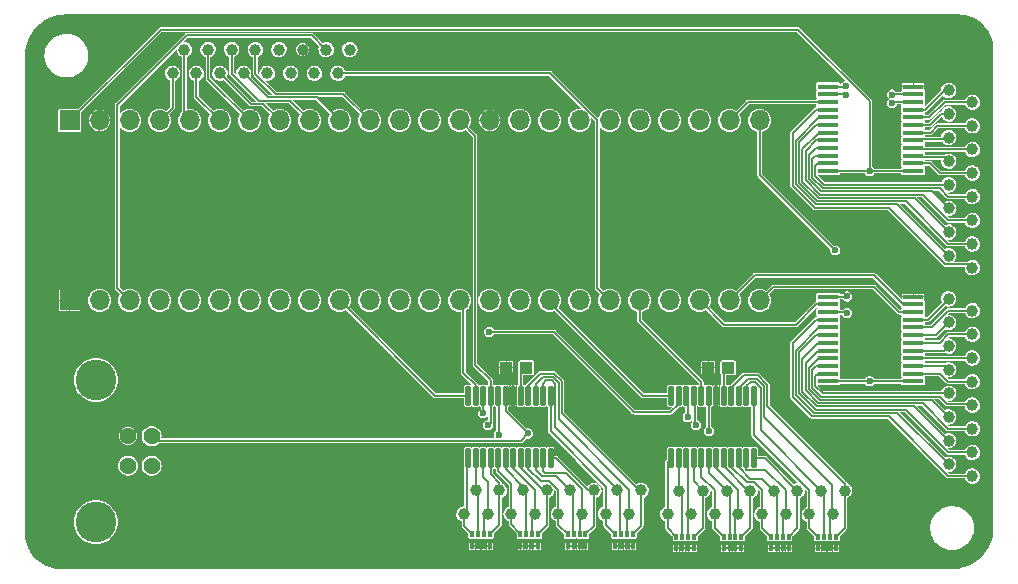
<source format=gbr>
%TF.GenerationSoftware,KiCad,Pcbnew,7.0.7-7.0.7~ubuntu22.04.1*%
%TF.CreationDate,2023-09-08T16:19:24+01:00*%
%TF.ProjectId,FSRray,46535272-6179-42e6-9b69-6361645f7063,rev?*%
%TF.SameCoordinates,Original*%
%TF.FileFunction,Copper,L1,Top*%
%TF.FilePolarity,Positive*%
%FSLAX46Y46*%
G04 Gerber Fmt 4.6, Leading zero omitted, Abs format (unit mm)*
G04 Created by KiCad (PCBNEW 7.0.7-7.0.7~ubuntu22.04.1) date 2023-09-08 16:19:24*
%MOMM*%
%LPD*%
G01*
G04 APERTURE LIST*
G04 Aperture macros list*
%AMRoundRect*
0 Rectangle with rounded corners*
0 $1 Rounding radius*
0 $2 $3 $4 $5 $6 $7 $8 $9 X,Y pos of 4 corners*
0 Add a 4 corners polygon primitive as box body*
4,1,4,$2,$3,$4,$5,$6,$7,$8,$9,$2,$3,0*
0 Add four circle primitives for the rounded corners*
1,1,$1+$1,$2,$3*
1,1,$1+$1,$4,$5*
1,1,$1+$1,$6,$7*
1,1,$1+$1,$8,$9*
0 Add four rect primitives between the rounded corners*
20,1,$1+$1,$2,$3,$4,$5,0*
20,1,$1+$1,$4,$5,$6,$7,0*
20,1,$1+$1,$6,$7,$8,$9,0*
20,1,$1+$1,$8,$9,$2,$3,0*%
G04 Aperture macros list end*
%TA.AperFunction,SMDPad,CuDef*%
%ADD10R,0.400000X0.500000*%
%TD*%
%TA.AperFunction,SMDPad,CuDef*%
%ADD11R,0.300000X0.500000*%
%TD*%
%TA.AperFunction,ComponentPad*%
%ADD12C,1.000000*%
%TD*%
%TA.AperFunction,SMDPad,CuDef*%
%ADD13R,1.750000X0.450000*%
%TD*%
%TA.AperFunction,SMDPad,CuDef*%
%ADD14RoundRect,0.020500X0.184500X-0.799500X0.184500X0.799500X-0.184500X0.799500X-0.184500X-0.799500X0*%
%TD*%
%TA.AperFunction,SMDPad,CuDef*%
%ADD15RoundRect,0.050800X0.499200X0.449200X-0.499200X0.449200X-0.499200X-0.449200X0.499200X-0.449200X0*%
%TD*%
%TA.AperFunction,ComponentPad*%
%ADD16R,1.700000X1.700000*%
%TD*%
%TA.AperFunction,ComponentPad*%
%ADD17O,1.700000X1.700000*%
%TD*%
%TA.AperFunction,ComponentPad*%
%ADD18C,1.431000*%
%TD*%
%TA.AperFunction,ComponentPad*%
%ADD19C,3.450000*%
%TD*%
%TA.AperFunction,ViaPad*%
%ADD20C,0.600000*%
%TD*%
%TA.AperFunction,Conductor*%
%ADD21C,0.150000*%
%TD*%
G04 APERTURE END LIST*
D10*
%TO.P,RN5,1,R1.1*%
%TO.N,GND*%
X184150000Y-121237653D03*
D11*
%TO.P,RN5,2,R2.1*%
X184650000Y-121237653D03*
%TO.P,RN5,3,R3.1*%
X185150000Y-121237653D03*
D10*
%TO.P,RN5,4,R4.1*%
X185650000Y-121237653D03*
%TO.P,RN5,5,R4.2*%
%TO.N,Net-(ADC2-AIN3)*%
X185650000Y-120237653D03*
D11*
%TO.P,RN5,6,R3.2*%
%TO.N,Net-(ADC2-AIN2)*%
X185150000Y-120237653D03*
%TO.P,RN5,7,R2.2*%
%TO.N,Net-(ADC2-AIN1)*%
X184650000Y-120237653D03*
D10*
%TO.P,RN5,8,R1.2*%
%TO.N,Net-(ADC2-AIN0)*%
X184150000Y-120237653D03*
%TD*%
D12*
%TO.P,J2,1,Pin_1*%
%TO.N,Net-(J2-Pin_1)*%
X209200000Y-115100001D03*
%TO.P,J2,2,Pin_2*%
%TO.N,Net-(J2-Pin_2)*%
X207200000Y-114100001D03*
%TO.P,J2,3,Pin_3*%
%TO.N,Net-(J2-Pin_3)*%
X209200000Y-113100001D03*
%TO.P,J2,4,Pin_4*%
%TO.N,Net-(J2-Pin_4)*%
X207200000Y-112100001D03*
%TO.P,J2,5,Pin_5*%
%TO.N,Net-(J2-Pin_5)*%
X209200000Y-111100001D03*
%TO.P,J2,6,Pin_6*%
%TO.N,Net-(J2-Pin_6)*%
X207200000Y-110100001D03*
%TO.P,J2,7,Pin_7*%
%TO.N,Net-(J2-Pin_7)*%
X209200000Y-109100001D03*
%TO.P,J2,8,Pin_8*%
%TO.N,Net-(J2-Pin_8)*%
X207200000Y-108100001D03*
%TO.P,J2,9,Pin_9*%
%TO.N,Net-(J2-Pin_9)*%
X209200000Y-107100001D03*
%TO.P,J2,10,Pin_10*%
%TO.N,Net-(J2-Pin_10)*%
X207200000Y-106100001D03*
%TO.P,J2,11,Pin_11*%
%TO.N,Net-(J2-Pin_11)*%
X209200000Y-105100001D03*
%TO.P,J2,12,Pin_12*%
%TO.N,Net-(J2-Pin_12)*%
X207200000Y-104100001D03*
%TO.P,J2,13,Pin_13*%
%TO.N,Net-(J2-Pin_13)*%
X209200000Y-103100001D03*
%TO.P,J2,14,Pin_14*%
%TO.N,Net-(J2-Pin_14)*%
X207200000Y-102100001D03*
%TO.P,J2,15,Pin_15*%
%TO.N,Net-(J2-Pin_15)*%
X209200000Y-101100001D03*
%TO.P,J2,16,Pin_16*%
%TO.N,Net-(J2-Pin_16)*%
X207200000Y-100100001D03*
%TD*%
D13*
%TO.P,MUX2,1,COM*%
%TO.N,+5V*%
X204200000Y-89275001D03*
%TO.P,MUX2,2,I7*%
%TO.N,Net-(J1-Pin_9)*%
X204200000Y-88625001D03*
%TO.P,MUX2,3,I6*%
%TO.N,Net-(J1-Pin_10)*%
X204200000Y-87975001D03*
%TO.P,MUX2,4,I5*%
%TO.N,Net-(J1-Pin_11)*%
X204200000Y-87325001D03*
%TO.P,MUX2,5,I4*%
%TO.N,Net-(J1-Pin_12)*%
X204200000Y-86675001D03*
%TO.P,MUX2,6,I3*%
%TO.N,Net-(J1-Pin_13)*%
X204200000Y-86025001D03*
%TO.P,MUX2,7,I2*%
%TO.N,Net-(J1-Pin_14)*%
X204200000Y-85375001D03*
%TO.P,MUX2,8,I1*%
%TO.N,Net-(J1-Pin_15)*%
X204200000Y-84725001D03*
%TO.P,MUX2,9,I0*%
%TO.N,Net-(J1-Pin_16)*%
X204200000Y-84075001D03*
%TO.P,MUX2,10,S0*%
%TO.N,/S0*%
X204200000Y-83425001D03*
%TO.P,MUX2,11,S1*%
%TO.N,/S1*%
X204200000Y-82775001D03*
%TO.P,MUX2,12,GND*%
%TO.N,GND*%
X204200000Y-82125001D03*
%TO.P,MUX2,13,S3*%
%TO.N,/S3*%
X197000000Y-82125001D03*
%TO.P,MUX2,14,S2*%
%TO.N,/S2*%
X197000000Y-82775001D03*
%TO.P,MUX2,15,~{E}*%
%TO.N,/EN2*%
X197000000Y-83425001D03*
%TO.P,MUX2,16,I15*%
%TO.N,Net-(J1-Pin_1)*%
X197000000Y-84075001D03*
%TO.P,MUX2,17,I14*%
%TO.N,Net-(J1-Pin_2)*%
X197000000Y-84725001D03*
%TO.P,MUX2,18,I13*%
%TO.N,Net-(J1-Pin_3)*%
X197000000Y-85375001D03*
%TO.P,MUX2,19,I12*%
%TO.N,Net-(J1-Pin_4)*%
X197000000Y-86025001D03*
%TO.P,MUX2,20,I11*%
%TO.N,Net-(J1-Pin_5)*%
X197000000Y-86675001D03*
%TO.P,MUX2,21,I10*%
%TO.N,Net-(J1-Pin_6)*%
X197000000Y-87325001D03*
%TO.P,MUX2,22,I9*%
%TO.N,Net-(J1-Pin_7)*%
X197000000Y-87975001D03*
%TO.P,MUX2,23,I8*%
%TO.N,Net-(J1-Pin_8)*%
X197000000Y-88625001D03*
%TO.P,MUX2,24,VCC*%
%TO.N,+5V*%
X197000000Y-89275001D03*
%TD*%
D12*
%TO.P,J3,1,Pin_1*%
%TO.N,Net-(ADC2-AIN0)*%
X183400000Y-118337653D03*
%TO.P,J3,2,Pin_2*%
%TO.N,Net-(ADC2-AIN1)*%
X184400000Y-116337653D03*
%TO.P,J3,3,Pin_3*%
%TO.N,Net-(ADC2-AIN2)*%
X185400000Y-118337653D03*
%TO.P,J3,4,Pin_4*%
%TO.N,Net-(ADC2-AIN3)*%
X186400000Y-116337653D03*
%TO.P,J3,5,Pin_5*%
%TO.N,Net-(ADC2-AIN4)*%
X187400000Y-118337653D03*
%TO.P,J3,6,Pin_6*%
%TO.N,Net-(ADC2-AIN5)*%
X188400000Y-116337653D03*
%TO.P,J3,7,Pin_7*%
%TO.N,Net-(ADC2-AIN6)*%
X189400000Y-118337653D03*
%TO.P,J3,8,Pin_8*%
%TO.N,Net-(ADC2-AIN7)*%
X190400000Y-116337653D03*
%TO.P,J3,9,Pin_9*%
%TO.N,Net-(ADC2-AIN8)*%
X191400000Y-118337653D03*
%TO.P,J3,10,Pin_10*%
%TO.N,Net-(ADC2-AIN9)*%
X192400000Y-116337653D03*
%TO.P,J3,11,Pin_11*%
%TO.N,Net-(ADC2-AIN10)*%
X193400000Y-118337653D03*
%TO.P,J3,12,Pin_12*%
%TO.N,Net-(ADC2-AIN11)*%
X194400000Y-116337653D03*
%TO.P,J3,13,Pin_13*%
%TO.N,Net-(ADC2-AIN12)*%
X195400000Y-118337653D03*
%TO.P,J3,14,Pin_14*%
%TO.N,Net-(ADC2-AIN13)*%
X196400000Y-116337653D03*
%TO.P,J3,15,Pin_15*%
%TO.N,Net-(ADC2-AIN14)*%
X197400000Y-118337653D03*
%TO.P,J3,16,Pin_16*%
%TO.N,Net-(ADC2-~{CNVST{slash}AIN15})*%
X198400000Y-116337653D03*
%TD*%
D13*
%TO.P,MUX1,1,COM*%
%TO.N,+5V*%
X204200000Y-107075002D03*
%TO.P,MUX1,2,I7*%
%TO.N,Net-(J2-Pin_9)*%
X204200000Y-106425002D03*
%TO.P,MUX1,3,I6*%
%TO.N,Net-(J2-Pin_10)*%
X204200000Y-105775002D03*
%TO.P,MUX1,4,I5*%
%TO.N,Net-(J2-Pin_11)*%
X204200000Y-105125002D03*
%TO.P,MUX1,5,I4*%
%TO.N,Net-(J2-Pin_12)*%
X204200000Y-104475002D03*
%TO.P,MUX1,6,I3*%
%TO.N,Net-(J2-Pin_13)*%
X204200000Y-103825002D03*
%TO.P,MUX1,7,I2*%
%TO.N,Net-(J2-Pin_14)*%
X204200000Y-103175002D03*
%TO.P,MUX1,8,I1*%
%TO.N,Net-(J2-Pin_15)*%
X204200000Y-102525002D03*
%TO.P,MUX1,9,I0*%
%TO.N,Net-(J2-Pin_16)*%
X204200000Y-101875002D03*
%TO.P,MUX1,10,S0*%
%TO.N,/S0*%
X204200000Y-101225002D03*
%TO.P,MUX1,11,S1*%
%TO.N,/S1*%
X204200000Y-100575002D03*
%TO.P,MUX1,12,GND*%
%TO.N,GND*%
X204200000Y-99925002D03*
%TO.P,MUX1,13,S3*%
%TO.N,/S3*%
X197000000Y-99925002D03*
%TO.P,MUX1,14,S2*%
%TO.N,/S2*%
X197000000Y-100575002D03*
%TO.P,MUX1,15,~{E}*%
%TO.N,/EN1*%
X197000000Y-101225002D03*
%TO.P,MUX1,16,I15*%
%TO.N,Net-(J2-Pin_1)*%
X197000000Y-101875002D03*
%TO.P,MUX1,17,I14*%
%TO.N,Net-(J2-Pin_2)*%
X197000000Y-102525002D03*
%TO.P,MUX1,18,I13*%
%TO.N,Net-(J2-Pin_3)*%
X197000000Y-103175002D03*
%TO.P,MUX1,19,I12*%
%TO.N,Net-(J2-Pin_4)*%
X197000000Y-103825002D03*
%TO.P,MUX1,20,I11*%
%TO.N,Net-(J2-Pin_5)*%
X197000000Y-104475002D03*
%TO.P,MUX1,21,I10*%
%TO.N,Net-(J2-Pin_6)*%
X197000000Y-105125002D03*
%TO.P,MUX1,22,I9*%
%TO.N,Net-(J2-Pin_7)*%
X197000000Y-105775002D03*
%TO.P,MUX1,23,I8*%
%TO.N,Net-(J2-Pin_8)*%
X197000000Y-106425002D03*
%TO.P,MUX1,24,VCC*%
%TO.N,+5V*%
X197000000Y-107075002D03*
%TD*%
D14*
%TO.P,ADC2,1,AIN0*%
%TO.N,Net-(ADC2-AIN0)*%
X183707500Y-113572653D03*
%TO.P,ADC2,2,AIN1*%
%TO.N,Net-(ADC2-AIN1)*%
X184342500Y-113572653D03*
%TO.P,ADC2,3,AIN2*%
%TO.N,Net-(ADC2-AIN2)*%
X184977500Y-113572653D03*
%TO.P,ADC2,4,AIN3*%
%TO.N,Net-(ADC2-AIN3)*%
X185612500Y-113572653D03*
%TO.P,ADC2,5,AIN4*%
%TO.N,Net-(ADC2-AIN4)*%
X186247500Y-113572653D03*
%TO.P,ADC2,6,AIN5*%
%TO.N,Net-(ADC2-AIN5)*%
X186882500Y-113572653D03*
%TO.P,ADC2,7,AIN6*%
%TO.N,Net-(ADC2-AIN6)*%
X187517500Y-113572653D03*
%TO.P,ADC2,8,AIN7*%
%TO.N,Net-(ADC2-AIN7)*%
X188152500Y-113572653D03*
%TO.P,ADC2,9,AIN8*%
%TO.N,Net-(ADC2-AIN8)*%
X188787500Y-113572653D03*
%TO.P,ADC2,10,AIN9*%
%TO.N,Net-(ADC2-AIN9)*%
X189422500Y-113572653D03*
%TO.P,ADC2,11,AIN10*%
%TO.N,Net-(ADC2-AIN10)*%
X190057500Y-113572653D03*
%TO.P,ADC2,12,AIN11*%
%TO.N,Net-(ADC2-AIN11)*%
X190692500Y-113572653D03*
%TO.P,ADC2,13,AIN12*%
%TO.N,Net-(ADC2-AIN12)*%
X190692500Y-108302653D03*
%TO.P,ADC2,14,AIN13*%
%TO.N,Net-(ADC2-AIN13)*%
X190057500Y-108302653D03*
%TO.P,ADC2,15,AIN14*%
%TO.N,Net-(ADC2-AIN14)*%
X189422500Y-108302653D03*
%TO.P,ADC2,16,~{CNVST/AIN15}*%
%TO.N,Net-(ADC2-~{CNVST{slash}AIN15})*%
X188787500Y-108302653D03*
%TO.P,ADC2,17,REF*%
%TO.N,Net-(ADC2-REF)*%
X188152500Y-108302653D03*
%TO.P,ADC2,18,GND*%
%TO.N,GND*%
X187517500Y-108302653D03*
%TO.P,ADC2,19,VDD*%
%TO.N,+5V*%
X186882500Y-108302653D03*
%TO.P,ADC2,20,~{CS}*%
%TO.N,/CS2*%
X186247500Y-108302653D03*
%TO.P,ADC2,21,SCLK*%
%TO.N,/SCLK*%
X185612500Y-108302653D03*
%TO.P,ADC2,22,DIN*%
%TO.N,/MOSI*%
X184977500Y-108302653D03*
%TO.P,ADC2,23,DOUT*%
%TO.N,/MISO*%
X184342500Y-108302653D03*
%TO.P,ADC2,24,~{EOC}*%
%TO.N,/EOC2*%
X183707500Y-108302653D03*
%TD*%
D10*
%TO.P,RN6,1,R1.1*%
%TO.N,GND*%
X188150000Y-121237653D03*
D11*
%TO.P,RN6,2,R2.1*%
X188650000Y-121237653D03*
%TO.P,RN6,3,R3.1*%
X189150000Y-121237653D03*
D10*
%TO.P,RN6,4,R4.1*%
X189650000Y-121237653D03*
%TO.P,RN6,5,R4.2*%
%TO.N,Net-(ADC2-AIN7)*%
X189650000Y-120237653D03*
D11*
%TO.P,RN6,6,R3.2*%
%TO.N,Net-(ADC2-AIN6)*%
X189150000Y-120237653D03*
%TO.P,RN6,7,R2.2*%
%TO.N,Net-(ADC2-AIN5)*%
X188650000Y-120237653D03*
D10*
%TO.P,RN6,8,R1.2*%
%TO.N,Net-(ADC2-AIN4)*%
X188150000Y-120237653D03*
%TD*%
D12*
%TO.P,J5,1,Pin_1*%
%TO.N,/CSA1*%
X141500000Y-81000000D03*
%TO.P,J5,2,Pin_2*%
%TO.N,/CSA2*%
X142500000Y-79000000D03*
%TO.P,J5,3,Pin_3*%
%TO.N,/CSA3*%
X143500000Y-81000000D03*
%TO.P,J5,4,Pin_4*%
%TO.N,/CSA4*%
X144500000Y-79000000D03*
%TO.P,J5,5,Pin_5*%
%TO.N,/CSA5*%
X145500000Y-81000000D03*
%TO.P,J5,6,Pin_6*%
%TO.N,/CSA6*%
X146500000Y-79000000D03*
%TO.P,J5,7,Pin_7*%
%TO.N,/CSA7*%
X147500000Y-81000000D03*
%TO.P,J5,8,Pin_8*%
%TO.N,/CSA8*%
X148500000Y-79000000D03*
%TO.P,J5,9,Pin_9*%
%TO.N,unconnected-(J5-Pin_9-Pad9)*%
X149500000Y-81000000D03*
%TO.P,J5,10,Pin_10*%
%TO.N,unconnected-(J5-Pin_10-Pad10)*%
X150500000Y-79000000D03*
%TO.P,J5,11,Pin_11*%
%TO.N,unconnected-(J5-Pin_11-Pad11)*%
X151500000Y-81000000D03*
%TO.P,J5,12,Pin_12*%
%TO.N,GND*%
X152500000Y-79000000D03*
%TO.P,J5,13,Pin_13*%
%TO.N,+3.3V*%
X153500000Y-81000000D03*
%TO.P,J5,14,Pin_14*%
%TO.N,/MISO1*%
X154500000Y-79000000D03*
%TO.P,J5,15,Pin_15*%
%TO.N,/SCLK1*%
X155500000Y-81000000D03*
%TO.P,J5,16,Pin_16*%
%TO.N,/MOSI1*%
X156500000Y-79000000D03*
%TD*%
%TO.P,J1,1,Pin_1*%
%TO.N,Net-(J1-Pin_1)*%
X209205000Y-97450001D03*
%TO.P,J1,2,Pin_2*%
%TO.N,Net-(J1-Pin_2)*%
X207205000Y-96450001D03*
%TO.P,J1,3,Pin_3*%
%TO.N,Net-(J1-Pin_3)*%
X209205000Y-95450001D03*
%TO.P,J1,4,Pin_4*%
%TO.N,Net-(J1-Pin_4)*%
X207205000Y-94450001D03*
%TO.P,J1,5,Pin_5*%
%TO.N,Net-(J1-Pin_5)*%
X209205000Y-93450001D03*
%TO.P,J1,6,Pin_6*%
%TO.N,Net-(J1-Pin_6)*%
X207205000Y-92450001D03*
%TO.P,J1,7,Pin_7*%
%TO.N,Net-(J1-Pin_7)*%
X209205000Y-91450001D03*
%TO.P,J1,8,Pin_8*%
%TO.N,Net-(J1-Pin_8)*%
X207205000Y-90450001D03*
%TO.P,J1,9,Pin_9*%
%TO.N,Net-(J1-Pin_9)*%
X209205000Y-89450001D03*
%TO.P,J1,10,Pin_10*%
%TO.N,Net-(J1-Pin_10)*%
X207205000Y-88450001D03*
%TO.P,J1,11,Pin_11*%
%TO.N,Net-(J1-Pin_11)*%
X209205000Y-87450001D03*
%TO.P,J1,12,Pin_12*%
%TO.N,Net-(J1-Pin_12)*%
X207205000Y-86450001D03*
%TO.P,J1,13,Pin_13*%
%TO.N,Net-(J1-Pin_13)*%
X209205000Y-85450001D03*
%TO.P,J1,14,Pin_14*%
%TO.N,Net-(J1-Pin_14)*%
X207205000Y-84450001D03*
%TO.P,J1,15,Pin_15*%
%TO.N,Net-(J1-Pin_15)*%
X209205000Y-83450001D03*
%TO.P,J1,16,Pin_16*%
%TO.N,Net-(J1-Pin_16)*%
X207205000Y-82450001D03*
%TD*%
D10*
%TO.P,RN1,1,R1.1*%
%TO.N,GND*%
X166850000Y-121037653D03*
D11*
%TO.P,RN1,2,R2.1*%
X167350000Y-121037653D03*
%TO.P,RN1,3,R3.1*%
X167850000Y-121037653D03*
D10*
%TO.P,RN1,4,R4.1*%
X168350000Y-121037653D03*
%TO.P,RN1,5,R4.2*%
%TO.N,Net-(ADC1-AIN3)*%
X168350000Y-120037653D03*
D11*
%TO.P,RN1,6,R3.2*%
%TO.N,Net-(ADC1-AIN2)*%
X167850000Y-120037653D03*
%TO.P,RN1,7,R2.2*%
%TO.N,Net-(ADC1-AIN1)*%
X167350000Y-120037653D03*
D10*
%TO.P,RN1,8,R1.2*%
%TO.N,Net-(ADC1-AIN0)*%
X166850000Y-120037653D03*
%TD*%
D12*
%TO.P,J4,1,Pin_1*%
%TO.N,Net-(ADC1-AIN0)*%
X166162500Y-118322653D03*
%TO.P,J4,2,Pin_2*%
%TO.N,Net-(ADC1-AIN1)*%
X167162500Y-116322653D03*
%TO.P,J4,3,Pin_3*%
%TO.N,Net-(ADC1-AIN2)*%
X168162500Y-118322653D03*
%TO.P,J4,4,Pin_4*%
%TO.N,Net-(ADC1-AIN3)*%
X169162500Y-116322653D03*
%TO.P,J4,5,Pin_5*%
%TO.N,Net-(ADC1-AIN4)*%
X170162500Y-118322653D03*
%TO.P,J4,6,Pin_6*%
%TO.N,Net-(ADC1-AIN5)*%
X171162500Y-116322653D03*
%TO.P,J4,7,Pin_7*%
%TO.N,Net-(ADC1-AIN6)*%
X172162500Y-118322653D03*
%TO.P,J4,8,Pin_8*%
%TO.N,Net-(ADC1-AIN7)*%
X173162500Y-116322653D03*
%TO.P,J4,9,Pin_9*%
%TO.N,Net-(ADC1-AIN8)*%
X174162500Y-118322653D03*
%TO.P,J4,10,Pin_10*%
%TO.N,Net-(ADC1-AIN9)*%
X175162500Y-116322653D03*
%TO.P,J4,11,Pin_11*%
%TO.N,Net-(ADC1-AIN10)*%
X176162500Y-118322653D03*
%TO.P,J4,12,Pin_12*%
%TO.N,Net-(ADC1-AIN11)*%
X177162500Y-116322653D03*
%TO.P,J4,13,Pin_13*%
%TO.N,Net-(ADC1-AIN12)*%
X178162500Y-118322653D03*
%TO.P,J4,14,Pin_14*%
%TO.N,Net-(ADC1-AIN13)*%
X179162500Y-116322653D03*
%TO.P,J4,15,Pin_15*%
%TO.N,Net-(ADC1-AIN14)*%
X180162500Y-118322653D03*
%TO.P,J4,16,Pin_16*%
%TO.N,Net-(ADC1-~{CNVST{slash}AIN15})*%
X181162500Y-116322653D03*
%TD*%
D10*
%TO.P,RN4,1,R1.1*%
%TO.N,GND*%
X178950000Y-121037653D03*
D11*
%TO.P,RN4,2,R2.1*%
X179450000Y-121037653D03*
%TO.P,RN4,3,R3.1*%
X179950000Y-121037653D03*
D10*
%TO.P,RN4,4,R4.1*%
X180450000Y-121037653D03*
%TO.P,RN4,5,R4.2*%
%TO.N,Net-(ADC1-~{CNVST{slash}AIN15})*%
X180450000Y-120037653D03*
D11*
%TO.P,RN4,6,R3.2*%
%TO.N,Net-(ADC1-AIN14)*%
X179950000Y-120037653D03*
%TO.P,RN4,7,R2.2*%
%TO.N,Net-(ADC1-AIN13)*%
X179450000Y-120037653D03*
D10*
%TO.P,RN4,8,R1.2*%
%TO.N,Net-(ADC1-AIN12)*%
X178950000Y-120037653D03*
%TD*%
D15*
%TO.P,C1,1,1*%
%TO.N,Net-(ADC1-REF)*%
X171450000Y-105937653D03*
%TO.P,C1,2,2*%
%TO.N,GND*%
X169750000Y-105937653D03*
%TD*%
D10*
%TO.P,RN2,1,R1.1*%
%TO.N,GND*%
X170950000Y-121037653D03*
D11*
%TO.P,RN2,2,R2.1*%
X171450000Y-121037653D03*
%TO.P,RN2,3,R3.1*%
X171950000Y-121037653D03*
D10*
%TO.P,RN2,4,R4.1*%
X172450000Y-121037653D03*
%TO.P,RN2,5,R4.2*%
%TO.N,Net-(ADC1-AIN7)*%
X172450000Y-120037653D03*
D11*
%TO.P,RN2,6,R3.2*%
%TO.N,Net-(ADC1-AIN6)*%
X171950000Y-120037653D03*
%TO.P,RN2,7,R2.2*%
%TO.N,Net-(ADC1-AIN5)*%
X171450000Y-120037653D03*
D10*
%TO.P,RN2,8,R1.2*%
%TO.N,Net-(ADC1-AIN4)*%
X170950000Y-120037653D03*
%TD*%
D16*
%TO.P,J12,1,Pin_1*%
%TO.N,GND*%
X132780000Y-100240000D03*
D17*
%TO.P,J12,2,Pin_2*%
%TO.N,unconnected-(J12-Pin_2-Pad2)*%
X135320000Y-100240000D03*
%TO.P,J12,3,Pin_3*%
%TO.N,/MISO1*%
X137860000Y-100240000D03*
%TO.P,J12,4,Pin_4*%
%TO.N,unconnected-(J12-Pin_4-Pad4)*%
X140400000Y-100240000D03*
%TO.P,J12,5,Pin_5*%
%TO.N,unconnected-(J12-Pin_5-Pad5)*%
X142940000Y-100240000D03*
%TO.P,J12,6,Pin_6*%
%TO.N,unconnected-(J12-Pin_6-Pad6)*%
X145480000Y-100240000D03*
%TO.P,J12,7,Pin_7*%
%TO.N,unconnected-(J12-Pin_7-Pad7)*%
X148020000Y-100240000D03*
%TO.P,J12,8,Pin_8*%
%TO.N,unconnected-(J12-Pin_8-Pad8)*%
X150560000Y-100240000D03*
%TO.P,J12,9,Pin_9*%
%TO.N,unconnected-(J12-Pin_9-Pad9)*%
X153100000Y-100240000D03*
%TO.P,J12,10,Pin_10*%
%TO.N,/EOC1*%
X155640000Y-100240000D03*
%TO.P,J12,11,Pin_11*%
%TO.N,/CS1*%
X158180000Y-100240000D03*
%TO.P,J12,12,Pin_12*%
%TO.N,unconnected-(J12-Pin_12-Pad12)*%
X160720000Y-100240000D03*
%TO.P,J12,13,Pin_13*%
%TO.N,/MOSI*%
X163260000Y-100240000D03*
%TO.P,J12,14,Pin_14*%
%TO.N,/MISO*%
X165800000Y-100240000D03*
%TO.P,J12,15,Pin_15*%
%TO.N,+3.3V*%
X168340000Y-100240000D03*
%TO.P,J12,16,Pin_16*%
%TO.N,unconnected-(J12-Pin_16-Pad16)*%
X170880000Y-100240000D03*
%TO.P,J12,17,Pin_17*%
%TO.N,/EOC2*%
X173420000Y-100240000D03*
%TO.P,J12,18,Pin_18*%
%TO.N,/MOSI1*%
X175960000Y-100240000D03*
%TO.P,J12,19,Pin_19*%
%TO.N,/SCLK1*%
X178500000Y-100240000D03*
%TO.P,J12,20,Pin_20*%
%TO.N,/CS2*%
X181040000Y-100240000D03*
%TO.P,J12,21,Pin_21*%
%TO.N,/S3*%
X183580000Y-100240000D03*
%TO.P,J12,22,Pin_22*%
%TO.N,/S2*%
X186120000Y-100240000D03*
%TO.P,J12,23,Pin_23*%
%TO.N,/S1*%
X188660000Y-100240000D03*
%TO.P,J12,24,Pin_24*%
%TO.N,/S0*%
X191200000Y-100240000D03*
%TD*%
D10*
%TO.P,RN7,1,R1.1*%
%TO.N,GND*%
X192150000Y-121237653D03*
D11*
%TO.P,RN7,2,R2.1*%
X192650000Y-121237653D03*
%TO.P,RN7,3,R3.1*%
X193150000Y-121237653D03*
D10*
%TO.P,RN7,4,R4.1*%
X193650000Y-121237653D03*
%TO.P,RN7,5,R4.2*%
%TO.N,Net-(ADC2-AIN11)*%
X193650000Y-120237653D03*
D11*
%TO.P,RN7,6,R3.2*%
%TO.N,Net-(ADC2-AIN10)*%
X193150000Y-120237653D03*
%TO.P,RN7,7,R2.2*%
%TO.N,Net-(ADC2-AIN9)*%
X192650000Y-120237653D03*
D10*
%TO.P,RN7,8,R1.2*%
%TO.N,Net-(ADC2-AIN8)*%
X192150000Y-120237653D03*
%TD*%
D14*
%TO.P,ADC1,1,AIN0*%
%TO.N,Net-(ADC1-AIN0)*%
X166507500Y-113572653D03*
%TO.P,ADC1,2,AIN1*%
%TO.N,Net-(ADC1-AIN1)*%
X167142500Y-113572653D03*
%TO.P,ADC1,3,AIN2*%
%TO.N,Net-(ADC1-AIN2)*%
X167777500Y-113572653D03*
%TO.P,ADC1,4,AIN3*%
%TO.N,Net-(ADC1-AIN3)*%
X168412500Y-113572653D03*
%TO.P,ADC1,5,AIN4*%
%TO.N,Net-(ADC1-AIN4)*%
X169047500Y-113572653D03*
%TO.P,ADC1,6,AIN5*%
%TO.N,Net-(ADC1-AIN5)*%
X169682500Y-113572653D03*
%TO.P,ADC1,7,AIN6*%
%TO.N,Net-(ADC1-AIN6)*%
X170317500Y-113572653D03*
%TO.P,ADC1,8,AIN7*%
%TO.N,Net-(ADC1-AIN7)*%
X170952500Y-113572653D03*
%TO.P,ADC1,9,AIN8*%
%TO.N,Net-(ADC1-AIN8)*%
X171587500Y-113572653D03*
%TO.P,ADC1,10,AIN9*%
%TO.N,Net-(ADC1-AIN9)*%
X172222500Y-113572653D03*
%TO.P,ADC1,11,AIN10*%
%TO.N,Net-(ADC1-AIN10)*%
X172857500Y-113572653D03*
%TO.P,ADC1,12,AIN11*%
%TO.N,Net-(ADC1-AIN11)*%
X173492500Y-113572653D03*
%TO.P,ADC1,13,AIN12*%
%TO.N,Net-(ADC1-AIN12)*%
X173492500Y-108302653D03*
%TO.P,ADC1,14,AIN13*%
%TO.N,Net-(ADC1-AIN13)*%
X172857500Y-108302653D03*
%TO.P,ADC1,15,AIN14*%
%TO.N,Net-(ADC1-AIN14)*%
X172222500Y-108302653D03*
%TO.P,ADC1,16,~{CNVST/AIN15}*%
%TO.N,Net-(ADC1-~{CNVST{slash}AIN15})*%
X171587500Y-108302653D03*
%TO.P,ADC1,17,REF*%
%TO.N,Net-(ADC1-REF)*%
X170952500Y-108302653D03*
%TO.P,ADC1,18,GND*%
%TO.N,GND*%
X170317500Y-108302653D03*
%TO.P,ADC1,19,VDD*%
%TO.N,+5V*%
X169682500Y-108302653D03*
%TO.P,ADC1,20,~{CS}*%
%TO.N,/CS1*%
X169047500Y-108302653D03*
%TO.P,ADC1,21,SCLK*%
%TO.N,/SCLK*%
X168412500Y-108302653D03*
%TO.P,ADC1,22,DIN*%
%TO.N,/MOSI*%
X167777500Y-108302653D03*
%TO.P,ADC1,23,DOUT*%
%TO.N,/MISO*%
X167142500Y-108302653D03*
%TO.P,ADC1,24,~{EOC}*%
%TO.N,/EOC1*%
X166507500Y-108302653D03*
%TD*%
D15*
%TO.P,C2,1,1*%
%TO.N,Net-(ADC2-REF)*%
X188550000Y-105937653D03*
%TO.P,C2,2,2*%
%TO.N,GND*%
X186850000Y-105937653D03*
%TD*%
D10*
%TO.P,RN8,1,R1.1*%
%TO.N,GND*%
X196150000Y-121237653D03*
D11*
%TO.P,RN8,2,R2.1*%
X196650000Y-121237653D03*
%TO.P,RN8,3,R3.1*%
X197150000Y-121237653D03*
D10*
%TO.P,RN8,4,R4.1*%
X197650000Y-121237653D03*
%TO.P,RN8,5,R4.2*%
%TO.N,Net-(ADC2-~{CNVST{slash}AIN15})*%
X197650000Y-120237653D03*
D11*
%TO.P,RN8,6,R3.2*%
%TO.N,Net-(ADC2-AIN14)*%
X197150000Y-120237653D03*
%TO.P,RN8,7,R2.2*%
%TO.N,Net-(ADC2-AIN13)*%
X196650000Y-120237653D03*
D10*
%TO.P,RN8,8,R1.2*%
%TO.N,Net-(ADC2-AIN12)*%
X196150000Y-120237653D03*
%TD*%
%TO.P,RN3,1,R1.1*%
%TO.N,GND*%
X174950000Y-121037653D03*
D11*
%TO.P,RN3,2,R2.1*%
X175450000Y-121037653D03*
%TO.P,RN3,3,R3.1*%
X175950000Y-121037653D03*
D10*
%TO.P,RN3,4,R4.1*%
X176450000Y-121037653D03*
%TO.P,RN3,5,R4.2*%
%TO.N,Net-(ADC1-AIN11)*%
X176450000Y-120037653D03*
D11*
%TO.P,RN3,6,R3.2*%
%TO.N,Net-(ADC1-AIN10)*%
X175950000Y-120037653D03*
%TO.P,RN3,7,R2.2*%
%TO.N,Net-(ADC1-AIN9)*%
X175450000Y-120037653D03*
D10*
%TO.P,RN3,8,R1.2*%
%TO.N,Net-(ADC1-AIN8)*%
X174950000Y-120037653D03*
%TD*%
D16*
%TO.P,J11,1,Pin_1*%
%TO.N,+5V*%
X132780000Y-85000000D03*
D17*
%TO.P,J11,2,Pin_2*%
%TO.N,GND*%
X135320000Y-85000000D03*
%TO.P,J11,3,Pin_3*%
%TO.N,unconnected-(J11-Pin_3-Pad3)*%
X137860000Y-85000000D03*
%TO.P,J11,4,Pin_4*%
%TO.N,/CSA1*%
X140400000Y-85000000D03*
%TO.P,J11,5,Pin_5*%
%TO.N,/CSA2*%
X142940000Y-85000000D03*
%TO.P,J11,6,Pin_6*%
%TO.N,/CSA3*%
X145480000Y-85000000D03*
%TO.P,J11,7,Pin_7*%
%TO.N,/CSA4*%
X148020000Y-85000000D03*
%TO.P,J11,8,Pin_8*%
%TO.N,/CSA5*%
X150560000Y-85000000D03*
%TO.P,J11,9,Pin_9*%
%TO.N,/CSA6*%
X153100000Y-85000000D03*
%TO.P,J11,10,Pin_10*%
%TO.N,/CSA7*%
X155640000Y-85000000D03*
%TO.P,J11,11,Pin_11*%
%TO.N,/CSA8*%
X158180000Y-85000000D03*
%TO.P,J11,12,Pin_12*%
%TO.N,unconnected-(J11-Pin_12-Pad12)*%
X160720000Y-85000000D03*
%TO.P,J11,13,Pin_13*%
%TO.N,unconnected-(J11-Pin_13-Pad13)*%
X163260000Y-85000000D03*
%TO.P,J11,14,Pin_14*%
%TO.N,/SCLK*%
X165800000Y-85000000D03*
%TO.P,J11,15,Pin_15*%
%TO.N,GND*%
X168340000Y-85000000D03*
%TO.P,J11,16,Pin_16*%
%TO.N,unconnected-(J11-Pin_16-Pad16)*%
X170880000Y-85000000D03*
%TO.P,J11,17,Pin_17*%
%TO.N,unconnected-(J11-Pin_17-Pad17)*%
X173420000Y-85000000D03*
%TO.P,J11,18,Pin_18*%
%TO.N,unconnected-(J11-Pin_18-Pad18)*%
X175960000Y-85000000D03*
%TO.P,J11,19,Pin_19*%
%TO.N,unconnected-(J11-Pin_19-Pad19)*%
X178500000Y-85000000D03*
%TO.P,J11,20,Pin_20*%
%TO.N,unconnected-(J11-Pin_20-Pad20)*%
X181040000Y-85000000D03*
%TO.P,J11,21,Pin_21*%
%TO.N,unconnected-(J11-Pin_21-Pad21)*%
X183580000Y-85000000D03*
%TO.P,J11,22,Pin_22*%
%TO.N,unconnected-(J11-Pin_22-Pad22)*%
X186120000Y-85000000D03*
%TO.P,J11,23,Pin_23*%
%TO.N,/EN2*%
X188660000Y-85000000D03*
%TO.P,J11,24,Pin_24*%
%TO.N,/EN1*%
X191200000Y-85000000D03*
%TD*%
D18*
%TO.P,J17,1,VBUS*%
%TO.N,+5V*%
X139710000Y-111730000D03*
%TO.P,J17,2,D-*%
%TO.N,unconnected-(J17-D--Pad2)*%
X139710000Y-114230000D03*
%TO.P,J17,3,D+*%
%TO.N,unconnected-(J17-D+-Pad3)*%
X137710000Y-114230000D03*
%TO.P,J17,4,GND*%
%TO.N,GND*%
X137710000Y-111730000D03*
D19*
%TO.P,J17,5,SH1*%
%TO.N,unconnected-(J17-SH1-Pad5)*%
X135000000Y-119000000D03*
%TO.P,J17,6,SH2*%
%TO.N,unconnected-(J17-SH2-Pad6)*%
X135000000Y-106960000D03*
%TD*%
D20*
%TO.N,/MISO*%
X168300000Y-102900000D03*
%TO.N,/MOSI*%
X167800000Y-109800000D03*
X185100000Y-110100000D03*
%TO.N,/SCLK*%
X168200000Y-110800000D03*
X185800000Y-110800000D03*
%TO.N,/CS1*%
X169100000Y-111600000D03*
%TO.N,+5V*%
X200500000Y-107075001D03*
X200500000Y-89275000D03*
X171600000Y-111500000D03*
X186900000Y-111300000D03*
%TO.N,/EN1*%
X198600000Y-101300000D03*
X197600000Y-96000000D03*
%TO.N,/S3*%
X198500000Y-82073497D03*
X198600000Y-99900000D03*
%TO.N,/S2*%
X198500000Y-82800000D03*
%TO.N,/S1*%
X202400000Y-82800000D03*
%TO.N,/S0*%
X202400000Y-83526503D03*
%TD*%
D21*
%TO.N,/EOC1*%
X163702653Y-108302653D02*
X166507500Y-108302653D01*
X155640000Y-100240000D02*
X163702653Y-108302653D01*
%TO.N,/MISO*%
X184342500Y-108302653D02*
X184342500Y-108966316D01*
X167142500Y-108302653D02*
X167142500Y-107395728D01*
X167142500Y-107395728D02*
X166100000Y-106353228D01*
X183608816Y-109700000D02*
X180600000Y-109700000D01*
X173800000Y-102900000D02*
X168300000Y-102900000D01*
X166100000Y-100540000D02*
X165800000Y-100240000D01*
X180600000Y-109700000D02*
X173800000Y-102900000D01*
X166100000Y-106353228D02*
X166100000Y-100540000D01*
X184342500Y-108966316D02*
X183608816Y-109700000D01*
%TO.N,/MOSI*%
X185100000Y-108425153D02*
X184977500Y-108302653D01*
X185100000Y-110100000D02*
X185100000Y-108425153D01*
X167800000Y-109800000D02*
X167777500Y-109777500D01*
X167777500Y-109777500D02*
X167777500Y-108302653D01*
%TO.N,/SCLK*%
X185800000Y-110800000D02*
X185700000Y-110700000D01*
X185700000Y-110700000D02*
X185700000Y-108390153D01*
X167100000Y-105700000D02*
X168412500Y-107012500D01*
X185700000Y-108390153D02*
X185612500Y-108302653D01*
X168412500Y-107012500D02*
X168412500Y-108302653D01*
X168200000Y-110800000D02*
X168412500Y-110587500D01*
X165800000Y-85000000D02*
X167100000Y-86300000D01*
X168412500Y-110587500D02*
X168412500Y-108302653D01*
X167100000Y-86300000D02*
X167100000Y-105700000D01*
%TO.N,/CS1*%
X169100000Y-111600000D02*
X169100000Y-108355153D01*
X169100000Y-108355153D02*
X169047500Y-108302653D01*
%TO.N,+5V*%
X204200000Y-107075001D02*
X200500000Y-107075001D01*
X132780000Y-85000000D02*
X140480000Y-77300000D01*
X186882500Y-111282500D02*
X186900000Y-111300000D01*
X171600000Y-111500000D02*
X170998000Y-112102000D01*
X140082000Y-112102000D02*
X139710000Y-111730000D01*
X194436439Y-77300000D02*
X200500000Y-83363561D01*
X169682500Y-109582500D02*
X169682500Y-108302653D01*
X170998000Y-112102000D02*
X140082000Y-112102000D01*
X200500000Y-107075001D02*
X197000000Y-107075001D01*
X200500000Y-83363561D02*
X200500000Y-89275000D01*
X186882500Y-108302653D02*
X186882500Y-111282500D01*
X171600000Y-111500000D02*
X169682500Y-109582500D01*
X140480000Y-77300000D02*
X194436439Y-77300000D01*
X204200000Y-89274999D02*
X200500000Y-89275000D01*
X200500000Y-89275000D02*
X197000000Y-89275000D01*
%TO.N,GND*%
X193650000Y-121237653D02*
X193150000Y-121237653D01*
X167350000Y-121037653D02*
X167850000Y-121037653D01*
X179450000Y-121037653D02*
X179950000Y-121037653D01*
X192650000Y-121237653D02*
X192150000Y-121237653D01*
X184650000Y-121237653D02*
X184150000Y-121237653D01*
X189650000Y-121237653D02*
X189150000Y-121237653D01*
X166850000Y-121037653D02*
X167350000Y-121037653D01*
X196650000Y-121237653D02*
X196150000Y-121237653D01*
X197150000Y-121237653D02*
X196650000Y-121237653D01*
X197650000Y-121237653D02*
X197150000Y-121237653D01*
X189150000Y-121237653D02*
X188650000Y-121237653D01*
X167850000Y-121037653D02*
X168350000Y-121037653D01*
X169750000Y-105937653D02*
X170317500Y-106505153D01*
X178950000Y-121037653D02*
X179450000Y-121037653D01*
X171950000Y-121037653D02*
X172450000Y-121037653D01*
X185650000Y-121237653D02*
X185150000Y-121237653D01*
X186850000Y-105937652D02*
X187517500Y-106605153D01*
X175950000Y-121037653D02*
X176450000Y-121037653D01*
X185150000Y-121237653D02*
X184650000Y-121237653D01*
X180450000Y-121037653D02*
X179950000Y-121037653D01*
X171450000Y-121037653D02*
X171950000Y-121037653D01*
X174950000Y-121037653D02*
X175450000Y-121037653D01*
X170950000Y-121037653D02*
X171450000Y-121037653D01*
X175450000Y-121037653D02*
X175950000Y-121037653D01*
X170317500Y-106505153D02*
X170317500Y-108302653D01*
X187517500Y-106605153D02*
X187517500Y-108302653D01*
X188650000Y-121237653D02*
X188150000Y-121237653D01*
X193150000Y-121237653D02*
X192650000Y-121237653D01*
%TO.N,Net-(ADC1-REF)*%
X171450000Y-105937653D02*
X170952500Y-106435153D01*
X170952500Y-106435153D02*
X170952500Y-108302653D01*
%TO.N,Net-(ADC1-~{CNVST{slash}AIN15})*%
X181162500Y-119325153D02*
X180450000Y-120037653D01*
X180985000Y-116322653D02*
X174453500Y-109791153D01*
X181162500Y-116322653D02*
X181162500Y-119325153D01*
X172600000Y-106437653D02*
X171587500Y-107450153D01*
X171587500Y-107450153D02*
X171587500Y-108302653D01*
X174453500Y-109791153D02*
X174453500Y-107081516D01*
X181162500Y-116322653D02*
X180985000Y-116322653D01*
X173809637Y-106437653D02*
X172600000Y-106437653D01*
X174453500Y-107081516D02*
X173809637Y-106437653D01*
%TO.N,Net-(ADC1-AIN14)*%
X173694900Y-106714653D02*
X174176500Y-107196253D01*
X174176500Y-110311348D02*
X180162500Y-116297348D01*
X180162500Y-118322653D02*
X179950000Y-118535153D01*
X174176500Y-107196253D02*
X174176500Y-110311348D01*
X180162500Y-116297348D02*
X180162500Y-118322653D01*
X172222500Y-107315153D02*
X172823000Y-106714653D01*
X179950000Y-118535153D02*
X179950000Y-120037653D01*
X172823000Y-106714653D02*
X173694900Y-106714653D01*
X172222500Y-108302653D02*
X172222500Y-107315153D01*
%TO.N,Net-(ADC1-AIN13)*%
X173580163Y-106991653D02*
X173146000Y-106991653D01*
X173146000Y-106991653D02*
X172857500Y-107280153D01*
X179162500Y-116322653D02*
X179162500Y-116200153D01*
X173899500Y-110937153D02*
X173899500Y-107310990D01*
X172857500Y-107280153D02*
X172857500Y-108302653D01*
X179400000Y-119987653D02*
X179450000Y-120037653D01*
X179400000Y-116560153D02*
X179400000Y-119987653D01*
X179162500Y-116200153D02*
X173899500Y-110937153D01*
X179162500Y-116322653D02*
X179400000Y-116560153D01*
X173899500Y-107310990D02*
X173580163Y-106991653D01*
%TO.N,Net-(ADC1-AIN12)*%
X173492500Y-111330153D02*
X173492500Y-108302653D01*
X178162500Y-118322653D02*
X178162500Y-116000153D01*
X178162500Y-119250153D02*
X178950000Y-120037653D01*
X178162500Y-118322653D02*
X178162500Y-119250153D01*
X178162500Y-116000153D02*
X173492500Y-111330153D01*
%TO.N,Net-(ADC1-AIN11)*%
X177162500Y-119325153D02*
X176450000Y-120037653D01*
X177162500Y-116322653D02*
X177162500Y-119325153D01*
X173492500Y-113572653D02*
X173926737Y-113572653D01*
X173926737Y-113572653D02*
X176676737Y-116322653D01*
X176676737Y-116322653D02*
X177162500Y-116322653D01*
%TO.N,Net-(ADC1-AIN10)*%
X176162500Y-116200153D02*
X176162500Y-118322653D01*
X173000000Y-114837653D02*
X174800000Y-114837653D01*
X172857500Y-113572653D02*
X172857500Y-114695153D01*
X172857500Y-114695153D02*
X173000000Y-114837653D01*
X176162500Y-118322653D02*
X175950000Y-118535153D01*
X175950000Y-118535153D02*
X175950000Y-120037653D01*
X174800000Y-114837653D02*
X176162500Y-116200153D01*
%TO.N,Net-(ADC1-AIN9)*%
X175400000Y-119987653D02*
X175450000Y-120037653D01*
X175162500Y-116322653D02*
X175400000Y-116560153D01*
X172222500Y-114560153D02*
X172800000Y-115137653D01*
X172800000Y-115137653D02*
X173977500Y-115137653D01*
X172222500Y-113572653D02*
X172222500Y-114560153D01*
X175400000Y-116560153D02*
X175400000Y-119987653D01*
X173977500Y-115137653D02*
X175162500Y-116322653D01*
%TO.N,Net-(ADC1-AIN8)*%
X171587500Y-114477944D02*
X172647209Y-115537653D01*
X172647209Y-115537653D02*
X173402805Y-115537653D01*
X173402805Y-115537653D02*
X174162500Y-116297348D01*
X174162500Y-116297348D02*
X174162500Y-118322653D01*
X174162500Y-119250153D02*
X174950000Y-120037653D01*
X171587500Y-113572653D02*
X171587500Y-114477944D01*
X174162500Y-118322653D02*
X174162500Y-119250153D01*
%TO.N,Net-(ADC1-AIN7)*%
X173162500Y-116322653D02*
X173162500Y-119275153D01*
X172885000Y-116322653D02*
X173162500Y-116322653D01*
X173162500Y-119275153D02*
X172450000Y-119987653D01*
X172450000Y-119987653D02*
X172450000Y-120037653D01*
X170952500Y-114390153D02*
X172885000Y-116322653D01*
X170952500Y-113572653D02*
X170952500Y-114390153D01*
%TO.N,Net-(ADC1-AIN6)*%
X172162500Y-118322653D02*
X171950000Y-118535153D01*
X172162500Y-116297348D02*
X172162500Y-118322653D01*
X170317500Y-113572653D02*
X170317500Y-114452348D01*
X170317500Y-114452348D02*
X172162500Y-116297348D01*
X171950000Y-118535153D02*
X171950000Y-120037653D01*
%TO.N,Net-(ADC1-AIN5)*%
X171437500Y-120025153D02*
X171450000Y-120037653D01*
X169682500Y-114520153D02*
X171162500Y-116000153D01*
X171162500Y-116322653D02*
X171437500Y-116597653D01*
X169682500Y-113572653D02*
X169682500Y-114520153D01*
X171437500Y-116597653D02*
X171437500Y-120025153D01*
X171162500Y-116000153D02*
X171162500Y-116322653D01*
%TO.N,Net-(ADC1-AIN4)*%
X170950000Y-119987653D02*
X170950000Y-120037653D01*
X170162500Y-119200153D02*
X170950000Y-119987653D01*
X169047500Y-114685153D02*
X170162500Y-115800153D01*
X170162500Y-115800153D02*
X170162500Y-118322653D01*
X169047500Y-113572653D02*
X169047500Y-114685153D01*
X170162500Y-118322653D02*
X170162500Y-119200153D01*
%TO.N,Net-(ADC1-AIN3)*%
X169162500Y-116322653D02*
X169162500Y-119225153D01*
X169162500Y-119225153D02*
X168350000Y-120037653D01*
X168412500Y-113572653D02*
X168412500Y-114950153D01*
X169162500Y-115700153D02*
X169162500Y-116322653D01*
X168412500Y-114950153D02*
X169162500Y-115700153D01*
%TO.N,Net-(ADC1-AIN2)*%
X168162500Y-115600153D02*
X168162500Y-118322653D01*
X168162500Y-118322653D02*
X167850000Y-118635153D01*
X167777500Y-115215153D02*
X168162500Y-115600153D01*
X167777500Y-113572653D02*
X167777500Y-115215153D01*
X167850000Y-118635153D02*
X167850000Y-120037653D01*
%TO.N,Net-(ADC1-AIN1)*%
X167162500Y-113592653D02*
X167162500Y-116322653D01*
X167142500Y-113572653D02*
X167162500Y-113592653D01*
X167162500Y-116322653D02*
X167350000Y-116510153D01*
X167350000Y-116510153D02*
X167350000Y-120037653D01*
%TO.N,Net-(ADC1-AIN0)*%
X166400000Y-113680153D02*
X166400000Y-118085153D01*
X166162500Y-119350153D02*
X166850000Y-120037653D01*
X166507500Y-113572653D02*
X166400000Y-113680153D01*
X166400000Y-118085153D02*
X166162500Y-118322653D01*
X166162500Y-118322653D02*
X166162500Y-119350153D01*
%TO.N,/EOC2*%
X173420000Y-100420000D02*
X173420000Y-100240000D01*
X183707500Y-108302653D02*
X181302653Y-108302653D01*
X181302653Y-108302653D02*
X173420000Y-100420000D01*
%TO.N,/CS2*%
X181040000Y-100240000D02*
X181040000Y-101940000D01*
X186247500Y-107147500D02*
X186247500Y-108302653D01*
X181040000Y-101940000D02*
X186247500Y-107147500D01*
%TO.N,Net-(ADC2-REF)*%
X188152500Y-106335153D02*
X188152501Y-108302653D01*
X188550000Y-105937653D02*
X188152500Y-106335153D01*
%TO.N,Net-(ADC2-~{CNVST{slash}AIN15})*%
X198400000Y-116337653D02*
X198400000Y-119487653D01*
X188787500Y-107638990D02*
X188787499Y-108302653D01*
X198400000Y-116337653D02*
X198400000Y-115737653D01*
X191853999Y-107382014D02*
X191055638Y-106583653D01*
X191853999Y-109191653D02*
X191853999Y-107382014D01*
X189842837Y-106583653D02*
X188787500Y-107638990D01*
X198400000Y-115737653D02*
X191853999Y-109191653D01*
X198400000Y-119487653D02*
X197650000Y-120237653D01*
X191055638Y-106583653D02*
X189842837Y-106583653D01*
%TO.N,Net-(ADC2-AIN14)*%
X191577000Y-110114653D02*
X191577000Y-107496752D01*
X197300000Y-118237653D02*
X197299999Y-115837653D01*
X191577000Y-107496752D02*
X190940901Y-106860653D01*
X197400000Y-118337653D02*
X197150000Y-118587653D01*
X197150000Y-118587653D02*
X197149999Y-120237653D01*
X197299999Y-115837653D02*
X191577000Y-110114653D01*
X190940901Y-106860653D02*
X190200838Y-106860653D01*
X189422500Y-107638990D02*
X189422500Y-108302653D01*
X197400000Y-118337653D02*
X197300000Y-118237653D01*
X190200838Y-106860653D02*
X189422500Y-107638990D01*
%TO.N,Net-(ADC2-AIN13)*%
X190429500Y-107137653D02*
X190057500Y-107509653D01*
X196400000Y-116337653D02*
X191300000Y-111237653D01*
X196650000Y-116587653D02*
X196650000Y-120237653D01*
X190826163Y-107137653D02*
X190429500Y-107137653D01*
X191300000Y-107611490D02*
X190826163Y-107137653D01*
X196400000Y-116337653D02*
X196650000Y-116587653D01*
X191300000Y-111237653D02*
X191300000Y-107611490D01*
X190057500Y-107509653D02*
X190057500Y-108302653D01*
%TO.N,Net-(ADC2-AIN12)*%
X195400000Y-119487653D02*
X196150001Y-120237653D01*
X195400000Y-118337654D02*
X195400000Y-116312348D01*
X194700304Y-115612653D02*
X194675000Y-115612653D01*
X194675000Y-115612653D02*
X190692500Y-111630153D01*
X190692500Y-111630153D02*
X190692500Y-108302653D01*
X195400000Y-116312348D02*
X194700304Y-115612653D01*
X195400000Y-118337654D02*
X195400000Y-119487653D01*
%TO.N,Net-(ADC2-AIN11)*%
X191635000Y-113572653D02*
X194400000Y-116337653D01*
X190692500Y-113572653D02*
X191635000Y-113572653D01*
X194400000Y-119487653D02*
X193650001Y-120237653D01*
X194400000Y-116337653D02*
X194400000Y-119487653D01*
%TO.N,Net-(ADC2-AIN10)*%
X193150000Y-118587653D02*
X193150000Y-120237653D01*
X191682805Y-114595153D02*
X193400000Y-116312348D01*
X193400000Y-118337653D02*
X193150000Y-118587653D01*
X190057500Y-113572653D02*
X190057500Y-114595152D01*
X193400000Y-116312348D02*
X193400000Y-118337653D01*
X190057500Y-114595152D02*
X191682805Y-114595153D01*
%TO.N,Net-(ADC2-AIN9)*%
X189422500Y-114360153D02*
X190398000Y-115335653D01*
X189422500Y-113572653D02*
X189422500Y-114360153D01*
X191398000Y-115335653D02*
X192400000Y-116337653D01*
X190398000Y-115335653D02*
X191398000Y-115335653D01*
X192400000Y-116337653D02*
X192650000Y-116587653D01*
X192650000Y-116587653D02*
X192650000Y-120237653D01*
%TO.N,Net-(ADC2-AIN8)*%
X190099695Y-115612653D02*
X190700305Y-115612653D01*
X188787500Y-113572653D02*
X188787500Y-114300458D01*
X188787500Y-114300458D02*
X190099695Y-115612653D01*
X191400000Y-119487653D02*
X192150000Y-120237652D01*
X191400000Y-116312348D02*
X191399999Y-118337653D01*
X191399999Y-118337653D02*
X191400000Y-119487653D01*
X190700305Y-115612653D02*
X191400000Y-116312348D01*
%TO.N,Net-(ADC2-AIN7)*%
X188152500Y-113572653D02*
X188152500Y-114236316D01*
X190400000Y-119487653D02*
X189650000Y-120237652D01*
X188152500Y-114236316D02*
X190253837Y-116337653D01*
X190400000Y-116337653D02*
X190400000Y-119487653D01*
X190253837Y-116337653D02*
X190400000Y-116337653D01*
%TO.N,Net-(ADC2-AIN6)*%
X189400000Y-116312348D02*
X189400000Y-118337653D01*
X189400000Y-118337653D02*
X189150000Y-118587653D01*
X189150000Y-118587653D02*
X189150000Y-120237653D01*
X187517500Y-114429848D02*
X189400000Y-116312348D01*
X187517500Y-113572653D02*
X187517500Y-114429848D01*
%TO.N,Net-(ADC2-AIN5)*%
X186882500Y-113572653D02*
X186882500Y-114820152D01*
X186882500Y-114820152D02*
X188400001Y-116337653D01*
X188400001Y-116337653D02*
X188650000Y-116587653D01*
X188650000Y-116587653D02*
X188650000Y-120237653D01*
%TO.N,Net-(ADC2-AIN4)*%
X187400000Y-119487653D02*
X188150000Y-120237653D01*
X187400000Y-116312348D02*
X187400000Y-118337653D01*
X186247500Y-113572653D02*
X186247500Y-115159848D01*
X186247500Y-115159848D02*
X187400000Y-116312348D01*
X187400000Y-118337653D02*
X187400000Y-119487653D01*
%TO.N,Net-(ADC2-AIN3)*%
X186400000Y-119487653D02*
X185649999Y-120237653D01*
X185612500Y-115550153D02*
X186400000Y-116337653D01*
X185612500Y-113572653D02*
X185612500Y-115550153D01*
X186400000Y-116337653D02*
X186400000Y-119487653D01*
%TO.N,Net-(ADC2-AIN2)*%
X185400000Y-118337653D02*
X185150000Y-118587653D01*
X185150000Y-118587653D02*
X185150000Y-120237653D01*
X185125000Y-118062653D02*
X185400000Y-118337653D01*
X185125000Y-113720153D02*
X185125000Y-118062653D01*
X184977500Y-113572653D02*
X185125000Y-113720153D01*
%TO.N,Net-(ADC2-AIN1)*%
X184399999Y-116337653D02*
X184650000Y-116587653D01*
X184650000Y-116587653D02*
X184650001Y-120237653D01*
X184400000Y-113630153D02*
X184399999Y-116337653D01*
X184342500Y-113572653D02*
X184400000Y-113630153D01*
%TO.N,Net-(ADC2-AIN0)*%
X183707500Y-113572653D02*
X183400001Y-113880153D01*
X183400001Y-113880153D02*
X183400000Y-118337653D01*
X183400000Y-118337653D02*
X183400000Y-119487653D01*
X183400000Y-119487653D02*
X184150000Y-120237653D01*
%TO.N,Net-(J1-Pin_8)*%
X196146000Y-88625001D02*
X195923001Y-88848000D01*
X197000000Y-88625001D02*
X196146000Y-88625001D01*
X195923000Y-89723001D02*
X196650000Y-90450000D01*
X195923001Y-88848000D02*
X195923000Y-89723001D01*
X196650000Y-90450000D02*
X207205000Y-90450000D01*
%TO.N,Net-(J1-Pin_7)*%
X197000000Y-87975000D02*
X195925001Y-87975001D01*
X207179695Y-91450001D02*
X209205000Y-91450001D01*
X195925001Y-87975001D02*
X195646000Y-88254002D01*
X206456695Y-90727000D02*
X207179695Y-91450001D01*
X195646000Y-89837738D02*
X196535263Y-90727001D01*
X196535263Y-90727001D02*
X206456695Y-90727000D01*
X195646000Y-88254002D02*
X195646000Y-89837738D01*
%TO.N,Net-(J1-Pin_6)*%
X195975000Y-87325000D02*
X195369000Y-87931000D01*
X195369000Y-89952474D02*
X196420526Y-91004001D01*
X196420526Y-91004001D02*
X205759000Y-91004001D01*
X197000000Y-87325001D02*
X195975000Y-87325000D01*
X195369000Y-87931000D02*
X195369000Y-89952474D01*
X205759000Y-91004001D02*
X207205001Y-92450000D01*
%TO.N,Net-(J1-Pin_5)*%
X195092000Y-90067211D02*
X196305790Y-91281000D01*
X195092000Y-87562131D02*
X195092000Y-90067211D01*
X205010695Y-91281001D02*
X207179695Y-93450000D01*
X197000001Y-86675000D02*
X195979131Y-86675000D01*
X207179695Y-93450000D02*
X209204999Y-93450001D01*
X196305790Y-91281000D02*
X205010695Y-91281001D01*
X195979131Y-86675000D02*
X195092000Y-87562131D01*
%TO.N,Net-(J1-Pin_4)*%
X204313000Y-91558001D02*
X207205000Y-94450000D01*
X196237394Y-86025000D02*
X194815000Y-87447394D01*
X196191052Y-91558000D02*
X204313000Y-91558001D01*
X197000000Y-86025000D02*
X196237394Y-86025000D01*
X194815000Y-87447394D02*
X194815002Y-90181950D01*
X194815002Y-90181950D02*
X196191052Y-91558000D01*
%TO.N,Net-(J1-Pin_3)*%
X195975000Y-85375000D02*
X194538000Y-86812000D01*
X194538000Y-90296688D02*
X196076316Y-91835000D01*
X196076316Y-91835000D02*
X203564695Y-91835000D01*
X197000000Y-85375001D02*
X195975000Y-85375000D01*
X203564695Y-91835000D02*
X207179695Y-95450000D01*
X207179695Y-95450000D02*
X209205000Y-95450000D01*
X194538000Y-86812000D02*
X194538000Y-90296688D01*
%TO.N,Net-(J1-Pin_2)*%
X194261000Y-90411426D02*
X195961578Y-92111999D01*
X202867001Y-92112000D02*
X207205001Y-96450000D01*
X197000000Y-84725000D02*
X196233263Y-84725000D01*
X195961578Y-92111999D02*
X202867001Y-92112000D01*
X194261000Y-86697263D02*
X194261000Y-90411426D01*
X196233263Y-84725000D02*
X194261000Y-86697263D01*
%TO.N,Net-(J1-Pin_1)*%
X202118695Y-92389001D02*
X206904695Y-97175001D01*
X206904695Y-97175001D02*
X208930000Y-97175001D01*
X195975000Y-84075000D02*
X193984001Y-86065999D01*
X195846842Y-92389000D02*
X202118695Y-92389001D01*
X208930000Y-97175001D02*
X209205000Y-97450000D01*
X197000000Y-84075001D02*
X195975000Y-84075000D01*
X193984001Y-86065999D02*
X193984002Y-90526163D01*
X193984002Y-90526163D02*
X195846842Y-92389000D01*
%TO.N,Net-(J2-Pin_8)*%
X195923000Y-106648000D02*
X195923000Y-107502000D01*
X197000000Y-106425000D02*
X196146000Y-106425000D01*
X195923000Y-107502000D02*
X196521000Y-108100001D01*
X196521000Y-108100001D02*
X207200000Y-108100000D01*
X196146000Y-106425000D02*
X195923000Y-106648000D01*
%TO.N,Net-(J2-Pin_7)*%
X197000000Y-105775000D02*
X195975001Y-105775000D01*
X209100000Y-109000000D02*
X209200000Y-109099999D01*
X195646000Y-107616739D02*
X196406263Y-108377000D01*
X196406263Y-108377000D02*
X206475000Y-108377001D01*
X206475000Y-108400305D02*
X207074696Y-109000000D01*
X206475000Y-108377001D02*
X206475000Y-108400305D01*
X207074696Y-109000000D02*
X209100000Y-109000000D01*
X195975001Y-105775000D02*
X195646000Y-106104001D01*
X195646000Y-106104001D02*
X195646000Y-107616739D01*
%TO.N,Net-(J2-Pin_6)*%
X195369001Y-107731477D02*
X196291526Y-108654001D01*
X195369000Y-105989264D02*
X195369001Y-107731477D01*
X196233264Y-105125000D02*
X195369000Y-105989264D01*
X196291526Y-108654001D02*
X205753999Y-108654001D01*
X205753999Y-108654001D02*
X207200000Y-110100001D01*
X197000001Y-105125000D02*
X196233264Y-105125000D01*
%TO.N,Net-(J2-Pin_5)*%
X195092000Y-105529001D02*
X195092000Y-107846212D01*
X196146000Y-104475001D02*
X195092000Y-105529001D01*
X197000000Y-104475000D02*
X196146000Y-104475001D01*
X196176789Y-108931000D02*
X205005695Y-108931000D01*
X207174695Y-111100000D02*
X209200000Y-111100000D01*
X195092000Y-107846212D02*
X196176789Y-108931000D01*
X205005695Y-108931000D02*
X207174695Y-111100000D01*
%TO.N,Net-(J2-Pin_4)*%
X194815000Y-107960948D02*
X196062052Y-109208000D01*
X197000000Y-103825001D02*
X196146000Y-103825001D01*
X196146000Y-103825001D02*
X194815002Y-105156001D01*
X204308000Y-109207999D02*
X207200001Y-112100000D01*
X194815002Y-105156001D02*
X194815000Y-107960948D01*
X196062052Y-109208000D02*
X204308000Y-109207999D01*
%TO.N,Net-(J2-Pin_3)*%
X203559695Y-109484999D02*
X207174696Y-113100000D01*
X194538000Y-104612001D02*
X194538000Y-108075685D01*
X207174696Y-113100000D02*
X209199999Y-113100000D01*
X195947315Y-109485000D02*
X203559695Y-109484999D01*
X197000000Y-103175000D02*
X195975000Y-103175001D01*
X194538000Y-108075685D02*
X195947315Y-109485000D01*
X195975000Y-103175001D02*
X194538000Y-104612001D01*
%TO.N,Net-(J2-Pin_2)*%
X194261000Y-108261000D02*
X195762000Y-109762001D01*
X197000000Y-102525000D02*
X196233263Y-102525000D01*
X195762000Y-109762001D02*
X202862000Y-109762001D01*
X194261000Y-104497263D02*
X194261000Y-108261000D01*
X202862000Y-109762001D02*
X207200000Y-114100001D01*
X196233263Y-102525000D02*
X194261000Y-104497263D01*
%TO.N,Net-(J2-Pin_1)*%
X195975000Y-101875000D02*
X193984001Y-103866000D01*
X193984001Y-103866000D02*
X193984000Y-108375738D01*
X202113695Y-110039001D02*
X207174695Y-115100001D01*
X197000001Y-101875000D02*
X195975000Y-101875000D01*
X195647263Y-110039001D02*
X202113695Y-110039001D01*
X207174695Y-115100001D02*
X209200000Y-115100000D01*
X193984000Y-108375738D02*
X195647263Y-110039001D01*
%TO.N,/EN2*%
X197000000Y-83425001D02*
X190234999Y-83425001D01*
X190234999Y-83425001D02*
X188660000Y-85000000D01*
%TO.N,/EN1*%
X198525002Y-101225002D02*
X198600000Y-101300000D01*
X191200000Y-89600000D02*
X197600000Y-96000000D01*
X197000000Y-101225002D02*
X198525002Y-101225002D01*
X191200000Y-85000000D02*
X191200000Y-89600000D01*
%TO.N,/S3*%
X198448496Y-82125001D02*
X198500000Y-82073497D01*
X197000000Y-82125001D02*
X198448496Y-82125001D01*
X198574998Y-99925002D02*
X198600000Y-99900000D01*
X197000000Y-99925002D02*
X198574998Y-99925002D01*
%TO.N,/S2*%
X195975000Y-100575002D02*
X197000000Y-100575002D01*
X198475001Y-82775001D02*
X198500000Y-82800000D01*
X186120000Y-100240000D02*
X188180000Y-102300000D01*
X194250002Y-102300000D02*
X195975000Y-100575002D01*
X197000000Y-82775001D02*
X198475001Y-82775001D01*
X188180000Y-102300000D02*
X194250002Y-102300000D01*
%TO.N,/S1*%
X203346000Y-100575002D02*
X200870998Y-98100000D01*
X202424999Y-82775001D02*
X202400000Y-82800000D01*
X204200000Y-82775001D02*
X202424999Y-82775001D01*
X204200000Y-100575002D02*
X203346000Y-100575002D01*
X200870998Y-98100000D02*
X190800000Y-98100000D01*
X190800000Y-98100000D02*
X188660000Y-100240000D01*
%TO.N,/S0*%
X204200000Y-83425001D02*
X202501502Y-83425001D01*
X202501502Y-83425001D02*
X202400000Y-83526503D01*
X203025002Y-101225002D02*
X200900000Y-99100000D01*
X192340000Y-99100000D02*
X191200000Y-100240000D01*
X204200000Y-101225002D02*
X203025002Y-101225002D01*
X200900000Y-99100000D02*
X192340000Y-99100000D01*
%TO.N,/CSA1*%
X141500000Y-83900000D02*
X140400000Y-85000000D01*
X141500000Y-81000000D02*
X141500000Y-83900000D01*
%TO.N,/CSA2*%
X142500000Y-84560000D02*
X142940000Y-85000000D01*
X142500000Y-79000000D02*
X142500000Y-84560000D01*
%TO.N,/CSA3*%
X143500000Y-83020000D02*
X145480000Y-85000000D01*
X143500000Y-81000000D02*
X143500000Y-83020000D01*
%TO.N,/CSA4*%
X144500000Y-79000000D02*
X144500000Y-81480000D01*
X144500000Y-81480000D02*
X148020000Y-85000000D01*
%TO.N,/MISO1*%
X153300000Y-77800000D02*
X142674695Y-77800000D01*
X142674695Y-77800000D02*
X136800000Y-83674695D01*
X136800000Y-99180000D02*
X137860000Y-100240000D01*
X136800000Y-83674695D02*
X136800000Y-99180000D01*
X154500000Y-79000000D02*
X153300000Y-77800000D01*
%TO.N,Net-(J1-Pin_9)*%
X206475000Y-89450001D02*
X209205000Y-89450001D01*
X205650000Y-88625000D02*
X206475000Y-89450001D01*
X204200000Y-88625001D02*
X205650000Y-88625000D01*
%TO.N,Net-(J1-Pin_10)*%
X206855000Y-88099999D02*
X204325001Y-88100000D01*
X204325001Y-88100000D02*
X204200000Y-87975001D01*
X207205001Y-88450000D02*
X206855000Y-88099999D01*
%TO.N,Net-(J1-Pin_11)*%
X204325000Y-87450000D02*
X204200000Y-87325001D01*
X209205000Y-87450001D02*
X204325000Y-87450000D01*
%TO.N,Net-(J1-Pin_12)*%
X207055000Y-86600000D02*
X204275000Y-86600000D01*
X207204999Y-86450001D02*
X207055000Y-86600000D01*
X204275000Y-86600000D02*
X204200000Y-86675000D01*
%TO.N,Net-(J1-Pin_13)*%
X209204999Y-85450000D02*
X206250000Y-85450000D01*
X205675000Y-86025000D02*
X204200000Y-86024999D01*
X206250000Y-85450000D02*
X205675000Y-86025000D01*
%TO.N,Net-(J1-Pin_14)*%
X207205002Y-84450001D02*
X206550000Y-84450001D01*
X206550000Y-84450001D02*
X205625000Y-85375001D01*
X205625000Y-85375001D02*
X204200000Y-85375001D01*
%TO.N,Net-(J1-Pin_15)*%
X206850000Y-83449999D02*
X205575001Y-84725000D01*
X209205000Y-83450000D02*
X206850000Y-83449999D01*
X205575001Y-84725000D02*
X204200000Y-84725001D01*
%TO.N,Net-(J1-Pin_16)*%
X205225000Y-84075000D02*
X206850000Y-82450000D01*
X204200000Y-84075001D02*
X205225000Y-84075000D01*
X206850000Y-82450000D02*
X207205001Y-82450000D01*
%TO.N,Net-(J2-Pin_9)*%
X207174695Y-107100000D02*
X209200000Y-107100000D01*
X204200000Y-106425000D02*
X206499694Y-106425001D01*
X206499694Y-106425001D02*
X207174695Y-107100000D01*
%TO.N,Net-(J2-Pin_10)*%
X204200000Y-105775000D02*
X206875000Y-105775000D01*
X206875000Y-105775000D02*
X207200001Y-106100000D01*
%TO.N,Net-(J2-Pin_11)*%
X209175001Y-105125000D02*
X209200000Y-105100001D01*
X204200000Y-105125000D02*
X209175001Y-105125000D01*
%TO.N,Net-(J2-Pin_12)*%
X206825000Y-104475000D02*
X207200000Y-104100000D01*
X204200000Y-104475001D02*
X206825000Y-104475000D01*
%TO.N,Net-(J2-Pin_13)*%
X206449695Y-103825001D02*
X207174695Y-103100000D01*
X207174695Y-103100000D02*
X209200000Y-103100000D01*
X204200000Y-103825001D02*
X206449695Y-103825001D01*
%TO.N,Net-(J2-Pin_14)*%
X204200000Y-103175000D02*
X206125000Y-103175001D01*
X206125000Y-103175001D02*
X207200001Y-102100000D01*
%TO.N,Net-(J2-Pin_15)*%
X207174695Y-101100001D02*
X209200000Y-101100001D01*
X204200000Y-102525000D02*
X205749696Y-102525000D01*
X205749696Y-102525000D02*
X207174695Y-101100001D01*
%TO.N,Net-(J2-Pin_16)*%
X205425000Y-101875000D02*
X207200000Y-100100000D01*
X204200000Y-101875000D02*
X205425000Y-101875000D01*
%TO.N,/CSA5*%
X148100000Y-83600000D02*
X149160000Y-83600000D01*
X145500000Y-81000000D02*
X148100000Y-83600000D01*
X149160000Y-83600000D02*
X150560000Y-85000000D01*
%TO.N,/CSA6*%
X146500000Y-79000000D02*
X146500000Y-81025305D01*
X148797695Y-83323000D02*
X151423000Y-83323000D01*
X146500000Y-81025305D02*
X148797695Y-83323000D01*
X151423000Y-83323000D02*
X153100000Y-85000000D01*
%TO.N,/CSA7*%
X153686000Y-83046000D02*
X155640000Y-85000000D01*
X147500000Y-81000000D02*
X149546000Y-83046000D01*
X149546000Y-83046000D02*
X153686000Y-83046000D01*
%TO.N,/CSA8*%
X155949000Y-82769000D02*
X158180000Y-85000000D01*
X148500000Y-79000000D02*
X148500000Y-81025305D01*
X148500000Y-81025305D02*
X150243695Y-82769000D01*
X150243695Y-82769000D02*
X155949000Y-82769000D01*
%TO.N,/SCLK1*%
X177448000Y-85000247D02*
X177448000Y-99188000D01*
X177448000Y-99188000D02*
X178500000Y-100240000D01*
X155500000Y-81000000D02*
X173447753Y-81000000D01*
X173447753Y-81000000D02*
X177448000Y-85000247D01*
%TD*%
%TA.AperFunction,Conductor*%
%TO.N,GND*%
G36*
X208000152Y-76010508D02*
G01*
X208011357Y-76011095D01*
X208312198Y-76026861D01*
X208312772Y-76026922D01*
X208621261Y-76075781D01*
X208621831Y-76075902D01*
X208923504Y-76156736D01*
X208924087Y-76156925D01*
X209215650Y-76268845D01*
X209216208Y-76269093D01*
X209494490Y-76410884D01*
X209495007Y-76411184D01*
X209756939Y-76581285D01*
X209757416Y-76581632D01*
X210000130Y-76778178D01*
X210000576Y-76778579D01*
X210221419Y-76999422D01*
X210221821Y-76999869D01*
X210418367Y-77242583D01*
X210418716Y-77243063D01*
X210493432Y-77358114D01*
X210588811Y-77504985D01*
X210589118Y-77505515D01*
X210730905Y-77783789D01*
X210731154Y-77784349D01*
X210843074Y-78075912D01*
X210843263Y-78076495D01*
X210866878Y-78164626D01*
X210916415Y-78349500D01*
X210924092Y-78378148D01*
X210924219Y-78378747D01*
X210973075Y-78687208D01*
X210973139Y-78687818D01*
X210989492Y-78999847D01*
X210989500Y-79000153D01*
X210989500Y-119499854D01*
X210989493Y-119500141D01*
X210986736Y-119556253D01*
X210979531Y-119702933D01*
X210972711Y-119841748D01*
X210972656Y-119842302D01*
X210948657Y-120004094D01*
X210922492Y-120180483D01*
X210922380Y-120181046D01*
X210839314Y-120512664D01*
X210839147Y-120513214D01*
X210723974Y-120835102D01*
X210723754Y-120835633D01*
X210577584Y-121144683D01*
X210577313Y-121145190D01*
X210401566Y-121438407D01*
X210401247Y-121438885D01*
X210197585Y-121713490D01*
X210197221Y-121713934D01*
X209967642Y-121967236D01*
X209967236Y-121967642D01*
X209713934Y-122197221D01*
X209713490Y-122197585D01*
X209438885Y-122401247D01*
X209438407Y-122401566D01*
X209145190Y-122577313D01*
X209144683Y-122577584D01*
X208835633Y-122723754D01*
X208835102Y-122723974D01*
X208513214Y-122839147D01*
X208512664Y-122839314D01*
X208181046Y-122922380D01*
X208180483Y-122922492D01*
X208099016Y-122934576D01*
X207842302Y-122972656D01*
X207841749Y-122972710D01*
X207567768Y-122986170D01*
X207500142Y-122989493D01*
X207499855Y-122989500D01*
X132000154Y-122989500D01*
X131999848Y-122989492D01*
X131687818Y-122973139D01*
X131687210Y-122973075D01*
X131596405Y-122958693D01*
X131378747Y-122924219D01*
X131378154Y-122924093D01*
X131266254Y-122894109D01*
X131076495Y-122843263D01*
X131075912Y-122843074D01*
X130784349Y-122731154D01*
X130783789Y-122730905D01*
X130505515Y-122589118D01*
X130504985Y-122588811D01*
X130487280Y-122577313D01*
X130243063Y-122418716D01*
X130242583Y-122418367D01*
X129999869Y-122221821D01*
X129999422Y-122221419D01*
X129778579Y-122000576D01*
X129778178Y-122000130D01*
X129581632Y-121757416D01*
X129581285Y-121756939D01*
X129411184Y-121495007D01*
X129410881Y-121494484D01*
X129382438Y-121438662D01*
X129269093Y-121216208D01*
X129268845Y-121215650D01*
X129210115Y-121062653D01*
X166600000Y-121062653D01*
X166600000Y-121292578D01*
X166602901Y-121307162D01*
X166613951Y-121323700D01*
X166613952Y-121323701D01*
X166630490Y-121334751D01*
X166645075Y-121337653D01*
X166825000Y-121337653D01*
X166825000Y-121062653D01*
X166875000Y-121062653D01*
X166875000Y-121337653D01*
X167054925Y-121337653D01*
X167069509Y-121334751D01*
X167086047Y-121323701D01*
X167086048Y-121323700D01*
X167097098Y-121307162D01*
X167100000Y-121292578D01*
X167100000Y-121062653D01*
X167150000Y-121062653D01*
X167150000Y-121292578D01*
X167152901Y-121307162D01*
X167163951Y-121323700D01*
X167163952Y-121323701D01*
X167180490Y-121334751D01*
X167195075Y-121337653D01*
X167325000Y-121337653D01*
X167325000Y-121062653D01*
X167375000Y-121062653D01*
X167375000Y-121337653D01*
X167504925Y-121337653D01*
X167519509Y-121334751D01*
X167536047Y-121323701D01*
X167536048Y-121323700D01*
X167547098Y-121307162D01*
X167550000Y-121292578D01*
X167550000Y-121062653D01*
X167650000Y-121062653D01*
X167650000Y-121292578D01*
X167652901Y-121307162D01*
X167663951Y-121323700D01*
X167663952Y-121323701D01*
X167680490Y-121334751D01*
X167695075Y-121337653D01*
X167825000Y-121337653D01*
X167825000Y-121062653D01*
X167875000Y-121062653D01*
X167875000Y-121337653D01*
X168004925Y-121337653D01*
X168019509Y-121334751D01*
X168036047Y-121323701D01*
X168036048Y-121323700D01*
X168047098Y-121307162D01*
X168050000Y-121292578D01*
X168050000Y-121062653D01*
X168100000Y-121062653D01*
X168100000Y-121292578D01*
X168102901Y-121307162D01*
X168113951Y-121323700D01*
X168113952Y-121323701D01*
X168130490Y-121334751D01*
X168145075Y-121337653D01*
X168325000Y-121337653D01*
X168325000Y-121062653D01*
X168375000Y-121062653D01*
X168375000Y-121337653D01*
X168554925Y-121337653D01*
X168569509Y-121334751D01*
X168586047Y-121323701D01*
X168586048Y-121323700D01*
X168597098Y-121307162D01*
X168600000Y-121292578D01*
X168600000Y-121062653D01*
X170700000Y-121062653D01*
X170700000Y-121292578D01*
X170702901Y-121307162D01*
X170713951Y-121323700D01*
X170713952Y-121323701D01*
X170730490Y-121334751D01*
X170745075Y-121337653D01*
X170925000Y-121337653D01*
X170925000Y-121062653D01*
X170975000Y-121062653D01*
X170975000Y-121337653D01*
X171154925Y-121337653D01*
X171169509Y-121334751D01*
X171186047Y-121323701D01*
X171186048Y-121323700D01*
X171197098Y-121307162D01*
X171200000Y-121292578D01*
X171200000Y-121062653D01*
X171250000Y-121062653D01*
X171250000Y-121292578D01*
X171252901Y-121307162D01*
X171263951Y-121323700D01*
X171263952Y-121323701D01*
X171280490Y-121334751D01*
X171295075Y-121337653D01*
X171425000Y-121337653D01*
X171425000Y-121062653D01*
X171475000Y-121062653D01*
X171475000Y-121337653D01*
X171604925Y-121337653D01*
X171619509Y-121334751D01*
X171636047Y-121323701D01*
X171636048Y-121323700D01*
X171647098Y-121307162D01*
X171650000Y-121292578D01*
X171650000Y-121062653D01*
X171750000Y-121062653D01*
X171750000Y-121292578D01*
X171752901Y-121307162D01*
X171763951Y-121323700D01*
X171763952Y-121323701D01*
X171780490Y-121334751D01*
X171795075Y-121337653D01*
X171925000Y-121337653D01*
X171925000Y-121062653D01*
X171975000Y-121062653D01*
X171975000Y-121337653D01*
X172104925Y-121337653D01*
X172119509Y-121334751D01*
X172136047Y-121323701D01*
X172136048Y-121323700D01*
X172147098Y-121307162D01*
X172150000Y-121292578D01*
X172150000Y-121062653D01*
X172200000Y-121062653D01*
X172200000Y-121292578D01*
X172202901Y-121307162D01*
X172213951Y-121323700D01*
X172213952Y-121323701D01*
X172230490Y-121334751D01*
X172245075Y-121337653D01*
X172425000Y-121337653D01*
X172425000Y-121062653D01*
X172475000Y-121062653D01*
X172475000Y-121337653D01*
X172654925Y-121337653D01*
X172669509Y-121334751D01*
X172686047Y-121323701D01*
X172686048Y-121323700D01*
X172697098Y-121307162D01*
X172700000Y-121292578D01*
X172700000Y-121062653D01*
X174700000Y-121062653D01*
X174700000Y-121292578D01*
X174702901Y-121307162D01*
X174713951Y-121323700D01*
X174713952Y-121323701D01*
X174730490Y-121334751D01*
X174745075Y-121337653D01*
X174925000Y-121337653D01*
X174925000Y-121062653D01*
X174975000Y-121062653D01*
X174975000Y-121337653D01*
X175154925Y-121337653D01*
X175169509Y-121334751D01*
X175186047Y-121323701D01*
X175186048Y-121323700D01*
X175197098Y-121307162D01*
X175200000Y-121292578D01*
X175200000Y-121062653D01*
X175250000Y-121062653D01*
X175250000Y-121292578D01*
X175252901Y-121307162D01*
X175263951Y-121323700D01*
X175263952Y-121323701D01*
X175280490Y-121334751D01*
X175295075Y-121337653D01*
X175425000Y-121337653D01*
X175425000Y-121062653D01*
X175475000Y-121062653D01*
X175475000Y-121337653D01*
X175604925Y-121337653D01*
X175619509Y-121334751D01*
X175636047Y-121323701D01*
X175636048Y-121323700D01*
X175647098Y-121307162D01*
X175650000Y-121292578D01*
X175650000Y-121062653D01*
X175750000Y-121062653D01*
X175750000Y-121292578D01*
X175752901Y-121307162D01*
X175763951Y-121323700D01*
X175763952Y-121323701D01*
X175780490Y-121334751D01*
X175795075Y-121337653D01*
X175925000Y-121337653D01*
X175925000Y-121062653D01*
X175975000Y-121062653D01*
X175975000Y-121337653D01*
X176104925Y-121337653D01*
X176119509Y-121334751D01*
X176136047Y-121323701D01*
X176136048Y-121323700D01*
X176147098Y-121307162D01*
X176150000Y-121292578D01*
X176150000Y-121062653D01*
X176200000Y-121062653D01*
X176200000Y-121292578D01*
X176202901Y-121307162D01*
X176213951Y-121323700D01*
X176213952Y-121323701D01*
X176230490Y-121334751D01*
X176245075Y-121337653D01*
X176425000Y-121337653D01*
X176425000Y-121062653D01*
X176475000Y-121062653D01*
X176475000Y-121337653D01*
X176654925Y-121337653D01*
X176669509Y-121334751D01*
X176686047Y-121323701D01*
X176686048Y-121323700D01*
X176697098Y-121307162D01*
X176700000Y-121292578D01*
X176700000Y-121062653D01*
X178700000Y-121062653D01*
X178700000Y-121292578D01*
X178702901Y-121307162D01*
X178713951Y-121323700D01*
X178713952Y-121323701D01*
X178730490Y-121334751D01*
X178745075Y-121337653D01*
X178925000Y-121337653D01*
X178925000Y-121062653D01*
X178975000Y-121062653D01*
X178975000Y-121337653D01*
X179154925Y-121337653D01*
X179169509Y-121334751D01*
X179186047Y-121323701D01*
X179186048Y-121323700D01*
X179197098Y-121307162D01*
X179200000Y-121292578D01*
X179200000Y-121062653D01*
X179250000Y-121062653D01*
X179250000Y-121292578D01*
X179252901Y-121307162D01*
X179263951Y-121323700D01*
X179263952Y-121323701D01*
X179280490Y-121334751D01*
X179295075Y-121337653D01*
X179425000Y-121337653D01*
X179425000Y-121062653D01*
X179475000Y-121062653D01*
X179475000Y-121337653D01*
X179604925Y-121337653D01*
X179619509Y-121334751D01*
X179636047Y-121323701D01*
X179636048Y-121323700D01*
X179647098Y-121307162D01*
X179650000Y-121292578D01*
X179650000Y-121062653D01*
X179750000Y-121062653D01*
X179750000Y-121292578D01*
X179752901Y-121307162D01*
X179763951Y-121323700D01*
X179763952Y-121323701D01*
X179780490Y-121334751D01*
X179795075Y-121337653D01*
X179925000Y-121337653D01*
X179925000Y-121062653D01*
X179975000Y-121062653D01*
X179975000Y-121337653D01*
X180104925Y-121337653D01*
X180119509Y-121334751D01*
X180136047Y-121323701D01*
X180136048Y-121323700D01*
X180147098Y-121307162D01*
X180150000Y-121292578D01*
X180150000Y-121062653D01*
X180200000Y-121062653D01*
X180200000Y-121292578D01*
X180202901Y-121307162D01*
X180213951Y-121323700D01*
X180213952Y-121323701D01*
X180230490Y-121334751D01*
X180245075Y-121337653D01*
X180425000Y-121337653D01*
X180425000Y-121062653D01*
X180475000Y-121062653D01*
X180475000Y-121337653D01*
X180654925Y-121337653D01*
X180669509Y-121334751D01*
X180686047Y-121323701D01*
X180686048Y-121323700D01*
X180697098Y-121307162D01*
X180700000Y-121292578D01*
X180700000Y-121262653D01*
X183900000Y-121262653D01*
X183900000Y-121492578D01*
X183902901Y-121507162D01*
X183913951Y-121523700D01*
X183913952Y-121523701D01*
X183930490Y-121534751D01*
X183945075Y-121537653D01*
X184125000Y-121537653D01*
X184125000Y-121262653D01*
X184175000Y-121262653D01*
X184175000Y-121537653D01*
X184354925Y-121537653D01*
X184369509Y-121534751D01*
X184386047Y-121523701D01*
X184386048Y-121523700D01*
X184397098Y-121507162D01*
X184400000Y-121492578D01*
X184400000Y-121262653D01*
X184450000Y-121262653D01*
X184450000Y-121492578D01*
X184452901Y-121507162D01*
X184463951Y-121523700D01*
X184463952Y-121523701D01*
X184480490Y-121534751D01*
X184495075Y-121537653D01*
X184625000Y-121537653D01*
X184625000Y-121262653D01*
X184675000Y-121262653D01*
X184675000Y-121537653D01*
X184804925Y-121537653D01*
X184819509Y-121534751D01*
X184836047Y-121523701D01*
X184836048Y-121523700D01*
X184847098Y-121507162D01*
X184850000Y-121492578D01*
X184850000Y-121262653D01*
X184950000Y-121262653D01*
X184950000Y-121492578D01*
X184952901Y-121507162D01*
X184963951Y-121523700D01*
X184963952Y-121523701D01*
X184980490Y-121534751D01*
X184995075Y-121537653D01*
X185125000Y-121537653D01*
X185125000Y-121262653D01*
X185175000Y-121262653D01*
X185175000Y-121537653D01*
X185304925Y-121537653D01*
X185319509Y-121534751D01*
X185336047Y-121523701D01*
X185336048Y-121523700D01*
X185347098Y-121507162D01*
X185350000Y-121492578D01*
X185350000Y-121262653D01*
X185400000Y-121262653D01*
X185400000Y-121492578D01*
X185402901Y-121507162D01*
X185413951Y-121523700D01*
X185413952Y-121523701D01*
X185430490Y-121534751D01*
X185445075Y-121537653D01*
X185625000Y-121537653D01*
X185625000Y-121262653D01*
X185675000Y-121262653D01*
X185675000Y-121537653D01*
X185854925Y-121537653D01*
X185869509Y-121534751D01*
X185886047Y-121523701D01*
X185886048Y-121523700D01*
X185897098Y-121507162D01*
X185900000Y-121492578D01*
X185900000Y-121262653D01*
X187900000Y-121262653D01*
X187900000Y-121492578D01*
X187902901Y-121507162D01*
X187913951Y-121523700D01*
X187913952Y-121523701D01*
X187930490Y-121534751D01*
X187945075Y-121537653D01*
X188125000Y-121537653D01*
X188125000Y-121262653D01*
X188175000Y-121262653D01*
X188175000Y-121537653D01*
X188354925Y-121537653D01*
X188369509Y-121534751D01*
X188386047Y-121523701D01*
X188386048Y-121523700D01*
X188397098Y-121507162D01*
X188400000Y-121492578D01*
X188400000Y-121262653D01*
X188450000Y-121262653D01*
X188450000Y-121492578D01*
X188452901Y-121507162D01*
X188463951Y-121523700D01*
X188463952Y-121523701D01*
X188480490Y-121534751D01*
X188495075Y-121537653D01*
X188625000Y-121537653D01*
X188625000Y-121262653D01*
X188675000Y-121262653D01*
X188675000Y-121537653D01*
X188804925Y-121537653D01*
X188819509Y-121534751D01*
X188836047Y-121523701D01*
X188836048Y-121523700D01*
X188847098Y-121507162D01*
X188850000Y-121492578D01*
X188850000Y-121262653D01*
X188950000Y-121262653D01*
X188950000Y-121492578D01*
X188952901Y-121507162D01*
X188963951Y-121523700D01*
X188963952Y-121523701D01*
X188980490Y-121534751D01*
X188995075Y-121537653D01*
X189125000Y-121537653D01*
X189125000Y-121262653D01*
X189175000Y-121262653D01*
X189175000Y-121537653D01*
X189304925Y-121537653D01*
X189319509Y-121534751D01*
X189336047Y-121523701D01*
X189336048Y-121523700D01*
X189347098Y-121507162D01*
X189350000Y-121492578D01*
X189350000Y-121262653D01*
X189400000Y-121262653D01*
X189400000Y-121492578D01*
X189402901Y-121507162D01*
X189413951Y-121523700D01*
X189413952Y-121523701D01*
X189430490Y-121534751D01*
X189445075Y-121537653D01*
X189625000Y-121537653D01*
X189625000Y-121262653D01*
X189675000Y-121262653D01*
X189675000Y-121537653D01*
X189854925Y-121537653D01*
X189869509Y-121534751D01*
X189886047Y-121523701D01*
X189886048Y-121523700D01*
X189897098Y-121507162D01*
X189900000Y-121492578D01*
X189900000Y-121262653D01*
X191900000Y-121262653D01*
X191900000Y-121492578D01*
X191902901Y-121507162D01*
X191913951Y-121523700D01*
X191913952Y-121523701D01*
X191930490Y-121534751D01*
X191945075Y-121537653D01*
X192125000Y-121537653D01*
X192125000Y-121262653D01*
X192175000Y-121262653D01*
X192175000Y-121537653D01*
X192354925Y-121537653D01*
X192369509Y-121534751D01*
X192386047Y-121523701D01*
X192386048Y-121523700D01*
X192397098Y-121507162D01*
X192400000Y-121492578D01*
X192400000Y-121262653D01*
X192450000Y-121262653D01*
X192450000Y-121492578D01*
X192452901Y-121507162D01*
X192463951Y-121523700D01*
X192463952Y-121523701D01*
X192480490Y-121534751D01*
X192495075Y-121537653D01*
X192625000Y-121537653D01*
X192625000Y-121262653D01*
X192675000Y-121262653D01*
X192675000Y-121537653D01*
X192804925Y-121537653D01*
X192819509Y-121534751D01*
X192836047Y-121523701D01*
X192836048Y-121523700D01*
X192847098Y-121507162D01*
X192850000Y-121492578D01*
X192850000Y-121262653D01*
X192950000Y-121262653D01*
X192950000Y-121492578D01*
X192952901Y-121507162D01*
X192963951Y-121523700D01*
X192963952Y-121523701D01*
X192980490Y-121534751D01*
X192995075Y-121537653D01*
X193125000Y-121537653D01*
X193125000Y-121262653D01*
X193175000Y-121262653D01*
X193175000Y-121537653D01*
X193304925Y-121537653D01*
X193319509Y-121534751D01*
X193336047Y-121523701D01*
X193336048Y-121523700D01*
X193347098Y-121507162D01*
X193350000Y-121492578D01*
X193350000Y-121262653D01*
X193400000Y-121262653D01*
X193400000Y-121492578D01*
X193402901Y-121507162D01*
X193413951Y-121523700D01*
X193413952Y-121523701D01*
X193430490Y-121534751D01*
X193445075Y-121537653D01*
X193625000Y-121537653D01*
X193625000Y-121262653D01*
X193675000Y-121262653D01*
X193675000Y-121537653D01*
X193854925Y-121537653D01*
X193869509Y-121534751D01*
X193886047Y-121523701D01*
X193886048Y-121523700D01*
X193897098Y-121507162D01*
X193900000Y-121492578D01*
X193900000Y-121262653D01*
X195900000Y-121262653D01*
X195900000Y-121492578D01*
X195902901Y-121507162D01*
X195913951Y-121523700D01*
X195913952Y-121523701D01*
X195930490Y-121534751D01*
X195945075Y-121537653D01*
X196125000Y-121537653D01*
X196125000Y-121262653D01*
X196175000Y-121262653D01*
X196175000Y-121537653D01*
X196354925Y-121537653D01*
X196369509Y-121534751D01*
X196386047Y-121523701D01*
X196386048Y-121523700D01*
X196397098Y-121507162D01*
X196400000Y-121492578D01*
X196400000Y-121262653D01*
X196450000Y-121262653D01*
X196450000Y-121492578D01*
X196452901Y-121507162D01*
X196463951Y-121523700D01*
X196463952Y-121523701D01*
X196480490Y-121534751D01*
X196495075Y-121537653D01*
X196625000Y-121537653D01*
X196625000Y-121262653D01*
X196675000Y-121262653D01*
X196675000Y-121537653D01*
X196804925Y-121537653D01*
X196819509Y-121534751D01*
X196836047Y-121523701D01*
X196836048Y-121523700D01*
X196847098Y-121507162D01*
X196850000Y-121492578D01*
X196850000Y-121262653D01*
X196950000Y-121262653D01*
X196950000Y-121492578D01*
X196952901Y-121507162D01*
X196963951Y-121523700D01*
X196963952Y-121523701D01*
X196980490Y-121534751D01*
X196995075Y-121537653D01*
X197125000Y-121537653D01*
X197125000Y-121262653D01*
X197175000Y-121262653D01*
X197175000Y-121537653D01*
X197304925Y-121537653D01*
X197319509Y-121534751D01*
X197336047Y-121523701D01*
X197336048Y-121523700D01*
X197347098Y-121507162D01*
X197350000Y-121492578D01*
X197350000Y-121262653D01*
X197400000Y-121262653D01*
X197400000Y-121492578D01*
X197402901Y-121507162D01*
X197413951Y-121523700D01*
X197413952Y-121523701D01*
X197430490Y-121534751D01*
X197445075Y-121537653D01*
X197625000Y-121537653D01*
X197625000Y-121262653D01*
X197675000Y-121262653D01*
X197675000Y-121537653D01*
X197854925Y-121537653D01*
X197869509Y-121534751D01*
X197886047Y-121523701D01*
X197886048Y-121523700D01*
X197897098Y-121507162D01*
X197900000Y-121492578D01*
X197900000Y-121262653D01*
X197675000Y-121262653D01*
X197625000Y-121262653D01*
X197400000Y-121262653D01*
X197350000Y-121262653D01*
X197175000Y-121262653D01*
X197125000Y-121262653D01*
X196950000Y-121262653D01*
X196850000Y-121262653D01*
X196675000Y-121262653D01*
X196625000Y-121262653D01*
X196450000Y-121262653D01*
X196400000Y-121262653D01*
X196175000Y-121262653D01*
X196125000Y-121262653D01*
X195900000Y-121262653D01*
X193900000Y-121262653D01*
X193675000Y-121262653D01*
X193625000Y-121262653D01*
X193400000Y-121262653D01*
X193350000Y-121262653D01*
X193175000Y-121262653D01*
X193125000Y-121262653D01*
X192950000Y-121262653D01*
X192850000Y-121262653D01*
X192675000Y-121262653D01*
X192625000Y-121262653D01*
X192450000Y-121262653D01*
X192400000Y-121262653D01*
X192175000Y-121262653D01*
X192125000Y-121262653D01*
X191900000Y-121262653D01*
X189900000Y-121262653D01*
X189675000Y-121262653D01*
X189625000Y-121262653D01*
X189400000Y-121262653D01*
X189350000Y-121262653D01*
X189175000Y-121262653D01*
X189125000Y-121262653D01*
X188950000Y-121262653D01*
X188850000Y-121262653D01*
X188675000Y-121262653D01*
X188625000Y-121262653D01*
X188450000Y-121262653D01*
X188400000Y-121262653D01*
X188175000Y-121262653D01*
X188125000Y-121262653D01*
X187900000Y-121262653D01*
X185900000Y-121262653D01*
X185675000Y-121262653D01*
X185625000Y-121262653D01*
X185400000Y-121262653D01*
X185350000Y-121262653D01*
X185175000Y-121262653D01*
X185125000Y-121262653D01*
X184950000Y-121262653D01*
X184850000Y-121262653D01*
X184675000Y-121262653D01*
X184625000Y-121262653D01*
X184450000Y-121262653D01*
X184400000Y-121262653D01*
X184175000Y-121262653D01*
X184125000Y-121262653D01*
X183900000Y-121262653D01*
X180700000Y-121262653D01*
X180700000Y-121212653D01*
X183900000Y-121212653D01*
X184125000Y-121212653D01*
X184125000Y-120937653D01*
X184175000Y-120937653D01*
X184175000Y-121212653D01*
X184400000Y-121212653D01*
X184449999Y-121212653D01*
X184625000Y-121212653D01*
X184625000Y-120937653D01*
X184675000Y-120937653D01*
X184675000Y-121212653D01*
X184849999Y-121212653D01*
X184950000Y-121212653D01*
X185125000Y-121212653D01*
X185125000Y-120937653D01*
X185175000Y-120937653D01*
X185175000Y-121212653D01*
X185350000Y-121212653D01*
X185400000Y-121212653D01*
X185625000Y-121212653D01*
X185625000Y-120937653D01*
X185675000Y-120937653D01*
X185675000Y-121212653D01*
X185900000Y-121212653D01*
X187900000Y-121212653D01*
X188125000Y-121212653D01*
X188125000Y-120937653D01*
X188175000Y-120937653D01*
X188175000Y-121212653D01*
X188400000Y-121212653D01*
X188449999Y-121212653D01*
X188625000Y-121212653D01*
X188625000Y-120937653D01*
X188675000Y-120937653D01*
X188675000Y-121212653D01*
X188849999Y-121212653D01*
X188950000Y-121212653D01*
X189125000Y-121212653D01*
X189125000Y-120937653D01*
X189175000Y-120937653D01*
X189175000Y-121212653D01*
X189350000Y-121212653D01*
X189400000Y-121212653D01*
X189625000Y-121212653D01*
X189625000Y-120937653D01*
X189675000Y-120937653D01*
X189675000Y-121212653D01*
X189900000Y-121212653D01*
X191900000Y-121212653D01*
X192125000Y-121212653D01*
X192125000Y-120937653D01*
X192175000Y-120937653D01*
X192175000Y-121212653D01*
X192400000Y-121212653D01*
X192449999Y-121212653D01*
X192625000Y-121212653D01*
X192625000Y-120937653D01*
X192675000Y-120937653D01*
X192675000Y-121212653D01*
X192849999Y-121212653D01*
X192950000Y-121212653D01*
X193125000Y-121212653D01*
X193125000Y-120937653D01*
X193175000Y-120937653D01*
X193175000Y-121212653D01*
X193350000Y-121212653D01*
X193400000Y-121212653D01*
X193625000Y-121212653D01*
X193625000Y-120937653D01*
X193675000Y-120937653D01*
X193675000Y-121212653D01*
X193900000Y-121212653D01*
X195900000Y-121212653D01*
X196125000Y-121212653D01*
X196125000Y-120937653D01*
X196175000Y-120937653D01*
X196175000Y-121212653D01*
X196400000Y-121212653D01*
X196449999Y-121212653D01*
X196625000Y-121212653D01*
X196625000Y-120937653D01*
X196675000Y-120937653D01*
X196675000Y-121212653D01*
X196849999Y-121212653D01*
X196950000Y-121212653D01*
X197125000Y-121212653D01*
X197125000Y-120937653D01*
X197175000Y-120937653D01*
X197175000Y-121212653D01*
X197350000Y-121212653D01*
X197400000Y-121212653D01*
X197625000Y-121212653D01*
X197625000Y-120937653D01*
X197675000Y-120937653D01*
X197675000Y-121212653D01*
X197900000Y-121212653D01*
X197900000Y-120982727D01*
X197897098Y-120968143D01*
X197886048Y-120951605D01*
X197886047Y-120951604D01*
X197869509Y-120940554D01*
X197854925Y-120937653D01*
X197675000Y-120937653D01*
X197625000Y-120937653D01*
X197445075Y-120937653D01*
X197430490Y-120940554D01*
X197413952Y-120951604D01*
X197413951Y-120951605D01*
X197402901Y-120968143D01*
X197400000Y-120982727D01*
X197400000Y-121212653D01*
X197350000Y-121212653D01*
X197350000Y-120982727D01*
X197347098Y-120968143D01*
X197336048Y-120951605D01*
X197336047Y-120951604D01*
X197319509Y-120940554D01*
X197304925Y-120937653D01*
X197175000Y-120937653D01*
X197125000Y-120937653D01*
X196995075Y-120937653D01*
X196980490Y-120940554D01*
X196963952Y-120951604D01*
X196963951Y-120951605D01*
X196952901Y-120968143D01*
X196950000Y-120982727D01*
X196950000Y-121212653D01*
X196849999Y-121212653D01*
X196850000Y-120982727D01*
X196847098Y-120968143D01*
X196836048Y-120951605D01*
X196836047Y-120951604D01*
X196819509Y-120940554D01*
X196804925Y-120937653D01*
X196675000Y-120937653D01*
X196625000Y-120937653D01*
X196495075Y-120937653D01*
X196480490Y-120940554D01*
X196463952Y-120951604D01*
X196463951Y-120951605D01*
X196452901Y-120968143D01*
X196450000Y-120982727D01*
X196449999Y-121212653D01*
X196400000Y-121212653D01*
X196400000Y-120982727D01*
X196397098Y-120968143D01*
X196386048Y-120951605D01*
X196386047Y-120951604D01*
X196369509Y-120940554D01*
X196354925Y-120937653D01*
X196175000Y-120937653D01*
X196125000Y-120937653D01*
X195945075Y-120937653D01*
X195930490Y-120940554D01*
X195913952Y-120951604D01*
X195913951Y-120951605D01*
X195902901Y-120968143D01*
X195900000Y-120982727D01*
X195900000Y-121212653D01*
X193900000Y-121212653D01*
X193900000Y-120982727D01*
X193897098Y-120968143D01*
X193886048Y-120951605D01*
X193886047Y-120951604D01*
X193869509Y-120940554D01*
X193854925Y-120937653D01*
X193675000Y-120937653D01*
X193625000Y-120937653D01*
X193445075Y-120937653D01*
X193430490Y-120940554D01*
X193413952Y-120951604D01*
X193413951Y-120951605D01*
X193402901Y-120968143D01*
X193400000Y-120982727D01*
X193400000Y-121212653D01*
X193350000Y-121212653D01*
X193350000Y-120982727D01*
X193347098Y-120968143D01*
X193336048Y-120951605D01*
X193336047Y-120951604D01*
X193319509Y-120940554D01*
X193304925Y-120937653D01*
X193175000Y-120937653D01*
X193125000Y-120937653D01*
X192995075Y-120937653D01*
X192980490Y-120940554D01*
X192963952Y-120951604D01*
X192963951Y-120951605D01*
X192952901Y-120968143D01*
X192950000Y-120982727D01*
X192950000Y-121212653D01*
X192849999Y-121212653D01*
X192850000Y-120982727D01*
X192847098Y-120968143D01*
X192836048Y-120951605D01*
X192836047Y-120951604D01*
X192819509Y-120940554D01*
X192804925Y-120937653D01*
X192675000Y-120937653D01*
X192625000Y-120937653D01*
X192495075Y-120937653D01*
X192480490Y-120940554D01*
X192463952Y-120951604D01*
X192463951Y-120951605D01*
X192452901Y-120968143D01*
X192450000Y-120982727D01*
X192449999Y-121212653D01*
X192400000Y-121212653D01*
X192400000Y-120982727D01*
X192397098Y-120968143D01*
X192386048Y-120951605D01*
X192386047Y-120951604D01*
X192369509Y-120940554D01*
X192354925Y-120937653D01*
X192175000Y-120937653D01*
X192125000Y-120937653D01*
X191945075Y-120937653D01*
X191930490Y-120940554D01*
X191913952Y-120951604D01*
X191913951Y-120951605D01*
X191902901Y-120968143D01*
X191900000Y-120982727D01*
X191900000Y-121212653D01*
X189900000Y-121212653D01*
X189900000Y-120982727D01*
X189897098Y-120968143D01*
X189886048Y-120951605D01*
X189886047Y-120951604D01*
X189869509Y-120940554D01*
X189854925Y-120937653D01*
X189675000Y-120937653D01*
X189625000Y-120937653D01*
X189445075Y-120937653D01*
X189430490Y-120940554D01*
X189413952Y-120951604D01*
X189413951Y-120951605D01*
X189402901Y-120968143D01*
X189400000Y-120982727D01*
X189400000Y-121212653D01*
X189350000Y-121212653D01*
X189350000Y-120982727D01*
X189347098Y-120968143D01*
X189336048Y-120951605D01*
X189336047Y-120951604D01*
X189319509Y-120940554D01*
X189304925Y-120937653D01*
X189175000Y-120937653D01*
X189125000Y-120937653D01*
X188995075Y-120937653D01*
X188980490Y-120940554D01*
X188963952Y-120951604D01*
X188963951Y-120951605D01*
X188952901Y-120968143D01*
X188950000Y-120982727D01*
X188950000Y-121212653D01*
X188849999Y-121212653D01*
X188850000Y-120982727D01*
X188847098Y-120968143D01*
X188836048Y-120951605D01*
X188836047Y-120951604D01*
X188819509Y-120940554D01*
X188804925Y-120937653D01*
X188675000Y-120937653D01*
X188625000Y-120937653D01*
X188495075Y-120937653D01*
X188480490Y-120940554D01*
X188463952Y-120951604D01*
X188463951Y-120951605D01*
X188452901Y-120968143D01*
X188450000Y-120982727D01*
X188449999Y-121212653D01*
X188400000Y-121212653D01*
X188400000Y-120982727D01*
X188397098Y-120968143D01*
X188386048Y-120951605D01*
X188386047Y-120951604D01*
X188369509Y-120940554D01*
X188354925Y-120937653D01*
X188175000Y-120937653D01*
X188125000Y-120937653D01*
X187945075Y-120937653D01*
X187930490Y-120940554D01*
X187913952Y-120951604D01*
X187913951Y-120951605D01*
X187902901Y-120968143D01*
X187900000Y-120982727D01*
X187900000Y-121212653D01*
X185900000Y-121212653D01*
X185900000Y-120982727D01*
X185897098Y-120968143D01*
X185886048Y-120951605D01*
X185886047Y-120951604D01*
X185869509Y-120940554D01*
X185854925Y-120937653D01*
X185675000Y-120937653D01*
X185625000Y-120937653D01*
X185445075Y-120937653D01*
X185430490Y-120940554D01*
X185413952Y-120951604D01*
X185413951Y-120951605D01*
X185402901Y-120968143D01*
X185400000Y-120982727D01*
X185400000Y-121212653D01*
X185350000Y-121212653D01*
X185350000Y-120982727D01*
X185347098Y-120968143D01*
X185336048Y-120951605D01*
X185336047Y-120951604D01*
X185319509Y-120940554D01*
X185304925Y-120937653D01*
X185175000Y-120937653D01*
X185125000Y-120937653D01*
X184995075Y-120937653D01*
X184980490Y-120940554D01*
X184963952Y-120951604D01*
X184963951Y-120951605D01*
X184952901Y-120968143D01*
X184950000Y-120982727D01*
X184950000Y-121212653D01*
X184849999Y-121212653D01*
X184850000Y-120982727D01*
X184847098Y-120968143D01*
X184836048Y-120951605D01*
X184836047Y-120951604D01*
X184819509Y-120940554D01*
X184804925Y-120937653D01*
X184675000Y-120937653D01*
X184625000Y-120937653D01*
X184495075Y-120937653D01*
X184480490Y-120940554D01*
X184463952Y-120951604D01*
X184463951Y-120951605D01*
X184452901Y-120968143D01*
X184450000Y-120982727D01*
X184449999Y-121212653D01*
X184400000Y-121212653D01*
X184400000Y-120982727D01*
X184397098Y-120968143D01*
X184386048Y-120951605D01*
X184386047Y-120951604D01*
X184369509Y-120940554D01*
X184354925Y-120937653D01*
X184175000Y-120937653D01*
X184125000Y-120937653D01*
X183945075Y-120937653D01*
X183930490Y-120940554D01*
X183913952Y-120951604D01*
X183913951Y-120951605D01*
X183902901Y-120968143D01*
X183900000Y-120982727D01*
X183900000Y-121212653D01*
X180700000Y-121212653D01*
X180700000Y-121062653D01*
X180475000Y-121062653D01*
X180425000Y-121062653D01*
X180200000Y-121062653D01*
X180150000Y-121062653D01*
X179975000Y-121062653D01*
X179925000Y-121062653D01*
X179750000Y-121062653D01*
X179650000Y-121062653D01*
X179475000Y-121062653D01*
X179425000Y-121062653D01*
X179250000Y-121062653D01*
X179200000Y-121062653D01*
X178975000Y-121062653D01*
X178925000Y-121062653D01*
X178700000Y-121062653D01*
X176700000Y-121062653D01*
X176475000Y-121062653D01*
X176425000Y-121062653D01*
X176200000Y-121062653D01*
X176150000Y-121062653D01*
X175975000Y-121062653D01*
X175925000Y-121062653D01*
X175750000Y-121062653D01*
X175650000Y-121062653D01*
X175475000Y-121062653D01*
X175425000Y-121062653D01*
X175250000Y-121062653D01*
X175200000Y-121062653D01*
X174975000Y-121062653D01*
X174925000Y-121062653D01*
X174700000Y-121062653D01*
X172700000Y-121062653D01*
X172475000Y-121062653D01*
X172425000Y-121062653D01*
X172200000Y-121062653D01*
X172150000Y-121062653D01*
X171975000Y-121062653D01*
X171925000Y-121062653D01*
X171750000Y-121062653D01*
X171650000Y-121062653D01*
X171475000Y-121062653D01*
X171425000Y-121062653D01*
X171250000Y-121062653D01*
X171200000Y-121062653D01*
X170975000Y-121062653D01*
X170925000Y-121062653D01*
X170700000Y-121062653D01*
X168600000Y-121062653D01*
X168375000Y-121062653D01*
X168325000Y-121062653D01*
X168100000Y-121062653D01*
X168050000Y-121062653D01*
X167875000Y-121062653D01*
X167825000Y-121062653D01*
X167650000Y-121062653D01*
X167550000Y-121062653D01*
X167375000Y-121062653D01*
X167325000Y-121062653D01*
X167150000Y-121062653D01*
X167100000Y-121062653D01*
X166875000Y-121062653D01*
X166825000Y-121062653D01*
X166600000Y-121062653D01*
X129210115Y-121062653D01*
X129190922Y-121012653D01*
X166600000Y-121012653D01*
X166825000Y-121012653D01*
X166825000Y-120737653D01*
X166875000Y-120737653D01*
X166875000Y-121012653D01*
X167100000Y-121012653D01*
X167150000Y-121012653D01*
X167325000Y-121012653D01*
X167325000Y-120737653D01*
X167375000Y-120737653D01*
X167375000Y-121012653D01*
X167550000Y-121012653D01*
X167650000Y-121012653D01*
X167825000Y-121012653D01*
X167825000Y-120737653D01*
X167875000Y-120737653D01*
X167875000Y-121012653D01*
X168050000Y-121012653D01*
X168100000Y-121012653D01*
X168325000Y-121012653D01*
X168325000Y-120737653D01*
X168375000Y-120737653D01*
X168375000Y-121012653D01*
X168600000Y-121012653D01*
X170700000Y-121012653D01*
X170925000Y-121012653D01*
X170925000Y-120737653D01*
X170975000Y-120737653D01*
X170975000Y-121012653D01*
X171200000Y-121012653D01*
X171250000Y-121012653D01*
X171425000Y-121012653D01*
X171425000Y-120737653D01*
X171475000Y-120737653D01*
X171475000Y-121012653D01*
X171650000Y-121012653D01*
X171750000Y-121012653D01*
X171925000Y-121012653D01*
X171925000Y-120737653D01*
X171975000Y-120737653D01*
X171975000Y-121012653D01*
X172150000Y-121012653D01*
X172200000Y-121012653D01*
X172425000Y-121012653D01*
X172425000Y-120737653D01*
X172475000Y-120737653D01*
X172475000Y-121012653D01*
X172700000Y-121012653D01*
X174700000Y-121012653D01*
X174925000Y-121012653D01*
X174925000Y-120737653D01*
X174975000Y-120737653D01*
X174975000Y-121012653D01*
X175200000Y-121012653D01*
X175250000Y-121012653D01*
X175425000Y-121012653D01*
X175425000Y-120737653D01*
X175475000Y-120737653D01*
X175475000Y-121012653D01*
X175650000Y-121012653D01*
X175750000Y-121012653D01*
X175925000Y-121012653D01*
X175925000Y-120737653D01*
X175975000Y-120737653D01*
X175975000Y-121012653D01*
X176150000Y-121012653D01*
X176200000Y-121012653D01*
X176425000Y-121012653D01*
X176425000Y-120737653D01*
X176475000Y-120737653D01*
X176475000Y-121012653D01*
X176700000Y-121012653D01*
X178700000Y-121012653D01*
X178925000Y-121012653D01*
X178925000Y-120737653D01*
X178975000Y-120737653D01*
X178975000Y-121012653D01*
X179200000Y-121012653D01*
X179249999Y-121012653D01*
X179425000Y-121012653D01*
X179425000Y-120737653D01*
X179475000Y-120737653D01*
X179475000Y-121012653D01*
X179649999Y-121012653D01*
X179750000Y-121012653D01*
X179925000Y-121012653D01*
X179925000Y-120737653D01*
X179975000Y-120737653D01*
X179975000Y-121012653D01*
X180150000Y-121012653D01*
X180200000Y-121012653D01*
X180425000Y-121012653D01*
X180425000Y-120737653D01*
X180475000Y-120737653D01*
X180475000Y-121012653D01*
X180700000Y-121012653D01*
X180700000Y-120782727D01*
X180697098Y-120768143D01*
X180686048Y-120751605D01*
X180686047Y-120751604D01*
X180669509Y-120740554D01*
X180654925Y-120737653D01*
X180475000Y-120737653D01*
X180425000Y-120737653D01*
X180245075Y-120737653D01*
X180230490Y-120740554D01*
X180213952Y-120751604D01*
X180213951Y-120751605D01*
X180202901Y-120768143D01*
X180200000Y-120782727D01*
X180200000Y-121012653D01*
X180150000Y-121012653D01*
X180150000Y-120782727D01*
X180147098Y-120768143D01*
X180136048Y-120751605D01*
X180136047Y-120751604D01*
X180119509Y-120740554D01*
X180104925Y-120737653D01*
X179975000Y-120737653D01*
X179925000Y-120737653D01*
X179795075Y-120737653D01*
X179780490Y-120740554D01*
X179763952Y-120751604D01*
X179763951Y-120751605D01*
X179752901Y-120768143D01*
X179750000Y-120782727D01*
X179750000Y-121012653D01*
X179649999Y-121012653D01*
X179650000Y-120782727D01*
X179647098Y-120768143D01*
X179636048Y-120751605D01*
X179636047Y-120751604D01*
X179619509Y-120740554D01*
X179604925Y-120737653D01*
X179475000Y-120737653D01*
X179425000Y-120737653D01*
X179295075Y-120737653D01*
X179280490Y-120740554D01*
X179263952Y-120751604D01*
X179263951Y-120751605D01*
X179252901Y-120768143D01*
X179250000Y-120782727D01*
X179249999Y-121012653D01*
X179200000Y-121012653D01*
X179200000Y-120782727D01*
X179197098Y-120768143D01*
X179186048Y-120751605D01*
X179186047Y-120751604D01*
X179169509Y-120740554D01*
X179154925Y-120737653D01*
X178975000Y-120737653D01*
X178925000Y-120737653D01*
X178745075Y-120737653D01*
X178730490Y-120740554D01*
X178713952Y-120751604D01*
X178713951Y-120751605D01*
X178702901Y-120768143D01*
X178700000Y-120782727D01*
X178700000Y-121012653D01*
X176700000Y-121012653D01*
X176700000Y-120782727D01*
X176697098Y-120768143D01*
X176686048Y-120751605D01*
X176686047Y-120751604D01*
X176669509Y-120740554D01*
X176654925Y-120737653D01*
X176475000Y-120737653D01*
X176425000Y-120737653D01*
X176245075Y-120737653D01*
X176230490Y-120740554D01*
X176213952Y-120751604D01*
X176213951Y-120751605D01*
X176202901Y-120768143D01*
X176200000Y-120782727D01*
X176200000Y-121012653D01*
X176150000Y-121012653D01*
X176150000Y-120782727D01*
X176147098Y-120768143D01*
X176136048Y-120751605D01*
X176136047Y-120751604D01*
X176119509Y-120740554D01*
X176104925Y-120737653D01*
X175975000Y-120737653D01*
X175925000Y-120737653D01*
X175795075Y-120737653D01*
X175780490Y-120740554D01*
X175763952Y-120751604D01*
X175763951Y-120751605D01*
X175752901Y-120768143D01*
X175750000Y-120782727D01*
X175750000Y-121012653D01*
X175650000Y-121012653D01*
X175650000Y-120782727D01*
X175647098Y-120768143D01*
X175636048Y-120751605D01*
X175636047Y-120751604D01*
X175619509Y-120740554D01*
X175604925Y-120737653D01*
X175475000Y-120737653D01*
X175425000Y-120737653D01*
X175295075Y-120737653D01*
X175280490Y-120740554D01*
X175263952Y-120751604D01*
X175263951Y-120751605D01*
X175252901Y-120768143D01*
X175250000Y-120782727D01*
X175250000Y-121012653D01*
X175200000Y-121012653D01*
X175200000Y-120782727D01*
X175197098Y-120768143D01*
X175186048Y-120751605D01*
X175186047Y-120751604D01*
X175169509Y-120740554D01*
X175154925Y-120737653D01*
X174975000Y-120737653D01*
X174925000Y-120737653D01*
X174745075Y-120737653D01*
X174730490Y-120740554D01*
X174713952Y-120751604D01*
X174713951Y-120751605D01*
X174702901Y-120768143D01*
X174700000Y-120782727D01*
X174700000Y-121012653D01*
X172700000Y-121012653D01*
X172700000Y-120782727D01*
X172697098Y-120768143D01*
X172686048Y-120751605D01*
X172686047Y-120751604D01*
X172669509Y-120740554D01*
X172654925Y-120737653D01*
X172475000Y-120737653D01*
X172425000Y-120737653D01*
X172245075Y-120737653D01*
X172230490Y-120740554D01*
X172213952Y-120751604D01*
X172213951Y-120751605D01*
X172202901Y-120768143D01*
X172200000Y-120782727D01*
X172200000Y-121012653D01*
X172150000Y-121012653D01*
X172150000Y-120782727D01*
X172147098Y-120768143D01*
X172136048Y-120751605D01*
X172136047Y-120751604D01*
X172119509Y-120740554D01*
X172104925Y-120737653D01*
X171975000Y-120737653D01*
X171925000Y-120737653D01*
X171795075Y-120737653D01*
X171780490Y-120740554D01*
X171763952Y-120751604D01*
X171763951Y-120751605D01*
X171752901Y-120768143D01*
X171750000Y-120782727D01*
X171750000Y-121012653D01*
X171650000Y-121012653D01*
X171650000Y-120782727D01*
X171647098Y-120768143D01*
X171636048Y-120751605D01*
X171636047Y-120751604D01*
X171619509Y-120740554D01*
X171604925Y-120737653D01*
X171475000Y-120737653D01*
X171425000Y-120737653D01*
X171295075Y-120737653D01*
X171280490Y-120740554D01*
X171263952Y-120751604D01*
X171263951Y-120751605D01*
X171252901Y-120768143D01*
X171250000Y-120782727D01*
X171250000Y-121012653D01*
X171200000Y-121012653D01*
X171200000Y-120782727D01*
X171197098Y-120768143D01*
X171186048Y-120751605D01*
X171186047Y-120751604D01*
X171169509Y-120740554D01*
X171154925Y-120737653D01*
X170975000Y-120737653D01*
X170925000Y-120737653D01*
X170745075Y-120737653D01*
X170730490Y-120740554D01*
X170713952Y-120751604D01*
X170713951Y-120751605D01*
X170702901Y-120768143D01*
X170700000Y-120782727D01*
X170700000Y-121012653D01*
X168600000Y-121012653D01*
X168600000Y-120782727D01*
X168597098Y-120768143D01*
X168586048Y-120751605D01*
X168586047Y-120751604D01*
X168569509Y-120740554D01*
X168554925Y-120737653D01*
X168375000Y-120737653D01*
X168325000Y-120737653D01*
X168145075Y-120737653D01*
X168130490Y-120740554D01*
X168113952Y-120751604D01*
X168113951Y-120751605D01*
X168102901Y-120768143D01*
X168100000Y-120782727D01*
X168100000Y-121012653D01*
X168050000Y-121012653D01*
X168050000Y-120782727D01*
X168047098Y-120768143D01*
X168036048Y-120751605D01*
X168036047Y-120751604D01*
X168019509Y-120740554D01*
X168004925Y-120737653D01*
X167875000Y-120737653D01*
X167825000Y-120737653D01*
X167695075Y-120737653D01*
X167680490Y-120740554D01*
X167663952Y-120751604D01*
X167663951Y-120751605D01*
X167652901Y-120768143D01*
X167650000Y-120782727D01*
X167650000Y-121012653D01*
X167550000Y-121012653D01*
X167550000Y-120782727D01*
X167547098Y-120768143D01*
X167536048Y-120751605D01*
X167536047Y-120751604D01*
X167519509Y-120740554D01*
X167504925Y-120737653D01*
X167375000Y-120737653D01*
X167325000Y-120737653D01*
X167195075Y-120737653D01*
X167180490Y-120740554D01*
X167163952Y-120751604D01*
X167163951Y-120751605D01*
X167152901Y-120768143D01*
X167150000Y-120782727D01*
X167150000Y-121012653D01*
X167100000Y-121012653D01*
X167100000Y-120782727D01*
X167097098Y-120768143D01*
X167086048Y-120751605D01*
X167086047Y-120751604D01*
X167069509Y-120740554D01*
X167054925Y-120737653D01*
X166875000Y-120737653D01*
X166825000Y-120737653D01*
X166645075Y-120737653D01*
X166630490Y-120740554D01*
X166613952Y-120751604D01*
X166613951Y-120751605D01*
X166602901Y-120768143D01*
X166600000Y-120782727D01*
X166600000Y-121012653D01*
X129190922Y-121012653D01*
X129156925Y-120924087D01*
X129156736Y-120923504D01*
X129133191Y-120835633D01*
X129075902Y-120621831D01*
X129075780Y-120621252D01*
X129074814Y-120615153D01*
X129026922Y-120312772D01*
X129026861Y-120312198D01*
X129010508Y-120000152D01*
X129010500Y-119999846D01*
X129010500Y-119996588D01*
X129010500Y-119000002D01*
X133142768Y-119000002D01*
X133161671Y-119264308D01*
X133217999Y-119523243D01*
X133310601Y-119771520D01*
X133437596Y-120004094D01*
X133596396Y-120216226D01*
X133596405Y-120216236D01*
X133783763Y-120403594D01*
X133783773Y-120403603D01*
X133929841Y-120512948D01*
X133995905Y-120562403D01*
X134228478Y-120689398D01*
X134476757Y-120782001D01*
X134735688Y-120838328D01*
X134894275Y-120849670D01*
X134999998Y-120857232D01*
X135000000Y-120857232D01*
X135000002Y-120857232D01*
X135088103Y-120850930D01*
X135264312Y-120838328D01*
X135523243Y-120782001D01*
X135771522Y-120689398D01*
X136004095Y-120562403D01*
X136216228Y-120403602D01*
X136403602Y-120216228D01*
X136562403Y-120004095D01*
X136689398Y-119771522D01*
X136782001Y-119523243D01*
X136838328Y-119264312D01*
X136857232Y-119000000D01*
X136857221Y-118999853D01*
X136844489Y-118821831D01*
X136838328Y-118735688D01*
X136782001Y-118476757D01*
X136709167Y-118281481D01*
X165508124Y-118281481D01*
X165518443Y-118445508D01*
X165518445Y-118445520D01*
X165569229Y-118601818D01*
X165569231Y-118601823D01*
X165613264Y-118671208D01*
X165656722Y-118739686D01*
X165657299Y-118740594D01*
X165777104Y-118853099D01*
X165777106Y-118853100D01*
X165777107Y-118853101D01*
X165921132Y-118932280D01*
X165921136Y-118932281D01*
X165951209Y-118940002D01*
X165958371Y-118945378D01*
X165960000Y-118951334D01*
X165960000Y-119313755D01*
X165959344Y-119317619D01*
X165956098Y-119326897D01*
X165959729Y-119359125D01*
X165959963Y-119361196D01*
X165960000Y-119361852D01*
X165960000Y-119372972D01*
X165962474Y-119383810D01*
X165962582Y-119384446D01*
X165963492Y-119392520D01*
X165966447Y-119418752D01*
X165971675Y-119427072D01*
X165973174Y-119430693D01*
X165974739Y-119437546D01*
X165975362Y-119440274D01*
X165982403Y-119449103D01*
X165996888Y-119467270D01*
X165997268Y-119467805D01*
X166003177Y-119477208D01*
X166011033Y-119485064D01*
X166011463Y-119485544D01*
X166022875Y-119499854D01*
X166031343Y-119510474D01*
X166032994Y-119512544D01*
X166032993Y-119512544D01*
X166032995Y-119512545D01*
X166032996Y-119512546D01*
X166041853Y-119516811D01*
X166045046Y-119519077D01*
X166519073Y-119993103D01*
X166522500Y-120001375D01*
X166522500Y-120300211D01*
X166529898Y-120337401D01*
X166557836Y-120379214D01*
X166558078Y-120379575D01*
X166600252Y-120407755D01*
X166637442Y-120415153D01*
X166637443Y-120415153D01*
X167062557Y-120415153D01*
X167062558Y-120415153D01*
X167099748Y-120407755D01*
X167118500Y-120395224D01*
X167127282Y-120393478D01*
X167131499Y-120395224D01*
X167150252Y-120407755D01*
X167187442Y-120415153D01*
X167187443Y-120415153D01*
X167512557Y-120415153D01*
X167512558Y-120415153D01*
X167549748Y-120407755D01*
X167591922Y-120379575D01*
X167591921Y-120379575D01*
X167592880Y-120378935D01*
X167593067Y-120379214D01*
X167600000Y-120376343D01*
X167606932Y-120379214D01*
X167607120Y-120378935D01*
X167608078Y-120379575D01*
X167650252Y-120407755D01*
X167687442Y-120415153D01*
X167687443Y-120415153D01*
X168012557Y-120415153D01*
X168012558Y-120415153D01*
X168049748Y-120407755D01*
X168068500Y-120395224D01*
X168077282Y-120393478D01*
X168081499Y-120395224D01*
X168100252Y-120407755D01*
X168137442Y-120415153D01*
X168137443Y-120415153D01*
X168562557Y-120415153D01*
X168562558Y-120415153D01*
X168599748Y-120407755D01*
X168641922Y-120379575D01*
X168670102Y-120337401D01*
X168677500Y-120300211D01*
X168677500Y-120001376D01*
X168680927Y-119993104D01*
X168978300Y-119695731D01*
X169279955Y-119394075D01*
X169283150Y-119391809D01*
X169292004Y-119387546D01*
X169313524Y-119360558D01*
X169313962Y-119360069D01*
X169315229Y-119358802D01*
X169321824Y-119352208D01*
X169327741Y-119342788D01*
X169328113Y-119342265D01*
X169349638Y-119315274D01*
X169351825Y-119305688D01*
X169353321Y-119302078D01*
X169358552Y-119293754D01*
X169362419Y-119259432D01*
X169362523Y-119258819D01*
X169365000Y-119247970D01*
X169365000Y-119236858D01*
X169365037Y-119236202D01*
X169367343Y-119215745D01*
X169368903Y-119201897D01*
X169365656Y-119192620D01*
X169365000Y-119188756D01*
X169365000Y-116950057D01*
X169368427Y-116941784D01*
X169372389Y-116939181D01*
X169478371Y-116897221D01*
X169611337Y-116800616D01*
X169716100Y-116673979D01*
X169786079Y-116525266D01*
X169816876Y-116363823D01*
X169806556Y-116199793D01*
X169806554Y-116199788D01*
X169806554Y-116199785D01*
X169755770Y-116043487D01*
X169755768Y-116043482D01*
X169755767Y-116043481D01*
X169667702Y-115904713D01*
X169667700Y-115904711D01*
X169547895Y-115792206D01*
X169491712Y-115761319D01*
X169403868Y-115713026D01*
X169403865Y-115713025D01*
X169374468Y-115705477D01*
X169367307Y-115700101D01*
X169365752Y-115695458D01*
X169365036Y-115689105D01*
X169365000Y-115688452D01*
X169365000Y-115677337D01*
X169364999Y-115677330D01*
X169363552Y-115670996D01*
X169362524Y-115666493D01*
X169362418Y-115665873D01*
X169358552Y-115631551D01*
X169353436Y-115623409D01*
X169353323Y-115623229D01*
X169351823Y-115619608D01*
X169349638Y-115610032D01*
X169328116Y-115583045D01*
X169327738Y-115582512D01*
X169324880Y-115577964D01*
X169321823Y-115573098D01*
X169313970Y-115565245D01*
X169313532Y-115564755D01*
X169292005Y-115537761D01*
X169292004Y-115537760D01*
X169283148Y-115533495D01*
X169279952Y-115531227D01*
X168618427Y-114869702D01*
X168615000Y-114861429D01*
X168615000Y-114529072D01*
X168618427Y-114520799D01*
X168624415Y-114517598D01*
X168654747Y-114511565D01*
X168703702Y-114478855D01*
X168720272Y-114454054D01*
X168727717Y-114449080D01*
X168736500Y-114450827D01*
X168739728Y-114454055D01*
X168755525Y-114477699D01*
X168756298Y-114478855D01*
X168805253Y-114511565D01*
X168835583Y-114517597D01*
X168843028Y-114522572D01*
X168845000Y-114529072D01*
X168845000Y-114648755D01*
X168844344Y-114652619D01*
X168843318Y-114655553D01*
X168841098Y-114661897D01*
X168843424Y-114682544D01*
X168844963Y-114696196D01*
X168845000Y-114696852D01*
X168845000Y-114707972D01*
X168847474Y-114718810D01*
X168847582Y-114719446D01*
X168848572Y-114728231D01*
X168851447Y-114753752D01*
X168851447Y-114753753D01*
X168851448Y-114753754D01*
X168856675Y-114762072D01*
X168858174Y-114765693D01*
X168859266Y-114770474D01*
X168860362Y-114775274D01*
X168867124Y-114783754D01*
X168881888Y-114802270D01*
X168882268Y-114802805D01*
X168888177Y-114812208D01*
X168896033Y-114820064D01*
X168896463Y-114820544D01*
X168904957Y-114831195D01*
X168914347Y-114842971D01*
X168917994Y-114847544D01*
X168917993Y-114847544D01*
X168917995Y-114847545D01*
X168917996Y-114847546D01*
X168926853Y-114851811D01*
X168930046Y-114854077D01*
X169956572Y-115880603D01*
X169959999Y-115888876D01*
X169960000Y-117695247D01*
X169956573Y-117703520D01*
X169952607Y-117706125D01*
X169846629Y-117748085D01*
X169713662Y-117844690D01*
X169608899Y-117971328D01*
X169608898Y-117971328D01*
X169538922Y-118120035D01*
X169538921Y-118120039D01*
X169508124Y-118281481D01*
X169518443Y-118445508D01*
X169518445Y-118445520D01*
X169569229Y-118601818D01*
X169569231Y-118601823D01*
X169613264Y-118671208D01*
X169656722Y-118739686D01*
X169657299Y-118740594D01*
X169777104Y-118853099D01*
X169777106Y-118853100D01*
X169777107Y-118853101D01*
X169921132Y-118932280D01*
X169921136Y-118932281D01*
X169951209Y-118940002D01*
X169958371Y-118945378D01*
X169960000Y-118951334D01*
X169960000Y-119163755D01*
X169959344Y-119167619D01*
X169956098Y-119176896D01*
X169956098Y-119176897D01*
X169959963Y-119211196D01*
X169960000Y-119211852D01*
X169960000Y-119222972D01*
X169962474Y-119233810D01*
X169962582Y-119234446D01*
X169962854Y-119236858D01*
X169966447Y-119268752D01*
X169966447Y-119268753D01*
X169966448Y-119268754D01*
X169971675Y-119277072D01*
X169973174Y-119280693D01*
X169975015Y-119288755D01*
X169975362Y-119290274D01*
X169981499Y-119297970D01*
X169996888Y-119317270D01*
X169997268Y-119317805D01*
X170003177Y-119327208D01*
X170011033Y-119335064D01*
X170011463Y-119335544D01*
X170024643Y-119352071D01*
X170032442Y-119361852D01*
X170032994Y-119362544D01*
X170032993Y-119362544D01*
X170032995Y-119362545D01*
X170032996Y-119362546D01*
X170041853Y-119366811D01*
X170045046Y-119369077D01*
X170619073Y-119943104D01*
X170622500Y-119951376D01*
X170622500Y-120300211D01*
X170629898Y-120337401D01*
X170657836Y-120379214D01*
X170658078Y-120379575D01*
X170700252Y-120407755D01*
X170737442Y-120415153D01*
X170737443Y-120415153D01*
X171162557Y-120415153D01*
X171162558Y-120415153D01*
X171199748Y-120407755D01*
X171218500Y-120395224D01*
X171227282Y-120393478D01*
X171231499Y-120395224D01*
X171250252Y-120407755D01*
X171287442Y-120415153D01*
X171287443Y-120415153D01*
X171612557Y-120415153D01*
X171612558Y-120415153D01*
X171649748Y-120407755D01*
X171691922Y-120379575D01*
X171691921Y-120379575D01*
X171692880Y-120378935D01*
X171693067Y-120379214D01*
X171700000Y-120376343D01*
X171706932Y-120379214D01*
X171707120Y-120378935D01*
X171708078Y-120379575D01*
X171750252Y-120407755D01*
X171787442Y-120415153D01*
X171787443Y-120415153D01*
X172112557Y-120415153D01*
X172112558Y-120415153D01*
X172149748Y-120407755D01*
X172168500Y-120395224D01*
X172177282Y-120393478D01*
X172181499Y-120395224D01*
X172200252Y-120407755D01*
X172237442Y-120415153D01*
X172237443Y-120415153D01*
X172662557Y-120415153D01*
X172662558Y-120415153D01*
X172699748Y-120407755D01*
X172741922Y-120379575D01*
X172770102Y-120337401D01*
X172777500Y-120300211D01*
X172777500Y-119951376D01*
X172780926Y-119943104D01*
X173279953Y-119444076D01*
X173283148Y-119441810D01*
X173286340Y-119440273D01*
X173292004Y-119437546D01*
X173313528Y-119410553D01*
X173313966Y-119410064D01*
X173316830Y-119407200D01*
X173321823Y-119402208D01*
X173327738Y-119392794D01*
X173328110Y-119392268D01*
X173349638Y-119365274D01*
X173351824Y-119355691D01*
X173353322Y-119352075D01*
X173358552Y-119343754D01*
X173362418Y-119309429D01*
X173362523Y-119308815D01*
X173365000Y-119297970D01*
X173365000Y-119286852D01*
X173365037Y-119286196D01*
X173365271Y-119284125D01*
X173368902Y-119251897D01*
X173365656Y-119242619D01*
X173365000Y-119238755D01*
X173365000Y-116950057D01*
X173368427Y-116941784D01*
X173372389Y-116939181D01*
X173478371Y-116897221D01*
X173611337Y-116800616D01*
X173716100Y-116673979D01*
X173786079Y-116525266D01*
X173816876Y-116363823D01*
X173810379Y-116260562D01*
X173813280Y-116252091D01*
X173821321Y-116248151D01*
X173829793Y-116251052D01*
X173830329Y-116251555D01*
X173956573Y-116377799D01*
X173960000Y-116386072D01*
X173960000Y-117695247D01*
X173956573Y-117703520D01*
X173952607Y-117706125D01*
X173846629Y-117748085D01*
X173713662Y-117844690D01*
X173608899Y-117971328D01*
X173608898Y-117971328D01*
X173538922Y-118120035D01*
X173538921Y-118120039D01*
X173508124Y-118281481D01*
X173518443Y-118445508D01*
X173518445Y-118445520D01*
X173569229Y-118601818D01*
X173569231Y-118601823D01*
X173613264Y-118671208D01*
X173656722Y-118739686D01*
X173657299Y-118740594D01*
X173777104Y-118853099D01*
X173777106Y-118853100D01*
X173777107Y-118853101D01*
X173921132Y-118932280D01*
X173921136Y-118932281D01*
X173951209Y-118940002D01*
X173958371Y-118945378D01*
X173960000Y-118951334D01*
X173960000Y-119213755D01*
X173959344Y-119217619D01*
X173956098Y-119226897D01*
X173958473Y-119247978D01*
X173959963Y-119261196D01*
X173960000Y-119261852D01*
X173960000Y-119272972D01*
X173962474Y-119283810D01*
X173962582Y-119284446D01*
X173963068Y-119288755D01*
X173966447Y-119318752D01*
X173971675Y-119327072D01*
X173973174Y-119330693D01*
X173975361Y-119340271D01*
X173975362Y-119340274D01*
X173981499Y-119347970D01*
X173996888Y-119367270D01*
X173997268Y-119367805D01*
X174003177Y-119377208D01*
X174011033Y-119385064D01*
X174011463Y-119385544D01*
X174022136Y-119398928D01*
X174031202Y-119410297D01*
X174032994Y-119412544D01*
X174032993Y-119412544D01*
X174032995Y-119412545D01*
X174032996Y-119412546D01*
X174041853Y-119416811D01*
X174045046Y-119419077D01*
X174619073Y-119993104D01*
X174622500Y-120001376D01*
X174622500Y-120300211D01*
X174629898Y-120337401D01*
X174657836Y-120379214D01*
X174658078Y-120379575D01*
X174700252Y-120407755D01*
X174737442Y-120415153D01*
X174737443Y-120415153D01*
X175162557Y-120415153D01*
X175162558Y-120415153D01*
X175199748Y-120407755D01*
X175218500Y-120395224D01*
X175227282Y-120393478D01*
X175231499Y-120395224D01*
X175250252Y-120407755D01*
X175287442Y-120415153D01*
X175287443Y-120415153D01*
X175612557Y-120415153D01*
X175612558Y-120415153D01*
X175649748Y-120407755D01*
X175691922Y-120379575D01*
X175691921Y-120379575D01*
X175692880Y-120378935D01*
X175693067Y-120379214D01*
X175700000Y-120376343D01*
X175706932Y-120379214D01*
X175707120Y-120378935D01*
X175708078Y-120379575D01*
X175750252Y-120407755D01*
X175787442Y-120415153D01*
X175787443Y-120415153D01*
X176112557Y-120415153D01*
X176112558Y-120415153D01*
X176149748Y-120407755D01*
X176168500Y-120395224D01*
X176177282Y-120393478D01*
X176181499Y-120395224D01*
X176200252Y-120407755D01*
X176237442Y-120415153D01*
X176237443Y-120415153D01*
X176662557Y-120415153D01*
X176662558Y-120415153D01*
X176699748Y-120407755D01*
X176741922Y-120379575D01*
X176770102Y-120337401D01*
X176777500Y-120300211D01*
X176777500Y-120001376D01*
X176780927Y-119993103D01*
X177002510Y-119771520D01*
X177279953Y-119494076D01*
X177283148Y-119491810D01*
X177292004Y-119487546D01*
X177313528Y-119460553D01*
X177313966Y-119460064D01*
X177321823Y-119452208D01*
X177327738Y-119442794D01*
X177328110Y-119442268D01*
X177349638Y-119415274D01*
X177351824Y-119405691D01*
X177353322Y-119402075D01*
X177358552Y-119393754D01*
X177362418Y-119359429D01*
X177362523Y-119358815D01*
X177365000Y-119347970D01*
X177365000Y-119336852D01*
X177365037Y-119336196D01*
X177365110Y-119335553D01*
X177368902Y-119301897D01*
X177365656Y-119292619D01*
X177365000Y-119288755D01*
X177365000Y-116950057D01*
X177368427Y-116941784D01*
X177372389Y-116939181D01*
X177478371Y-116897221D01*
X177611337Y-116800616D01*
X177716100Y-116673979D01*
X177786079Y-116525266D01*
X177816876Y-116363823D01*
X177806556Y-116199793D01*
X177806554Y-116199788D01*
X177806554Y-116199785D01*
X177755770Y-116043487D01*
X177755768Y-116043482D01*
X177755767Y-116043481D01*
X177667702Y-115904713D01*
X177667700Y-115904711D01*
X177547895Y-115792206D01*
X177520852Y-115777339D01*
X177403868Y-115713026D01*
X177403865Y-115713025D01*
X177403863Y-115713024D01*
X177244677Y-115672153D01*
X177121575Y-115672153D01*
X176999442Y-115687582D01*
X176999435Y-115687584D01*
X176846629Y-115748085D01*
X176713662Y-115844690D01*
X176618402Y-115959837D01*
X176610488Y-115964027D01*
X176601929Y-115961394D01*
X176601114Y-115960652D01*
X174095661Y-113455199D01*
X174093395Y-113452006D01*
X174089130Y-113443149D01*
X174089128Y-113443147D01*
X174080417Y-113436201D01*
X174062128Y-113421616D01*
X174061648Y-113421186D01*
X174053792Y-113413330D01*
X174044389Y-113407421D01*
X174043854Y-113407041D01*
X174025687Y-113392556D01*
X174016858Y-113385515D01*
X174016856Y-113385514D01*
X174016855Y-113385514D01*
X174007277Y-113383327D01*
X174003656Y-113381828D01*
X173995338Y-113376601D01*
X173995337Y-113376600D01*
X173995336Y-113376600D01*
X173975871Y-113374407D01*
X173961030Y-113372735D01*
X173960394Y-113372627D01*
X173949556Y-113370153D01*
X173949554Y-113370153D01*
X173938437Y-113370153D01*
X173937786Y-113370116D01*
X173921798Y-113368314D01*
X173903484Y-113366251D01*
X173903478Y-113366251D01*
X173894208Y-113369496D01*
X173890343Y-113370153D01*
X173836700Y-113370153D01*
X173828427Y-113366726D01*
X173825000Y-113358453D01*
X173825000Y-112758579D01*
X173823030Y-112748675D01*
X173816412Y-112715406D01*
X173783702Y-112666451D01*
X173734747Y-112633741D01*
X173691574Y-112625153D01*
X173293426Y-112625153D01*
X173271839Y-112629446D01*
X173250252Y-112633741D01*
X173201298Y-112666450D01*
X173201297Y-112666451D01*
X173184728Y-112691249D01*
X173177282Y-112696224D01*
X173168500Y-112694477D01*
X173165272Y-112691249D01*
X173148702Y-112666451D01*
X173148701Y-112666450D01*
X173099747Y-112633741D01*
X173056574Y-112625153D01*
X172658426Y-112625153D01*
X172636839Y-112629446D01*
X172615252Y-112633741D01*
X172566298Y-112666450D01*
X172566297Y-112666451D01*
X172549728Y-112691249D01*
X172542282Y-112696224D01*
X172533500Y-112694477D01*
X172530272Y-112691249D01*
X172513702Y-112666451D01*
X172513701Y-112666450D01*
X172464747Y-112633741D01*
X172421574Y-112625153D01*
X172023426Y-112625153D01*
X172001839Y-112629446D01*
X171980252Y-112633741D01*
X171931298Y-112666450D01*
X171931297Y-112666451D01*
X171914728Y-112691249D01*
X171907282Y-112696224D01*
X171898500Y-112694477D01*
X171895272Y-112691249D01*
X171878702Y-112666451D01*
X171878701Y-112666450D01*
X171829747Y-112633741D01*
X171786574Y-112625153D01*
X171388426Y-112625153D01*
X171366839Y-112629446D01*
X171345252Y-112633741D01*
X171296298Y-112666450D01*
X171296297Y-112666451D01*
X171279728Y-112691249D01*
X171272282Y-112696224D01*
X171263500Y-112694477D01*
X171260272Y-112691249D01*
X171243702Y-112666451D01*
X171243701Y-112666450D01*
X171194747Y-112633741D01*
X171151574Y-112625153D01*
X170753426Y-112625153D01*
X170731839Y-112629446D01*
X170710252Y-112633741D01*
X170661298Y-112666450D01*
X170661297Y-112666451D01*
X170644728Y-112691249D01*
X170637282Y-112696224D01*
X170628500Y-112694477D01*
X170625272Y-112691249D01*
X170608702Y-112666451D01*
X170608701Y-112666450D01*
X170559747Y-112633741D01*
X170516574Y-112625153D01*
X170118426Y-112625153D01*
X170096839Y-112629446D01*
X170075252Y-112633741D01*
X170026298Y-112666450D01*
X170026297Y-112666451D01*
X170009728Y-112691249D01*
X170002282Y-112696224D01*
X169993500Y-112694477D01*
X169990272Y-112691249D01*
X169973702Y-112666451D01*
X169973701Y-112666450D01*
X169924747Y-112633741D01*
X169881574Y-112625153D01*
X169483426Y-112625153D01*
X169461839Y-112629446D01*
X169440252Y-112633741D01*
X169391298Y-112666450D01*
X169391297Y-112666451D01*
X169374728Y-112691249D01*
X169367282Y-112696224D01*
X169358500Y-112694477D01*
X169355272Y-112691249D01*
X169338702Y-112666451D01*
X169338701Y-112666450D01*
X169289747Y-112633741D01*
X169246574Y-112625153D01*
X168848426Y-112625153D01*
X168826839Y-112629446D01*
X168805252Y-112633741D01*
X168756298Y-112666450D01*
X168756297Y-112666451D01*
X168739728Y-112691249D01*
X168732282Y-112696224D01*
X168723500Y-112694477D01*
X168720272Y-112691249D01*
X168703702Y-112666451D01*
X168703701Y-112666450D01*
X168654747Y-112633741D01*
X168611574Y-112625153D01*
X168213426Y-112625153D01*
X168191839Y-112629446D01*
X168170252Y-112633741D01*
X168121298Y-112666450D01*
X168121297Y-112666451D01*
X168104728Y-112691249D01*
X168097282Y-112696224D01*
X168088500Y-112694477D01*
X168085272Y-112691249D01*
X168068702Y-112666451D01*
X168068701Y-112666450D01*
X168019747Y-112633741D01*
X167976574Y-112625153D01*
X167578426Y-112625153D01*
X167556839Y-112629446D01*
X167535252Y-112633741D01*
X167486298Y-112666450D01*
X167486297Y-112666451D01*
X167469728Y-112691249D01*
X167462282Y-112696224D01*
X167453500Y-112694477D01*
X167450272Y-112691249D01*
X167433702Y-112666451D01*
X167433701Y-112666450D01*
X167384747Y-112633741D01*
X167341574Y-112625153D01*
X166943426Y-112625153D01*
X166921839Y-112629446D01*
X166900252Y-112633741D01*
X166851298Y-112666450D01*
X166851297Y-112666451D01*
X166834728Y-112691249D01*
X166827282Y-112696224D01*
X166818500Y-112694477D01*
X166815272Y-112691249D01*
X166798702Y-112666451D01*
X166798701Y-112666450D01*
X166749747Y-112633741D01*
X166706574Y-112625153D01*
X166308426Y-112625153D01*
X166286839Y-112629446D01*
X166265252Y-112633741D01*
X166216298Y-112666450D01*
X166216297Y-112666451D01*
X166183588Y-112715405D01*
X166183587Y-112715406D01*
X166183588Y-112715406D01*
X166175000Y-112758579D01*
X166175000Y-114386727D01*
X166183588Y-114429900D01*
X166192799Y-114443686D01*
X166195528Y-114447769D01*
X166197500Y-114454269D01*
X166197500Y-117660453D01*
X166194073Y-117668726D01*
X166185800Y-117672153D01*
X166121575Y-117672153D01*
X165999442Y-117687582D01*
X165999435Y-117687584D01*
X165846629Y-117748085D01*
X165713662Y-117844690D01*
X165608899Y-117971328D01*
X165608898Y-117971328D01*
X165538922Y-118120035D01*
X165538921Y-118120039D01*
X165508124Y-118281481D01*
X136709167Y-118281481D01*
X136689398Y-118228478D01*
X136562403Y-117995905D01*
X136532133Y-117955469D01*
X136403603Y-117783773D01*
X136403594Y-117783763D01*
X136216236Y-117596405D01*
X136216226Y-117596396D01*
X136004094Y-117437596D01*
X135771520Y-117310601D01*
X135523243Y-117217999D01*
X135264308Y-117161671D01*
X135000002Y-117142768D01*
X134999998Y-117142768D01*
X134735691Y-117161671D01*
X134476756Y-117217999D01*
X134228479Y-117310601D01*
X133995905Y-117437596D01*
X133783773Y-117596396D01*
X133783763Y-117596405D01*
X133596405Y-117783763D01*
X133596396Y-117783773D01*
X133437596Y-117995905D01*
X133310601Y-118228479D01*
X133217999Y-118476756D01*
X133161671Y-118735691D01*
X133142768Y-118999997D01*
X133142768Y-119000002D01*
X129010500Y-119000002D01*
X129010500Y-114229999D01*
X136862357Y-114229999D01*
X136880879Y-114406235D01*
X136935638Y-114574763D01*
X136935639Y-114574765D01*
X136935640Y-114574767D01*
X137024242Y-114728232D01*
X137086067Y-114796896D01*
X137131672Y-114847546D01*
X137142816Y-114859922D01*
X137286178Y-114964080D01*
X137286180Y-114964081D01*
X137286179Y-114964081D01*
X137448058Y-115036154D01*
X137448061Y-115036154D01*
X137448064Y-115036156D01*
X137621394Y-115072999D01*
X137621395Y-115073000D01*
X137621397Y-115073000D01*
X137798605Y-115073000D01*
X137798605Y-115072999D01*
X137971936Y-115036156D01*
X137971939Y-115036154D01*
X137971941Y-115036154D01*
X138077680Y-114989076D01*
X138133822Y-114964080D01*
X138277184Y-114859922D01*
X138395758Y-114728232D01*
X138484360Y-114574767D01*
X138539120Y-114406235D01*
X138557643Y-114230000D01*
X138557643Y-114229999D01*
X138862357Y-114229999D01*
X138880879Y-114406235D01*
X138935638Y-114574763D01*
X138935639Y-114574765D01*
X138935640Y-114574767D01*
X139024242Y-114728232D01*
X139086067Y-114796896D01*
X139131672Y-114847546D01*
X139142816Y-114859922D01*
X139286178Y-114964080D01*
X139286180Y-114964081D01*
X139286179Y-114964081D01*
X139448058Y-115036154D01*
X139448061Y-115036154D01*
X139448064Y-115036156D01*
X139621394Y-115072999D01*
X139621395Y-115073000D01*
X139621397Y-115073000D01*
X139798605Y-115073000D01*
X139798605Y-115072999D01*
X139971936Y-115036156D01*
X139971939Y-115036154D01*
X139971941Y-115036154D01*
X140077680Y-114989076D01*
X140133822Y-114964080D01*
X140277184Y-114859922D01*
X140395758Y-114728232D01*
X140484360Y-114574767D01*
X140539120Y-114406235D01*
X140557643Y-114230000D01*
X140541066Y-114072287D01*
X140539120Y-114053764D01*
X140484361Y-113885236D01*
X140484360Y-113885235D01*
X140484360Y-113885233D01*
X140395758Y-113731768D01*
X140294019Y-113618775D01*
X140277187Y-113600081D01*
X140277186Y-113600080D01*
X140277184Y-113600078D01*
X140133822Y-113495920D01*
X140133821Y-113495919D01*
X140133819Y-113495918D01*
X140133820Y-113495918D01*
X139971941Y-113423845D01*
X139971932Y-113423843D01*
X139798605Y-113387000D01*
X139798603Y-113387000D01*
X139621397Y-113387000D01*
X139621395Y-113387000D01*
X139448067Y-113423843D01*
X139448058Y-113423845D01*
X139286181Y-113495918D01*
X139142815Y-113600078D01*
X139024242Y-113731768D01*
X138935638Y-113885236D01*
X138880879Y-114053764D01*
X138862357Y-114229999D01*
X138557643Y-114229999D01*
X138541066Y-114072287D01*
X138539120Y-114053764D01*
X138484361Y-113885236D01*
X138484360Y-113885235D01*
X138484360Y-113885233D01*
X138395758Y-113731768D01*
X138294019Y-113618775D01*
X138277187Y-113600081D01*
X138277186Y-113600080D01*
X138277184Y-113600078D01*
X138133822Y-113495920D01*
X138133821Y-113495919D01*
X138133819Y-113495918D01*
X138133820Y-113495918D01*
X137971941Y-113423845D01*
X137971932Y-113423843D01*
X137798605Y-113387000D01*
X137798603Y-113387000D01*
X137621397Y-113387000D01*
X137621395Y-113387000D01*
X137448067Y-113423843D01*
X137448058Y-113423845D01*
X137286181Y-113495918D01*
X137142815Y-113600078D01*
X137024242Y-113731768D01*
X136935638Y-113885236D01*
X136880879Y-114053764D01*
X136862357Y-114229999D01*
X129010500Y-114229999D01*
X129010500Y-111730003D01*
X136939656Y-111730003D01*
X136958969Y-111901415D01*
X136958969Y-111901416D01*
X137015942Y-112064236D01*
X137107724Y-112210306D01*
X137151031Y-112253613D01*
X137357728Y-112046915D01*
X137366001Y-112043488D01*
X137374274Y-112046915D01*
X137375148Y-112047893D01*
X137391838Y-112068821D01*
X137394317Y-112077426D01*
X137390964Y-112084389D01*
X137186387Y-112288967D01*
X137186387Y-112288968D01*
X137229693Y-112332275D01*
X137375763Y-112424057D01*
X137538584Y-112481030D01*
X137709996Y-112500344D01*
X137710004Y-112500344D01*
X137881415Y-112481030D01*
X137881416Y-112481030D01*
X138044236Y-112424057D01*
X138190306Y-112332275D01*
X138233613Y-112288968D01*
X138025745Y-112081100D01*
X138022318Y-112072827D01*
X138025745Y-112064554D01*
X138025981Y-112064326D01*
X138045577Y-112046143D01*
X138053969Y-112043030D01*
X138061804Y-112046449D01*
X138268968Y-112253613D01*
X138312275Y-112210306D01*
X138404057Y-112064236D01*
X138461030Y-111901416D01*
X138461030Y-111901415D01*
X138480344Y-111730003D01*
X138480344Y-111730000D01*
X138862357Y-111730000D01*
X138880879Y-111906235D01*
X138935638Y-112074763D01*
X138935639Y-112074765D01*
X138935640Y-112074767D01*
X139024242Y-112228232D01*
X139096399Y-112308371D01*
X139117922Y-112332275D01*
X139142816Y-112359922D01*
X139286178Y-112464080D01*
X139286180Y-112464081D01*
X139286179Y-112464081D01*
X139448058Y-112536154D01*
X139448061Y-112536154D01*
X139448064Y-112536156D01*
X139621394Y-112572999D01*
X139621395Y-112573000D01*
X139621397Y-112573000D01*
X139798605Y-112573000D01*
X139798605Y-112572999D01*
X139971936Y-112536156D01*
X139971939Y-112536154D01*
X139971941Y-112536154D01*
X140074769Y-112490372D01*
X140133822Y-112464080D01*
X140277184Y-112359922D01*
X140323600Y-112308371D01*
X140331684Y-112304516D01*
X140332296Y-112304500D01*
X170961606Y-112304500D01*
X170965470Y-112305156D01*
X170974744Y-112308402D01*
X171009049Y-112304536D01*
X171009700Y-112304500D01*
X171020815Y-112304500D01*
X171020817Y-112304500D01*
X171031662Y-112302023D01*
X171032276Y-112301918D01*
X171066601Y-112298052D01*
X171074922Y-112292822D01*
X171078538Y-112291324D01*
X171088121Y-112289138D01*
X171115115Y-112267610D01*
X171115641Y-112267238D01*
X171116766Y-112266530D01*
X171125055Y-112261323D01*
X171132911Y-112253465D01*
X171133401Y-112253028D01*
X171160393Y-112231504D01*
X171164657Y-112222647D01*
X171166923Y-112219453D01*
X171472050Y-111914326D01*
X171480322Y-111910900D01*
X171483614Y-111911373D01*
X171520316Y-111922150D01*
X171538534Y-111927500D01*
X171538535Y-111927500D01*
X171661465Y-111927500D01*
X171779416Y-111892866D01*
X171882832Y-111826405D01*
X171963334Y-111733501D01*
X172014401Y-111621679D01*
X172031896Y-111500000D01*
X172014401Y-111378321D01*
X171963334Y-111266499D01*
X171882832Y-111173595D01*
X171779416Y-111107134D01*
X171706321Y-111085671D01*
X171661466Y-111072500D01*
X171661465Y-111072500D01*
X171538535Y-111072500D01*
X171538534Y-111072500D01*
X171483619Y-111088624D01*
X171474716Y-111087667D01*
X171472050Y-111085671D01*
X169888426Y-109502047D01*
X169884999Y-109493776D01*
X169884999Y-109259071D01*
X169888426Y-109250799D01*
X169894414Y-109247598D01*
X169924747Y-109241565D01*
X169973702Y-109208855D01*
X170006412Y-109159900D01*
X170015000Y-109116727D01*
X170015000Y-108327653D01*
X170062500Y-108327653D01*
X170062500Y-109109094D01*
X170066591Y-109129661D01*
X170082171Y-109152980D01*
X170082172Y-109152981D01*
X170105491Y-109168561D01*
X170126059Y-109172653D01*
X170292500Y-109172653D01*
X170292500Y-108327653D01*
X170342500Y-108327653D01*
X170342500Y-109172653D01*
X170508941Y-109172653D01*
X170529508Y-109168561D01*
X170552827Y-109152981D01*
X170552828Y-109152980D01*
X170568408Y-109129661D01*
X170570981Y-109116727D01*
X170620000Y-109116727D01*
X170627212Y-109152981D01*
X170628588Y-109159900D01*
X170661030Y-109208455D01*
X170661298Y-109208855D01*
X170710253Y-109241565D01*
X170753426Y-109250153D01*
X170753427Y-109250153D01*
X171151573Y-109250153D01*
X171151574Y-109250153D01*
X171194747Y-109241565D01*
X171243702Y-109208855D01*
X171260272Y-109184054D01*
X171267717Y-109179080D01*
X171276500Y-109180827D01*
X171279727Y-109184054D01*
X171281788Y-109187138D01*
X171296030Y-109208455D01*
X171296298Y-109208855D01*
X171345253Y-109241565D01*
X171388426Y-109250153D01*
X171388427Y-109250153D01*
X171786573Y-109250153D01*
X171786574Y-109250153D01*
X171829747Y-109241565D01*
X171878702Y-109208855D01*
X171895272Y-109184054D01*
X171902717Y-109179080D01*
X171911500Y-109180827D01*
X171914727Y-109184054D01*
X171916788Y-109187138D01*
X171931030Y-109208455D01*
X171931298Y-109208855D01*
X171980253Y-109241565D01*
X172023426Y-109250153D01*
X172023427Y-109250153D01*
X172421573Y-109250153D01*
X172421574Y-109250153D01*
X172464747Y-109241565D01*
X172513702Y-109208855D01*
X172530272Y-109184054D01*
X172537717Y-109179080D01*
X172546500Y-109180827D01*
X172549727Y-109184054D01*
X172551788Y-109187138D01*
X172566030Y-109208455D01*
X172566298Y-109208855D01*
X172615253Y-109241565D01*
X172658426Y-109250153D01*
X172658427Y-109250153D01*
X173056573Y-109250153D01*
X173056574Y-109250153D01*
X173099747Y-109241565D01*
X173148702Y-109208855D01*
X173165272Y-109184054D01*
X173172717Y-109179080D01*
X173181500Y-109180827D01*
X173184727Y-109184054D01*
X173186788Y-109187138D01*
X173201030Y-109208455D01*
X173201298Y-109208855D01*
X173250253Y-109241565D01*
X173280583Y-109247597D01*
X173288028Y-109252572D01*
X173290000Y-109259072D01*
X173290000Y-111293755D01*
X173289344Y-111297619D01*
X173286272Y-111306401D01*
X173286098Y-111306897D01*
X173288450Y-111327774D01*
X173289963Y-111341196D01*
X173290000Y-111341852D01*
X173290000Y-111352972D01*
X173292474Y-111363810D01*
X173292582Y-111364446D01*
X173294254Y-111379287D01*
X173296447Y-111398752D01*
X173301675Y-111407072D01*
X173303174Y-111410693D01*
X173304607Y-111416968D01*
X173305362Y-111420274D01*
X173312403Y-111429103D01*
X173326888Y-111447270D01*
X173327268Y-111447805D01*
X173333177Y-111457208D01*
X173341033Y-111465064D01*
X173341463Y-111465544D01*
X173362994Y-111492544D01*
X173362993Y-111492544D01*
X173362995Y-111492545D01*
X173362996Y-111492546D01*
X173371853Y-111496811D01*
X173375046Y-111499077D01*
X175666002Y-113790033D01*
X177956573Y-116080603D01*
X177960000Y-116088876D01*
X177960000Y-117695247D01*
X177956573Y-117703520D01*
X177952607Y-117706125D01*
X177846629Y-117748085D01*
X177713662Y-117844690D01*
X177608899Y-117971328D01*
X177608898Y-117971328D01*
X177538922Y-118120035D01*
X177538921Y-118120039D01*
X177508124Y-118281481D01*
X177518443Y-118445508D01*
X177518445Y-118445520D01*
X177569229Y-118601818D01*
X177569231Y-118601823D01*
X177613264Y-118671208D01*
X177656722Y-118739686D01*
X177657299Y-118740594D01*
X177777104Y-118853099D01*
X177777106Y-118853100D01*
X177777107Y-118853101D01*
X177921132Y-118932280D01*
X177921136Y-118932281D01*
X177951209Y-118940002D01*
X177958371Y-118945378D01*
X177960000Y-118951334D01*
X177960000Y-119213755D01*
X177959344Y-119217619D01*
X177956098Y-119226897D01*
X177958473Y-119247978D01*
X177959963Y-119261196D01*
X177960000Y-119261852D01*
X177960000Y-119272972D01*
X177962474Y-119283810D01*
X177962582Y-119284446D01*
X177963068Y-119288755D01*
X177966447Y-119318752D01*
X177971675Y-119327072D01*
X177973174Y-119330693D01*
X177975361Y-119340271D01*
X177975362Y-119340274D01*
X177981499Y-119347970D01*
X177996888Y-119367270D01*
X177997268Y-119367805D01*
X178003177Y-119377208D01*
X178011033Y-119385064D01*
X178011463Y-119385544D01*
X178022136Y-119398928D01*
X178031202Y-119410297D01*
X178032994Y-119412544D01*
X178032993Y-119412544D01*
X178032995Y-119412545D01*
X178032996Y-119412546D01*
X178041853Y-119416811D01*
X178045046Y-119419077D01*
X178619073Y-119993104D01*
X178622500Y-120001376D01*
X178622500Y-120300211D01*
X178629898Y-120337401D01*
X178657836Y-120379214D01*
X178658078Y-120379575D01*
X178700252Y-120407755D01*
X178737442Y-120415153D01*
X178737443Y-120415153D01*
X179162557Y-120415153D01*
X179162558Y-120415153D01*
X179199748Y-120407755D01*
X179218500Y-120395224D01*
X179227282Y-120393478D01*
X179231499Y-120395224D01*
X179250252Y-120407755D01*
X179287442Y-120415153D01*
X179287443Y-120415153D01*
X179612557Y-120415153D01*
X179612558Y-120415153D01*
X179649748Y-120407755D01*
X179691922Y-120379575D01*
X179691921Y-120379575D01*
X179692880Y-120378935D01*
X179693067Y-120379214D01*
X179700000Y-120376343D01*
X179706932Y-120379214D01*
X179707120Y-120378935D01*
X179708078Y-120379575D01*
X179750252Y-120407755D01*
X179787442Y-120415153D01*
X179787443Y-120415153D01*
X180112557Y-120415153D01*
X180112558Y-120415153D01*
X180149748Y-120407755D01*
X180168500Y-120395224D01*
X180177282Y-120393478D01*
X180181499Y-120395224D01*
X180200252Y-120407755D01*
X180237442Y-120415153D01*
X180237443Y-120415153D01*
X180662557Y-120415153D01*
X180662558Y-120415153D01*
X180699748Y-120407755D01*
X180741922Y-120379575D01*
X180770102Y-120337401D01*
X180777500Y-120300211D01*
X180777500Y-120001376D01*
X180780927Y-119993103D01*
X181002510Y-119771520D01*
X181279953Y-119494076D01*
X181283148Y-119491810D01*
X181292004Y-119487546D01*
X181313528Y-119460553D01*
X181313966Y-119460064D01*
X181321823Y-119452208D01*
X181327738Y-119442794D01*
X181328110Y-119442268D01*
X181349638Y-119415274D01*
X181351824Y-119405691D01*
X181353322Y-119402075D01*
X181358552Y-119393754D01*
X181362418Y-119359429D01*
X181362523Y-119358815D01*
X181365000Y-119347970D01*
X181365000Y-119336852D01*
X181365037Y-119336196D01*
X181365110Y-119335553D01*
X181368902Y-119301897D01*
X181365656Y-119292619D01*
X181365000Y-119288755D01*
X181365000Y-118296481D01*
X182745624Y-118296481D01*
X182755943Y-118460508D01*
X182755945Y-118460520D01*
X182806729Y-118616818D01*
X182806731Y-118616823D01*
X182806732Y-118616824D01*
X182886715Y-118742857D01*
X182894799Y-118755594D01*
X183014604Y-118868099D01*
X183014606Y-118868100D01*
X183014607Y-118868101D01*
X183158632Y-118947280D01*
X183158636Y-118947281D01*
X183188709Y-118955002D01*
X183195871Y-118960378D01*
X183197500Y-118966334D01*
X183197500Y-119451255D01*
X183196844Y-119455119D01*
X183194943Y-119460554D01*
X183193598Y-119464397D01*
X183197462Y-119498693D01*
X183197463Y-119498696D01*
X183197500Y-119499352D01*
X183197500Y-119510472D01*
X183199974Y-119521310D01*
X183200082Y-119521946D01*
X183201754Y-119536787D01*
X183203947Y-119556252D01*
X183209175Y-119564572D01*
X183210674Y-119568193D01*
X183212861Y-119577771D01*
X183212862Y-119577774D01*
X183212864Y-119577776D01*
X183234388Y-119604770D01*
X183234768Y-119605305D01*
X183240677Y-119614708D01*
X183248533Y-119622564D01*
X183248963Y-119623044D01*
X183270494Y-119650044D01*
X183270493Y-119650044D01*
X183270495Y-119650045D01*
X183270496Y-119650046D01*
X183279353Y-119654311D01*
X183282546Y-119656577D01*
X183819072Y-120193104D01*
X183822499Y-120201377D01*
X183822499Y-120500210D01*
X183829898Y-120537401D01*
X183857836Y-120579214D01*
X183858078Y-120579575D01*
X183900252Y-120607755D01*
X183937442Y-120615153D01*
X183937443Y-120615153D01*
X184362557Y-120615153D01*
X184362558Y-120615153D01*
X184399748Y-120607755D01*
X184418500Y-120595224D01*
X184427282Y-120593478D01*
X184431499Y-120595224D01*
X184450252Y-120607755D01*
X184487442Y-120615153D01*
X184487443Y-120615153D01*
X184812557Y-120615153D01*
X184812558Y-120615153D01*
X184849748Y-120607755D01*
X184891922Y-120579575D01*
X184891921Y-120579575D01*
X184892880Y-120578935D01*
X184893067Y-120579214D01*
X184900000Y-120576343D01*
X184906932Y-120579214D01*
X184907120Y-120578935D01*
X184908078Y-120579575D01*
X184950252Y-120607755D01*
X184987442Y-120615153D01*
X184987443Y-120615153D01*
X185312557Y-120615153D01*
X185312558Y-120615153D01*
X185349748Y-120607755D01*
X185368500Y-120595224D01*
X185377282Y-120593478D01*
X185381499Y-120595224D01*
X185400252Y-120607755D01*
X185437442Y-120615153D01*
X185437443Y-120615153D01*
X185862557Y-120615153D01*
X185862558Y-120615153D01*
X185899748Y-120607755D01*
X185941922Y-120579575D01*
X185970102Y-120537401D01*
X185977500Y-120500211D01*
X185977500Y-120201375D01*
X185980926Y-120193103D01*
X186517453Y-119656576D01*
X186520648Y-119654310D01*
X186520652Y-119654308D01*
X186529504Y-119650046D01*
X186551028Y-119623053D01*
X186551466Y-119622564D01*
X186551467Y-119622563D01*
X186559323Y-119614708D01*
X186565239Y-119605292D01*
X186565610Y-119604768D01*
X186587138Y-119577774D01*
X186589324Y-119568191D01*
X186590824Y-119564572D01*
X186596052Y-119556254D01*
X186599918Y-119521929D01*
X186600023Y-119521315D01*
X186602500Y-119510470D01*
X186602500Y-119499349D01*
X186602537Y-119498696D01*
X186602538Y-119498693D01*
X186606402Y-119464397D01*
X186604184Y-119458059D01*
X186603156Y-119455119D01*
X186602500Y-119451255D01*
X186602500Y-116965057D01*
X186605927Y-116956784D01*
X186609889Y-116954181D01*
X186715871Y-116912221D01*
X186848837Y-116815616D01*
X186953600Y-116688979D01*
X186953945Y-116688247D01*
X187023577Y-116540270D01*
X187023576Y-116540270D01*
X187023579Y-116540266D01*
X187054376Y-116378823D01*
X187047879Y-116275562D01*
X187050780Y-116267091D01*
X187058821Y-116263151D01*
X187067293Y-116266052D01*
X187067829Y-116266555D01*
X187194073Y-116392799D01*
X187197500Y-116401072D01*
X187197500Y-117710247D01*
X187194073Y-117718520D01*
X187190107Y-117721125D01*
X187084129Y-117763085D01*
X186951162Y-117859690D01*
X186846399Y-117986328D01*
X186846398Y-117986328D01*
X186776422Y-118135035D01*
X186776421Y-118135039D01*
X186745624Y-118296481D01*
X186755943Y-118460508D01*
X186755945Y-118460520D01*
X186806729Y-118616818D01*
X186806731Y-118616823D01*
X186806732Y-118616824D01*
X186886715Y-118742857D01*
X186894799Y-118755594D01*
X187014604Y-118868099D01*
X187014606Y-118868100D01*
X187014607Y-118868101D01*
X187158632Y-118947280D01*
X187158636Y-118947281D01*
X187188709Y-118955002D01*
X187195871Y-118960378D01*
X187197500Y-118966334D01*
X187197500Y-119451255D01*
X187196844Y-119455119D01*
X187194943Y-119460554D01*
X187193598Y-119464397D01*
X187197462Y-119498693D01*
X187197463Y-119498696D01*
X187197500Y-119499352D01*
X187197500Y-119510472D01*
X187199974Y-119521310D01*
X187200082Y-119521946D01*
X187201754Y-119536787D01*
X187203947Y-119556252D01*
X187209175Y-119564572D01*
X187210674Y-119568193D01*
X187212861Y-119577771D01*
X187212862Y-119577774D01*
X187212864Y-119577776D01*
X187234388Y-119604770D01*
X187234768Y-119605305D01*
X187240677Y-119614708D01*
X187248533Y-119622564D01*
X187248963Y-119623044D01*
X187270494Y-119650044D01*
X187270493Y-119650044D01*
X187270495Y-119650045D01*
X187270496Y-119650046D01*
X187279353Y-119654311D01*
X187282546Y-119656577D01*
X187819073Y-120193104D01*
X187822500Y-120201377D01*
X187822500Y-120500210D01*
X187829898Y-120537401D01*
X187857836Y-120579214D01*
X187858078Y-120579575D01*
X187900252Y-120607755D01*
X187937442Y-120615153D01*
X187937443Y-120615153D01*
X188362557Y-120615153D01*
X188362558Y-120615153D01*
X188399748Y-120607755D01*
X188418500Y-120595224D01*
X188427282Y-120593478D01*
X188431499Y-120595224D01*
X188450252Y-120607755D01*
X188487442Y-120615153D01*
X188487443Y-120615153D01*
X188812557Y-120615153D01*
X188812558Y-120615153D01*
X188849748Y-120607755D01*
X188891922Y-120579575D01*
X188891921Y-120579575D01*
X188892880Y-120578935D01*
X188893067Y-120579214D01*
X188900000Y-120576343D01*
X188906932Y-120579214D01*
X188907120Y-120578935D01*
X188908078Y-120579575D01*
X188950252Y-120607755D01*
X188987442Y-120615153D01*
X188987443Y-120615153D01*
X189312557Y-120615153D01*
X189312558Y-120615153D01*
X189349748Y-120607755D01*
X189368500Y-120595224D01*
X189377282Y-120593478D01*
X189381499Y-120595224D01*
X189400252Y-120607755D01*
X189437442Y-120615153D01*
X189437443Y-120615153D01*
X189862557Y-120615153D01*
X189862558Y-120615153D01*
X189899748Y-120607755D01*
X189941922Y-120579575D01*
X189970102Y-120537401D01*
X189977500Y-120500211D01*
X189977500Y-120201375D01*
X189980927Y-120193103D01*
X190230927Y-119943103D01*
X190517455Y-119656575D01*
X190520650Y-119654309D01*
X190529502Y-119650047D01*
X190529502Y-119650046D01*
X190529504Y-119650046D01*
X190551032Y-119623048D01*
X190551454Y-119622576D01*
X190559323Y-119614709D01*
X190565247Y-119605278D01*
X190565616Y-119604761D01*
X190587138Y-119577774D01*
X190589324Y-119568192D01*
X190590824Y-119564572D01*
X190596051Y-119556255D01*
X190599917Y-119521934D01*
X190600022Y-119521320D01*
X190602500Y-119510470D01*
X190602500Y-119499349D01*
X190602537Y-119498693D01*
X190602775Y-119496588D01*
X190606402Y-119464397D01*
X190604184Y-119458059D01*
X190603156Y-119455119D01*
X190602500Y-119451255D01*
X190602500Y-116965057D01*
X190605927Y-116956784D01*
X190609889Y-116954181D01*
X190715871Y-116912221D01*
X190848837Y-116815616D01*
X190953600Y-116688979D01*
X190953945Y-116688247D01*
X191023577Y-116540270D01*
X191023576Y-116540270D01*
X191023579Y-116540266D01*
X191054376Y-116378823D01*
X191047879Y-116275562D01*
X191050780Y-116267091D01*
X191058821Y-116263151D01*
X191067293Y-116266052D01*
X191067829Y-116266555D01*
X191194071Y-116392797D01*
X191197498Y-116401070D01*
X191197499Y-117710247D01*
X191194072Y-117718520D01*
X191190106Y-117721125D01*
X191084129Y-117763085D01*
X190951162Y-117859690D01*
X190846399Y-117986328D01*
X190846398Y-117986328D01*
X190776422Y-118135035D01*
X190776421Y-118135039D01*
X190745624Y-118296481D01*
X190755943Y-118460508D01*
X190755945Y-118460520D01*
X190806729Y-118616818D01*
X190806731Y-118616823D01*
X190806732Y-118616824D01*
X190886715Y-118742857D01*
X190894799Y-118755594D01*
X191014604Y-118868099D01*
X191014606Y-118868100D01*
X191014607Y-118868101D01*
X191158632Y-118947280D01*
X191158636Y-118947281D01*
X191188708Y-118955002D01*
X191195870Y-118960378D01*
X191197499Y-118966334D01*
X191197499Y-119451258D01*
X191196842Y-119455121D01*
X191193598Y-119464397D01*
X191197461Y-119498693D01*
X191197462Y-119498696D01*
X191197499Y-119499351D01*
X191197499Y-119510469D01*
X191199974Y-119521311D01*
X191200082Y-119521951D01*
X191201631Y-119535693D01*
X191203947Y-119556251D01*
X191203948Y-119556255D01*
X191209175Y-119564575D01*
X191210674Y-119568194D01*
X191212861Y-119577771D01*
X191212862Y-119577774D01*
X191233440Y-119603579D01*
X191234380Y-119604757D01*
X191234760Y-119605292D01*
X191240676Y-119614707D01*
X191248533Y-119622564D01*
X191248963Y-119623044D01*
X191270494Y-119650044D01*
X191270493Y-119650044D01*
X191270495Y-119650045D01*
X191270496Y-119650046D01*
X191279353Y-119654311D01*
X191282546Y-119656577D01*
X191819073Y-120193103D01*
X191822500Y-120201376D01*
X191822500Y-120500210D01*
X191829898Y-120537401D01*
X191857836Y-120579214D01*
X191858078Y-120579575D01*
X191900252Y-120607755D01*
X191937442Y-120615153D01*
X191937443Y-120615153D01*
X192362557Y-120615153D01*
X192362558Y-120615153D01*
X192399748Y-120607755D01*
X192418500Y-120595224D01*
X192427282Y-120593478D01*
X192431499Y-120595224D01*
X192450252Y-120607755D01*
X192487442Y-120615153D01*
X192487443Y-120615153D01*
X192812557Y-120615153D01*
X192812558Y-120615153D01*
X192849748Y-120607755D01*
X192891922Y-120579575D01*
X192891921Y-120579575D01*
X192892880Y-120578935D01*
X192893067Y-120579214D01*
X192900000Y-120576343D01*
X192906932Y-120579214D01*
X192907120Y-120578935D01*
X192908078Y-120579575D01*
X192950252Y-120607755D01*
X192987442Y-120615153D01*
X192987443Y-120615153D01*
X193312557Y-120615153D01*
X193312558Y-120615153D01*
X193349748Y-120607755D01*
X193368500Y-120595224D01*
X193377282Y-120593478D01*
X193381499Y-120595224D01*
X193400252Y-120607755D01*
X193437442Y-120615153D01*
X193437443Y-120615153D01*
X193862557Y-120615153D01*
X193862558Y-120615153D01*
X193899748Y-120607755D01*
X193941922Y-120579575D01*
X193970102Y-120537401D01*
X193977500Y-120500211D01*
X193977500Y-120201375D01*
X193980926Y-120193104D01*
X194517453Y-119656576D01*
X194520648Y-119654310D01*
X194520652Y-119654308D01*
X194529504Y-119650046D01*
X194551035Y-119623044D01*
X194551457Y-119622572D01*
X194559323Y-119614708D01*
X194559323Y-119614706D01*
X194559327Y-119614703D01*
X194561612Y-119611062D01*
X194565244Y-119605281D01*
X194565608Y-119604770D01*
X194587138Y-119577774D01*
X194589324Y-119568192D01*
X194590824Y-119564572D01*
X194596051Y-119556255D01*
X194599917Y-119521934D01*
X194600022Y-119521320D01*
X194602500Y-119510470D01*
X194602500Y-119499349D01*
X194602537Y-119498693D01*
X194602775Y-119496588D01*
X194606402Y-119464397D01*
X194603156Y-119455123D01*
X194602500Y-119451259D01*
X194602500Y-116965057D01*
X194605927Y-116956784D01*
X194609889Y-116954181D01*
X194715871Y-116912221D01*
X194848837Y-116815616D01*
X194953600Y-116688979D01*
X194953945Y-116688247D01*
X195023577Y-116540270D01*
X195023576Y-116540270D01*
X195023579Y-116540266D01*
X195054376Y-116378823D01*
X195047879Y-116275562D01*
X195050780Y-116267091D01*
X195058821Y-116263151D01*
X195067293Y-116266052D01*
X195067829Y-116266555D01*
X195194073Y-116392799D01*
X195197500Y-116401072D01*
X195197500Y-117710247D01*
X195194073Y-117718520D01*
X195190107Y-117721125D01*
X195084129Y-117763085D01*
X194951162Y-117859690D01*
X194846399Y-117986328D01*
X194846398Y-117986328D01*
X194776422Y-118135035D01*
X194776421Y-118135039D01*
X194745624Y-118296481D01*
X194755943Y-118460508D01*
X194755945Y-118460520D01*
X194806729Y-118616818D01*
X194806731Y-118616823D01*
X194806732Y-118616824D01*
X194886715Y-118742857D01*
X194894799Y-118755594D01*
X195014604Y-118868099D01*
X195014606Y-118868100D01*
X195014607Y-118868101D01*
X195158632Y-118947280D01*
X195158636Y-118947281D01*
X195188709Y-118955002D01*
X195195871Y-118960378D01*
X195197500Y-118966334D01*
X195197500Y-119451255D01*
X195196844Y-119455119D01*
X195194943Y-119460554D01*
X195193598Y-119464397D01*
X195197462Y-119498693D01*
X195197463Y-119498696D01*
X195197500Y-119499352D01*
X195197500Y-119510472D01*
X195199974Y-119521311D01*
X195200082Y-119521951D01*
X195201631Y-119535693D01*
X195203947Y-119556251D01*
X195203948Y-119556255D01*
X195209175Y-119564575D01*
X195210674Y-119568194D01*
X195212861Y-119577771D01*
X195212862Y-119577774D01*
X195233440Y-119603579D01*
X195234380Y-119604757D01*
X195234760Y-119605292D01*
X195240676Y-119614707D01*
X195248533Y-119622564D01*
X195248963Y-119623044D01*
X195270494Y-119650044D01*
X195270493Y-119650044D01*
X195270495Y-119650045D01*
X195270496Y-119650046D01*
X195279353Y-119654311D01*
X195282546Y-119656577D01*
X195819073Y-120193103D01*
X195822500Y-120201376D01*
X195822500Y-120500210D01*
X195829898Y-120537401D01*
X195857836Y-120579214D01*
X195858078Y-120579575D01*
X195900252Y-120607755D01*
X195937442Y-120615153D01*
X195937443Y-120615153D01*
X196362557Y-120615153D01*
X196362558Y-120615153D01*
X196399748Y-120607755D01*
X196418500Y-120595224D01*
X196427282Y-120593478D01*
X196431499Y-120595224D01*
X196450252Y-120607755D01*
X196487442Y-120615153D01*
X196487443Y-120615153D01*
X196812557Y-120615153D01*
X196812558Y-120615153D01*
X196849748Y-120607755D01*
X196891922Y-120579575D01*
X196891921Y-120579575D01*
X196892880Y-120578935D01*
X196893067Y-120579214D01*
X196900000Y-120576343D01*
X196906932Y-120579214D01*
X196907120Y-120578935D01*
X196908078Y-120579575D01*
X196950252Y-120607755D01*
X196987442Y-120615153D01*
X196987443Y-120615153D01*
X197312557Y-120615153D01*
X197312558Y-120615153D01*
X197349748Y-120607755D01*
X197368500Y-120595224D01*
X197377282Y-120593478D01*
X197381499Y-120595224D01*
X197400252Y-120607755D01*
X197437442Y-120615153D01*
X197437443Y-120615153D01*
X197862557Y-120615153D01*
X197862558Y-120615153D01*
X197899748Y-120607755D01*
X197941922Y-120579575D01*
X197970102Y-120537401D01*
X197977500Y-120500211D01*
X197977500Y-120201375D01*
X197980926Y-120193104D01*
X198517453Y-119656576D01*
X198520648Y-119654310D01*
X198520652Y-119654308D01*
X198529504Y-119650046D01*
X198551035Y-119623044D01*
X198551457Y-119622572D01*
X198559323Y-119614708D01*
X198565245Y-119605280D01*
X198565608Y-119604769D01*
X198587138Y-119577774D01*
X198589325Y-119568189D01*
X198589502Y-119567763D01*
X205645787Y-119567763D01*
X205675414Y-119837019D01*
X205693924Y-119907820D01*
X205719093Y-120004094D01*
X205743929Y-120099090D01*
X205849868Y-120348387D01*
X205849872Y-120348394D01*
X205883566Y-120403603D01*
X205990740Y-120579214D01*
X205990981Y-120579608D01*
X205990986Y-120579615D01*
X206164247Y-120787812D01*
X206164249Y-120787813D01*
X206164255Y-120787820D01*
X206365998Y-120968582D01*
X206591910Y-121118044D01*
X206837176Y-121233020D01*
X207096569Y-121311060D01*
X207182464Y-121323701D01*
X207364557Y-121350500D01*
X207364561Y-121350500D01*
X207567626Y-121350500D01*
X207567631Y-121350500D01*
X207770156Y-121335677D01*
X208034553Y-121276780D01*
X208287558Y-121180014D01*
X208523777Y-121047441D01*
X208738177Y-120881888D01*
X208926186Y-120686881D01*
X209083799Y-120466579D01*
X209207656Y-120225675D01*
X209295118Y-119969305D01*
X209308111Y-119898963D01*
X209344319Y-119702934D01*
X209344319Y-119702928D01*
X209345124Y-119680916D01*
X209354212Y-119432235D01*
X209324586Y-119162982D01*
X209256072Y-118900912D01*
X209150130Y-118651610D01*
X209009018Y-118420390D01*
X208919747Y-118313119D01*
X208835752Y-118212187D01*
X208835750Y-118212186D01*
X208835749Y-118212185D01*
X208835745Y-118212180D01*
X208634002Y-118031418D01*
X208514807Y-117952559D01*
X208408092Y-117881957D01*
X208328594Y-117844690D01*
X208162824Y-117766980D01*
X208149874Y-117763084D01*
X208033347Y-117728026D01*
X207903431Y-117688940D01*
X207903429Y-117688939D01*
X207903427Y-117688939D01*
X207635443Y-117649500D01*
X207635439Y-117649500D01*
X207432369Y-117649500D01*
X207378113Y-117653470D01*
X207229844Y-117664322D01*
X206965446Y-117723220D01*
X206712442Y-117819986D01*
X206712440Y-117819986D01*
X206476228Y-117952555D01*
X206261823Y-118118112D01*
X206073814Y-118313118D01*
X205979094Y-118445513D01*
X205922036Y-118525266D01*
X205916197Y-118533427D01*
X205792345Y-118774322D01*
X205792344Y-118774324D01*
X205704881Y-119030697D01*
X205704879Y-119030704D01*
X205655680Y-119297065D01*
X205655680Y-119297071D01*
X205645787Y-119567763D01*
X198589502Y-119567763D01*
X198590821Y-119564579D01*
X198596052Y-119556255D01*
X198599918Y-119521933D01*
X198600026Y-119521303D01*
X198600027Y-119521302D01*
X198602500Y-119510470D01*
X198602500Y-119499349D01*
X198602537Y-119498696D01*
X198602538Y-119498693D01*
X198606402Y-119464397D01*
X198603155Y-119455119D01*
X198602499Y-119451257D01*
X198602499Y-116965057D01*
X198605926Y-116956784D01*
X198609888Y-116954181D01*
X198715871Y-116912221D01*
X198848837Y-116815616D01*
X198953600Y-116688979D01*
X198953945Y-116688247D01*
X199023577Y-116540270D01*
X199023576Y-116540270D01*
X199023579Y-116540266D01*
X199054376Y-116378823D01*
X199044056Y-116214793D01*
X199044054Y-116214788D01*
X199044054Y-116214785D01*
X198993270Y-116058487D01*
X198993268Y-116058482D01*
X198985331Y-116045975D01*
X198905202Y-115919713D01*
X198902790Y-115917448D01*
X198785395Y-115807206D01*
X198710769Y-115766180D01*
X198641368Y-115728026D01*
X198641365Y-115728025D01*
X198610187Y-115720019D01*
X198603026Y-115714642D01*
X198601691Y-115711293D01*
X198600024Y-115703991D01*
X198599918Y-115703369D01*
X198596052Y-115669052D01*
X198590824Y-115660732D01*
X198589324Y-115657112D01*
X198587138Y-115647532D01*
X198565614Y-115620540D01*
X198565234Y-115620005D01*
X198559323Y-115610598D01*
X198551470Y-115602745D01*
X198551032Y-115602256D01*
X198529505Y-115575261D01*
X198529504Y-115575260D01*
X198520648Y-115570995D01*
X198517452Y-115568727D01*
X192059926Y-109111200D01*
X192056499Y-109102927D01*
X192056499Y-107418407D01*
X192057155Y-107414544D01*
X192060401Y-107405270D01*
X192056535Y-107370965D01*
X192056499Y-107370313D01*
X192056499Y-107359200D01*
X192056499Y-107359197D01*
X192054023Y-107348354D01*
X192053917Y-107347733D01*
X192050051Y-107313413D01*
X192044823Y-107305093D01*
X192043323Y-107301473D01*
X192041137Y-107291893D01*
X192019613Y-107264901D01*
X192019233Y-107264366D01*
X192013322Y-107254959D01*
X192005469Y-107247106D01*
X192005031Y-107246617D01*
X191983504Y-107219622D01*
X191983503Y-107219621D01*
X191974647Y-107215356D01*
X191971451Y-107213088D01*
X191224562Y-106466199D01*
X191222296Y-106463006D01*
X191218031Y-106454149D01*
X191218029Y-106454147D01*
X191204488Y-106443349D01*
X191191029Y-106432616D01*
X191190549Y-106432186D01*
X191182693Y-106424330D01*
X191173290Y-106418421D01*
X191172755Y-106418041D01*
X191154588Y-106403556D01*
X191145759Y-106396515D01*
X191145757Y-106396514D01*
X191145756Y-106396514D01*
X191136178Y-106394327D01*
X191132557Y-106392828D01*
X191124237Y-106387600D01*
X191104772Y-106385407D01*
X191089931Y-106383735D01*
X191089295Y-106383627D01*
X191078457Y-106381153D01*
X191078455Y-106381153D01*
X191067338Y-106381153D01*
X191066687Y-106381116D01*
X191050699Y-106379314D01*
X191032385Y-106377251D01*
X191032379Y-106377251D01*
X191023109Y-106380496D01*
X191019244Y-106381153D01*
X189879231Y-106381153D01*
X189875366Y-106380496D01*
X189866095Y-106377251D01*
X189866089Y-106377251D01*
X189845359Y-106379587D01*
X189831787Y-106381116D01*
X189831137Y-106381153D01*
X189820016Y-106381153D01*
X189809178Y-106383627D01*
X189808539Y-106383735D01*
X189794179Y-106385353D01*
X189774239Y-106387600D01*
X189774235Y-106387601D01*
X189765915Y-106392828D01*
X189762296Y-106394327D01*
X189752717Y-106396514D01*
X189752716Y-106396515D01*
X189725726Y-106418036D01*
X189725191Y-106418416D01*
X189715782Y-106424328D01*
X189707919Y-106432191D01*
X189707430Y-106432628D01*
X189680445Y-106454147D01*
X189676179Y-106463004D01*
X189673911Y-106466199D01*
X188788386Y-107351726D01*
X188780113Y-107355153D01*
X188588426Y-107355153D01*
X188568096Y-107359197D01*
X188545252Y-107363741D01*
X188496298Y-107396450D01*
X188496297Y-107396451D01*
X188479728Y-107421249D01*
X188472282Y-107426224D01*
X188463500Y-107424477D01*
X188460272Y-107421249D01*
X188443702Y-107396451D01*
X188443701Y-107396450D01*
X188394747Y-107363741D01*
X188364417Y-107357707D01*
X188356972Y-107352732D01*
X188355000Y-107346232D01*
X188355000Y-106576852D01*
X188358427Y-106568579D01*
X188366700Y-106565152D01*
X189066760Y-106565152D01*
X189118769Y-106554808D01*
X189177747Y-106515400D01*
X189217155Y-106456422D01*
X189227500Y-106404414D01*
X189227499Y-105470893D01*
X189226313Y-105464932D01*
X189217155Y-105418884D01*
X189217154Y-105418883D01*
X189200194Y-105393501D01*
X189177747Y-105359906D01*
X189146758Y-105339200D01*
X189118769Y-105320498D01*
X189118769Y-105320497D01*
X189066761Y-105310153D01*
X189066760Y-105310153D01*
X188033239Y-105310153D01*
X187981231Y-105320497D01*
X187981230Y-105320498D01*
X187922253Y-105359905D01*
X187922252Y-105359906D01*
X187882845Y-105418883D01*
X187872500Y-105470892D01*
X187872500Y-106404413D01*
X187882844Y-106456421D01*
X187882845Y-106456422D01*
X187892950Y-106471546D01*
X187922253Y-106515400D01*
X187944800Y-106530465D01*
X187949775Y-106537910D01*
X187950000Y-106540193D01*
X187950000Y-107346232D01*
X187946573Y-107354505D01*
X187940583Y-107357707D01*
X187910253Y-107363741D01*
X187910252Y-107363741D01*
X187861298Y-107396450D01*
X187861297Y-107396451D01*
X187828588Y-107445405D01*
X187827410Y-107451327D01*
X187820000Y-107488579D01*
X187820000Y-109116727D01*
X187827212Y-109152981D01*
X187828588Y-109159900D01*
X187861030Y-109208455D01*
X187861298Y-109208855D01*
X187910253Y-109241565D01*
X187953426Y-109250153D01*
X187953427Y-109250153D01*
X188351573Y-109250153D01*
X188351574Y-109250153D01*
X188394747Y-109241565D01*
X188443702Y-109208855D01*
X188460272Y-109184054D01*
X188467717Y-109179080D01*
X188476500Y-109180827D01*
X188479727Y-109184054D01*
X188481788Y-109187138D01*
X188496030Y-109208455D01*
X188496298Y-109208855D01*
X188545253Y-109241565D01*
X188588426Y-109250153D01*
X188588427Y-109250153D01*
X188986573Y-109250153D01*
X188986574Y-109250153D01*
X189029747Y-109241565D01*
X189078702Y-109208855D01*
X189095272Y-109184054D01*
X189102717Y-109179080D01*
X189111500Y-109180827D01*
X189114727Y-109184054D01*
X189116788Y-109187138D01*
X189131030Y-109208455D01*
X189131298Y-109208855D01*
X189180253Y-109241565D01*
X189223426Y-109250153D01*
X189223427Y-109250153D01*
X189621573Y-109250153D01*
X189621574Y-109250153D01*
X189664747Y-109241565D01*
X189713702Y-109208855D01*
X189730272Y-109184054D01*
X189737717Y-109179080D01*
X189746500Y-109180827D01*
X189749727Y-109184054D01*
X189751788Y-109187138D01*
X189766030Y-109208455D01*
X189766298Y-109208855D01*
X189815253Y-109241565D01*
X189858426Y-109250153D01*
X189858427Y-109250153D01*
X190256573Y-109250153D01*
X190256574Y-109250153D01*
X190299747Y-109241565D01*
X190348702Y-109208855D01*
X190365272Y-109184054D01*
X190372717Y-109179080D01*
X190381500Y-109180827D01*
X190384727Y-109184054D01*
X190386788Y-109187138D01*
X190401030Y-109208455D01*
X190401298Y-109208855D01*
X190450253Y-109241565D01*
X190480583Y-109247597D01*
X190488028Y-109252572D01*
X190490000Y-109259072D01*
X190490000Y-111593755D01*
X190489344Y-111597619D01*
X190486098Y-111606896D01*
X190486098Y-111606897D01*
X190489963Y-111641196D01*
X190490000Y-111641852D01*
X190490000Y-111652972D01*
X190492474Y-111663810D01*
X190492582Y-111664446D01*
X190493723Y-111674568D01*
X190496447Y-111698752D01*
X190501675Y-111707072D01*
X190503174Y-111710693D01*
X190505361Y-111720271D01*
X190505362Y-111720274D01*
X190511124Y-111727500D01*
X190526888Y-111747270D01*
X190527268Y-111747805D01*
X190533177Y-111757208D01*
X190541033Y-111765064D01*
X190541463Y-111765544D01*
X190562994Y-111792544D01*
X190562993Y-111792544D01*
X190562995Y-111792545D01*
X190562996Y-111792546D01*
X190571853Y-111796811D01*
X190575046Y-111799077D01*
X194443148Y-115667180D01*
X194446575Y-115675453D01*
X194443148Y-115683726D01*
X194434875Y-115687153D01*
X194359075Y-115687153D01*
X194236942Y-115702582D01*
X194236935Y-115702584D01*
X194111103Y-115752403D01*
X194102149Y-115752263D01*
X194098523Y-115749798D01*
X191803924Y-113455199D01*
X191801658Y-113452006D01*
X191797393Y-113443149D01*
X191797391Y-113443147D01*
X191788680Y-113436201D01*
X191770391Y-113421616D01*
X191769911Y-113421186D01*
X191762055Y-113413330D01*
X191752652Y-113407421D01*
X191752117Y-113407041D01*
X191733950Y-113392556D01*
X191725121Y-113385515D01*
X191725119Y-113385514D01*
X191725118Y-113385514D01*
X191715540Y-113383327D01*
X191711919Y-113381828D01*
X191703601Y-113376601D01*
X191703600Y-113376600D01*
X191703599Y-113376600D01*
X191684134Y-113374407D01*
X191669293Y-113372735D01*
X191668657Y-113372627D01*
X191657819Y-113370153D01*
X191657817Y-113370153D01*
X191646700Y-113370153D01*
X191646049Y-113370116D01*
X191630061Y-113368314D01*
X191611747Y-113366251D01*
X191611741Y-113366251D01*
X191602471Y-113369496D01*
X191598606Y-113370153D01*
X191036700Y-113370153D01*
X191028427Y-113366726D01*
X191025000Y-113358453D01*
X191025000Y-112758579D01*
X191023030Y-112748675D01*
X191016412Y-112715406D01*
X190983702Y-112666451D01*
X190934747Y-112633741D01*
X190891574Y-112625153D01*
X190493426Y-112625153D01*
X190471839Y-112629446D01*
X190450252Y-112633741D01*
X190401299Y-112666450D01*
X190384727Y-112691250D01*
X190377281Y-112696224D01*
X190368498Y-112694477D01*
X190365271Y-112691249D01*
X190348702Y-112666451D01*
X190348701Y-112666450D01*
X190299747Y-112633741D01*
X190299746Y-112633741D01*
X190256574Y-112625153D01*
X189858426Y-112625153D01*
X189836839Y-112629446D01*
X189815252Y-112633741D01*
X189766298Y-112666450D01*
X189766297Y-112666451D01*
X189749728Y-112691249D01*
X189742282Y-112696224D01*
X189733500Y-112694477D01*
X189730272Y-112691249D01*
X189713702Y-112666451D01*
X189713701Y-112666450D01*
X189664747Y-112633741D01*
X189664746Y-112633741D01*
X189621574Y-112625153D01*
X189223426Y-112625153D01*
X189201839Y-112629446D01*
X189180252Y-112633741D01*
X189131298Y-112666450D01*
X189131297Y-112666451D01*
X189114728Y-112691249D01*
X189107282Y-112696224D01*
X189098500Y-112694477D01*
X189095272Y-112691249D01*
X189078702Y-112666451D01*
X189078701Y-112666450D01*
X189029747Y-112633741D01*
X189029746Y-112633741D01*
X188986574Y-112625153D01*
X188588426Y-112625153D01*
X188566839Y-112629446D01*
X188545252Y-112633741D01*
X188496298Y-112666450D01*
X188496297Y-112666451D01*
X188479728Y-112691249D01*
X188472282Y-112696224D01*
X188463500Y-112694477D01*
X188460272Y-112691249D01*
X188443702Y-112666451D01*
X188443701Y-112666450D01*
X188394747Y-112633741D01*
X188394746Y-112633741D01*
X188351574Y-112625153D01*
X187953426Y-112625153D01*
X187931839Y-112629446D01*
X187910252Y-112633741D01*
X187861298Y-112666450D01*
X187861297Y-112666451D01*
X187844728Y-112691249D01*
X187837282Y-112696224D01*
X187828500Y-112694477D01*
X187825272Y-112691249D01*
X187808702Y-112666451D01*
X187808701Y-112666450D01*
X187759747Y-112633741D01*
X187759746Y-112633741D01*
X187716574Y-112625153D01*
X187318426Y-112625153D01*
X187296839Y-112629446D01*
X187275252Y-112633741D01*
X187226298Y-112666450D01*
X187226297Y-112666451D01*
X187209728Y-112691249D01*
X187202282Y-112696224D01*
X187193500Y-112694477D01*
X187190272Y-112691249D01*
X187173702Y-112666451D01*
X187173701Y-112666450D01*
X187124747Y-112633741D01*
X187124746Y-112633741D01*
X187081574Y-112625153D01*
X186683426Y-112625153D01*
X186661839Y-112629446D01*
X186640252Y-112633741D01*
X186591298Y-112666450D01*
X186591297Y-112666451D01*
X186574728Y-112691249D01*
X186567282Y-112696224D01*
X186558500Y-112694477D01*
X186555272Y-112691249D01*
X186538702Y-112666451D01*
X186538701Y-112666450D01*
X186489747Y-112633741D01*
X186489746Y-112633741D01*
X186446574Y-112625153D01*
X186048426Y-112625153D01*
X186026839Y-112629446D01*
X186005252Y-112633741D01*
X185956299Y-112666450D01*
X185939727Y-112691250D01*
X185932281Y-112696224D01*
X185923498Y-112694477D01*
X185920271Y-112691249D01*
X185903702Y-112666451D01*
X185903701Y-112666450D01*
X185854747Y-112633741D01*
X185854746Y-112633741D01*
X185811574Y-112625153D01*
X185413426Y-112625153D01*
X185391839Y-112629446D01*
X185370252Y-112633741D01*
X185321299Y-112666450D01*
X185304727Y-112691250D01*
X185297281Y-112696224D01*
X185288498Y-112694477D01*
X185285271Y-112691249D01*
X185268702Y-112666451D01*
X185268701Y-112666450D01*
X185219747Y-112633741D01*
X185219746Y-112633741D01*
X185176574Y-112625153D01*
X184778426Y-112625153D01*
X184756839Y-112629446D01*
X184735252Y-112633741D01*
X184686298Y-112666450D01*
X184686297Y-112666451D01*
X184669728Y-112691249D01*
X184662282Y-112696224D01*
X184653500Y-112694477D01*
X184650272Y-112691249D01*
X184633702Y-112666451D01*
X184633701Y-112666450D01*
X184584747Y-112633741D01*
X184584746Y-112633741D01*
X184541574Y-112625153D01*
X184143426Y-112625153D01*
X184121839Y-112629446D01*
X184100252Y-112633741D01*
X184051298Y-112666450D01*
X184051297Y-112666451D01*
X184034728Y-112691249D01*
X184027282Y-112696224D01*
X184018500Y-112694477D01*
X184015272Y-112691249D01*
X183998702Y-112666451D01*
X183998701Y-112666450D01*
X183949747Y-112633741D01*
X183949746Y-112633741D01*
X183906574Y-112625153D01*
X183508426Y-112625153D01*
X183486839Y-112629446D01*
X183465252Y-112633741D01*
X183416298Y-112666450D01*
X183416297Y-112666451D01*
X183383588Y-112715405D01*
X183375000Y-112758579D01*
X183375000Y-113613929D01*
X183371573Y-113622202D01*
X183282547Y-113711227D01*
X183279352Y-113713495D01*
X183270495Y-113717761D01*
X183248976Y-113744746D01*
X183248539Y-113745235D01*
X183240676Y-113753098D01*
X183234764Y-113762507D01*
X183234384Y-113763042D01*
X183212863Y-113790032D01*
X183212862Y-113790033D01*
X183210675Y-113799612D01*
X183209176Y-113803231D01*
X183203949Y-113811551D01*
X183203948Y-113811555D01*
X183200085Y-113845847D01*
X183199975Y-113846494D01*
X183197500Y-113857336D01*
X183197500Y-113868453D01*
X183197463Y-113869108D01*
X183193598Y-113903407D01*
X183196843Y-113912684D01*
X183197499Y-113916547D01*
X183197500Y-117710247D01*
X183194073Y-117718520D01*
X183190107Y-117721125D01*
X183084129Y-117763085D01*
X182951162Y-117859690D01*
X182846399Y-117986328D01*
X182846398Y-117986328D01*
X182776422Y-118135035D01*
X182776421Y-118135039D01*
X182745624Y-118296481D01*
X181365000Y-118296481D01*
X181365000Y-116950057D01*
X181368427Y-116941784D01*
X181372389Y-116939181D01*
X181478371Y-116897221D01*
X181611337Y-116800616D01*
X181716100Y-116673979D01*
X181786079Y-116525266D01*
X181816876Y-116363823D01*
X181806556Y-116199793D01*
X181806554Y-116199788D01*
X181806554Y-116199785D01*
X181755770Y-116043487D01*
X181755768Y-116043482D01*
X181755767Y-116043482D01*
X181667702Y-115904713D01*
X181667700Y-115904711D01*
X181547895Y-115792206D01*
X181520852Y-115777339D01*
X181403868Y-115713026D01*
X181403865Y-115713025D01*
X181403863Y-115713024D01*
X181244677Y-115672153D01*
X181121575Y-115672153D01*
X180999442Y-115687582D01*
X180999435Y-115687584D01*
X180846631Y-115748084D01*
X180846630Y-115748084D01*
X180846629Y-115748085D01*
X180831539Y-115759048D01*
X180767937Y-115805255D01*
X180759229Y-115807345D01*
X180752787Y-115804062D01*
X174659427Y-109710702D01*
X174656000Y-109702429D01*
X174656000Y-107117909D01*
X174656656Y-107114046D01*
X174659902Y-107104772D01*
X174656036Y-107070467D01*
X174656000Y-107069815D01*
X174656000Y-107058702D01*
X174656000Y-107058699D01*
X174653524Y-107047856D01*
X174653418Y-107047235D01*
X174649552Y-107012915D01*
X174644324Y-107004595D01*
X174642824Y-107000975D01*
X174640638Y-106991395D01*
X174619114Y-106964403D01*
X174618734Y-106963868D01*
X174616303Y-106960000D01*
X174612823Y-106954461D01*
X174604970Y-106946608D01*
X174604532Y-106946119D01*
X174583005Y-106919124D01*
X174583004Y-106919123D01*
X174574148Y-106914858D01*
X174570952Y-106912590D01*
X173978561Y-106320199D01*
X173976295Y-106317006D01*
X173972030Y-106308149D01*
X173972028Y-106308147D01*
X173956163Y-106295496D01*
X173945028Y-106286616D01*
X173944548Y-106286186D01*
X173936692Y-106278330D01*
X173927289Y-106272421D01*
X173926754Y-106272041D01*
X173908587Y-106257556D01*
X173899758Y-106250515D01*
X173899756Y-106250514D01*
X173899755Y-106250514D01*
X173890177Y-106248327D01*
X173886556Y-106246828D01*
X173878236Y-106241600D01*
X173858771Y-106239407D01*
X173843930Y-106237735D01*
X173843294Y-106237627D01*
X173832456Y-106235153D01*
X173832454Y-106235153D01*
X173821337Y-106235153D01*
X173820686Y-106235116D01*
X173804698Y-106233314D01*
X173786384Y-106231251D01*
X173786378Y-106231251D01*
X173777108Y-106234496D01*
X173773243Y-106235153D01*
X172636394Y-106235153D01*
X172632529Y-106234496D01*
X172623258Y-106231251D01*
X172623252Y-106231251D01*
X172602522Y-106233587D01*
X172588950Y-106235116D01*
X172588300Y-106235153D01*
X172577180Y-106235153D01*
X172566342Y-106237627D01*
X172565703Y-106237735D01*
X172551304Y-106239357D01*
X172531401Y-106241600D01*
X172531398Y-106241600D01*
X172523074Y-106246830D01*
X172519456Y-106248328D01*
X172509880Y-106250514D01*
X172509879Y-106250515D01*
X172482882Y-106272041D01*
X172482347Y-106272421D01*
X172472944Y-106278330D01*
X172465082Y-106286191D01*
X172464593Y-106286627D01*
X172463357Y-106287613D01*
X172437608Y-106308147D01*
X172433342Y-106317004D01*
X172431074Y-106320199D01*
X171470046Y-107281227D01*
X171466851Y-107283495D01*
X171457994Y-107287761D01*
X171436475Y-107314746D01*
X171436038Y-107315235D01*
X171428175Y-107323098D01*
X171422263Y-107332507D01*
X171421883Y-107333042D01*
X171407766Y-107350747D01*
X171399929Y-107355079D01*
X171398618Y-107355153D01*
X171388426Y-107355153D01*
X171368096Y-107359197D01*
X171345252Y-107363741D01*
X171296298Y-107396450D01*
X171296297Y-107396451D01*
X171279728Y-107421249D01*
X171272282Y-107426224D01*
X171263500Y-107424477D01*
X171260272Y-107421249D01*
X171243702Y-107396451D01*
X171243701Y-107396450D01*
X171194747Y-107363741D01*
X171164417Y-107357707D01*
X171156972Y-107352732D01*
X171155000Y-107346232D01*
X171155000Y-106576852D01*
X171158427Y-106568579D01*
X171166700Y-106565152D01*
X171966760Y-106565152D01*
X172018769Y-106554808D01*
X172077747Y-106515400D01*
X172117155Y-106456422D01*
X172127500Y-106404414D01*
X172127499Y-105470893D01*
X172126313Y-105464932D01*
X172117155Y-105418884D01*
X172117154Y-105418883D01*
X172100194Y-105393501D01*
X172077747Y-105359906D01*
X172046758Y-105339200D01*
X172018769Y-105320498D01*
X172018769Y-105320497D01*
X171966761Y-105310153D01*
X171966760Y-105310153D01*
X170933239Y-105310153D01*
X170881231Y-105320497D01*
X170881230Y-105320498D01*
X170822253Y-105359905D01*
X170822252Y-105359906D01*
X170782845Y-105418883D01*
X170772500Y-105470892D01*
X170772500Y-106331985D01*
X170769949Y-106339278D01*
X170765363Y-106345030D01*
X170765361Y-106345034D01*
X170763174Y-106354612D01*
X170761675Y-106358231D01*
X170756448Y-106366551D01*
X170756447Y-106366555D01*
X170752584Y-106400847D01*
X170752474Y-106401494D01*
X170750000Y-106412332D01*
X170750000Y-106423452D01*
X170749963Y-106424104D01*
X170749729Y-106426182D01*
X170746322Y-106456422D01*
X170746098Y-106458409D01*
X170749343Y-106467683D01*
X170750000Y-106471546D01*
X170750000Y-107346232D01*
X170746573Y-107354505D01*
X170740583Y-107357707D01*
X170710253Y-107363741D01*
X170710252Y-107363741D01*
X170661298Y-107396450D01*
X170661297Y-107396451D01*
X170628588Y-107445405D01*
X170627410Y-107451327D01*
X170620000Y-107488579D01*
X170620000Y-109116727D01*
X170570981Y-109116727D01*
X170572500Y-109109094D01*
X170572500Y-108327653D01*
X170342500Y-108327653D01*
X170292500Y-108327653D01*
X170062500Y-108327653D01*
X170015000Y-108327653D01*
X170015000Y-108277653D01*
X170062500Y-108277653D01*
X170292500Y-108277653D01*
X170292500Y-107432653D01*
X170342500Y-107432653D01*
X170342500Y-108277653D01*
X170572500Y-108277653D01*
X170572500Y-107496211D01*
X170568408Y-107475644D01*
X170552828Y-107452325D01*
X170552827Y-107452324D01*
X170529508Y-107436744D01*
X170508941Y-107432653D01*
X170342500Y-107432653D01*
X170292500Y-107432653D01*
X170126059Y-107432653D01*
X170105491Y-107436744D01*
X170082172Y-107452324D01*
X170082171Y-107452325D01*
X170066591Y-107475644D01*
X170062500Y-107496211D01*
X170062500Y-108277653D01*
X170015000Y-108277653D01*
X170015000Y-107488579D01*
X170006412Y-107445406D01*
X169973702Y-107396451D01*
X169970945Y-107394609D01*
X169924747Y-107363741D01*
X169911837Y-107361173D01*
X169881574Y-107355153D01*
X169483426Y-107355153D01*
X169463096Y-107359197D01*
X169440252Y-107363741D01*
X169391298Y-107396450D01*
X169391297Y-107396451D01*
X169374728Y-107421249D01*
X169367282Y-107426224D01*
X169358500Y-107424477D01*
X169355272Y-107421249D01*
X169338702Y-107396451D01*
X169338701Y-107396450D01*
X169289747Y-107363741D01*
X169276837Y-107361173D01*
X169246574Y-107355153D01*
X168848426Y-107355153D01*
X168828096Y-107359197D01*
X168805252Y-107363741D01*
X168756298Y-107396450D01*
X168756297Y-107396451D01*
X168739728Y-107421249D01*
X168732282Y-107426224D01*
X168723500Y-107424477D01*
X168720272Y-107421249D01*
X168703702Y-107396451D01*
X168703701Y-107396450D01*
X168654747Y-107363741D01*
X168624417Y-107357707D01*
X168616972Y-107352732D01*
X168615000Y-107346232D01*
X168615000Y-107048893D01*
X168615656Y-107045030D01*
X168618902Y-107035756D01*
X168615036Y-107001451D01*
X168615000Y-107000799D01*
X168615000Y-106989684D01*
X168614999Y-106989677D01*
X168612981Y-106980842D01*
X168612524Y-106978840D01*
X168612418Y-106978220D01*
X168608552Y-106943898D01*
X168603323Y-106935576D01*
X168601823Y-106931955D01*
X168599638Y-106922379D01*
X168578116Y-106895392D01*
X168577738Y-106894859D01*
X168575176Y-106890782D01*
X168571823Y-106885445D01*
X168563970Y-106877592D01*
X168563532Y-106877102D01*
X168542005Y-106850108D01*
X168542004Y-106850107D01*
X168533148Y-106845842D01*
X168529952Y-106843574D01*
X167649031Y-105962653D01*
X169150001Y-105962653D01*
X169150001Y-106396780D01*
X169155846Y-106426179D01*
X169155848Y-106426183D01*
X169178126Y-106459525D01*
X169178127Y-106459526D01*
X169211469Y-106481804D01*
X169211470Y-106481805D01*
X169240870Y-106487652D01*
X169725000Y-106487652D01*
X169725000Y-105962653D01*
X169775000Y-105962653D01*
X169775000Y-106487652D01*
X170259127Y-106487652D01*
X170288526Y-106481806D01*
X170288530Y-106481804D01*
X170321872Y-106459526D01*
X170321873Y-106459525D01*
X170344151Y-106426183D01*
X170344152Y-106426182D01*
X170350000Y-106396782D01*
X170350000Y-105962653D01*
X169775000Y-105962653D01*
X169725000Y-105962653D01*
X169150001Y-105962653D01*
X167649031Y-105962653D01*
X167599031Y-105912653D01*
X169150000Y-105912653D01*
X169725000Y-105912653D01*
X169725000Y-105912652D01*
X169774999Y-105912652D01*
X169775000Y-105912653D01*
X170349999Y-105912653D01*
X170349999Y-105478525D01*
X170344153Y-105449126D01*
X170344151Y-105449122D01*
X170321873Y-105415780D01*
X170321872Y-105415779D01*
X170288530Y-105393501D01*
X170288529Y-105393500D01*
X170259129Y-105387653D01*
X169775000Y-105387653D01*
X169774999Y-105912652D01*
X169725000Y-105912652D01*
X169724999Y-105387653D01*
X169240872Y-105387653D01*
X169211473Y-105393499D01*
X169211469Y-105393501D01*
X169178127Y-105415779D01*
X169178126Y-105415780D01*
X169155848Y-105449122D01*
X169155847Y-105449123D01*
X169150000Y-105478523D01*
X169150000Y-105912653D01*
X167599031Y-105912653D01*
X167305927Y-105619549D01*
X167302500Y-105611276D01*
X167302500Y-102900000D01*
X167868104Y-102900000D01*
X167868672Y-102903948D01*
X167885598Y-103021677D01*
X167885599Y-103021679D01*
X167936666Y-103133501D01*
X168017168Y-103226405D01*
X168120584Y-103292866D01*
X168211761Y-103319638D01*
X168238534Y-103327500D01*
X168238535Y-103327500D01*
X168361465Y-103327500D01*
X168479416Y-103292866D01*
X168582832Y-103226405D01*
X168663334Y-103133501D01*
X168674368Y-103109339D01*
X168680922Y-103103238D01*
X168685011Y-103102500D01*
X173711276Y-103102500D01*
X173719549Y-103105927D01*
X180431074Y-109817452D01*
X180433342Y-109820648D01*
X180437607Y-109829504D01*
X180437608Y-109829505D01*
X180464602Y-109851032D01*
X180465088Y-109851466D01*
X180472945Y-109859323D01*
X180480734Y-109864216D01*
X180482359Y-109865238D01*
X180482892Y-109865616D01*
X180509879Y-109887138D01*
X180519457Y-109889324D01*
X180523076Y-109890823D01*
X180531398Y-109896052D01*
X180565720Y-109899918D01*
X180566340Y-109900024D01*
X180572684Y-109901472D01*
X180577177Y-109902499D01*
X180577180Y-109902499D01*
X180577183Y-109902500D01*
X180588300Y-109902500D01*
X180588950Y-109902536D01*
X180623256Y-109906402D01*
X180632529Y-109903156D01*
X180636394Y-109902500D01*
X183572422Y-109902500D01*
X183576286Y-109903156D01*
X183585560Y-109906402D01*
X183619865Y-109902536D01*
X183620516Y-109902500D01*
X183631631Y-109902500D01*
X183631633Y-109902500D01*
X183642478Y-109900023D01*
X183643092Y-109899918D01*
X183677417Y-109896052D01*
X183685738Y-109890822D01*
X183689354Y-109889324D01*
X183698937Y-109887138D01*
X183725931Y-109865610D01*
X183726457Y-109865238D01*
X183727582Y-109864530D01*
X183735871Y-109859323D01*
X183743727Y-109851465D01*
X183744217Y-109851028D01*
X183771209Y-109829504D01*
X183775473Y-109820647D01*
X183777741Y-109817452D01*
X184341613Y-109253580D01*
X184349887Y-109250153D01*
X184541573Y-109250153D01*
X184541574Y-109250153D01*
X184584747Y-109241565D01*
X184633702Y-109208855D01*
X184650272Y-109184054D01*
X184657717Y-109179080D01*
X184666500Y-109180827D01*
X184669727Y-109184054D01*
X184671788Y-109187138D01*
X184686030Y-109208455D01*
X184686298Y-109208855D01*
X184735253Y-109241565D01*
X184778426Y-109250153D01*
X184885800Y-109250153D01*
X184894073Y-109253580D01*
X184897500Y-109261853D01*
X184897500Y-109715580D01*
X184894073Y-109723853D01*
X184892128Y-109725421D01*
X184817168Y-109773595D01*
X184817166Y-109773596D01*
X184817166Y-109773597D01*
X184736665Y-109866500D01*
X184685598Y-109978322D01*
X184668104Y-110099999D01*
X184685598Y-110221677D01*
X184724843Y-110307611D01*
X184736666Y-110333501D01*
X184817168Y-110426405D01*
X184920584Y-110492866D01*
X185011761Y-110519638D01*
X185038534Y-110527500D01*
X185038535Y-110527500D01*
X185161465Y-110527500D01*
X185279416Y-110492866D01*
X185382832Y-110426405D01*
X185463334Y-110333501D01*
X185475157Y-110307610D01*
X185481711Y-110301509D01*
X185490660Y-110301828D01*
X185496762Y-110308382D01*
X185497500Y-110312471D01*
X185497500Y-110491929D01*
X185494642Y-110499591D01*
X185436665Y-110566500D01*
X185385598Y-110678322D01*
X185368104Y-110799999D01*
X185385598Y-110921677D01*
X185419503Y-110995918D01*
X185436666Y-111033501D01*
X185517168Y-111126405D01*
X185620584Y-111192866D01*
X185711761Y-111219638D01*
X185738534Y-111227500D01*
X185738535Y-111227500D01*
X185861465Y-111227500D01*
X185979416Y-111192866D01*
X186082832Y-111126405D01*
X186163334Y-111033501D01*
X186214401Y-110921679D01*
X186231896Y-110800000D01*
X186214401Y-110678321D01*
X186163334Y-110566499D01*
X186082832Y-110473595D01*
X185979416Y-110407134D01*
X185949979Y-110398490D01*
X185910903Y-110387016D01*
X185903930Y-110381397D01*
X185902499Y-110375793D01*
X185902499Y-109214202D01*
X185904470Y-109207704D01*
X185920273Y-109184053D01*
X185927716Y-109179080D01*
X185936499Y-109180827D01*
X185939727Y-109184055D01*
X185956297Y-109208854D01*
X185956298Y-109208855D01*
X186005253Y-109241565D01*
X186048426Y-109250153D01*
X186048427Y-109250153D01*
X186446573Y-109250153D01*
X186446574Y-109250153D01*
X186489747Y-109241565D01*
X186538702Y-109208855D01*
X186555272Y-109184054D01*
X186562717Y-109179080D01*
X186571500Y-109180827D01*
X186574727Y-109184054D01*
X186576788Y-109187138D01*
X186591030Y-109208455D01*
X186591298Y-109208855D01*
X186640253Y-109241565D01*
X186670583Y-109247597D01*
X186678028Y-109252572D01*
X186680000Y-109259072D01*
X186680000Y-110926825D01*
X186676573Y-110935098D01*
X186674626Y-110936667D01*
X186617169Y-110973594D01*
X186617167Y-110973595D01*
X186536665Y-111066500D01*
X186485598Y-111178322D01*
X186468104Y-111300000D01*
X186485598Y-111421677D01*
X186526914Y-111512146D01*
X186536666Y-111533501D01*
X186617168Y-111626405D01*
X186720584Y-111692866D01*
X186811761Y-111719638D01*
X186838534Y-111727500D01*
X186838535Y-111727500D01*
X186961465Y-111727500D01*
X187079416Y-111692866D01*
X187182832Y-111626405D01*
X187263334Y-111533501D01*
X187314401Y-111421679D01*
X187331896Y-111300000D01*
X187314401Y-111178321D01*
X187263334Y-111066499D01*
X187182832Y-110973595D01*
X187105420Y-110923845D01*
X187090374Y-110914175D01*
X187085267Y-110906819D01*
X187085000Y-110904332D01*
X187085000Y-109259072D01*
X187088427Y-109250799D01*
X187094415Y-109247598D01*
X187124747Y-109241565D01*
X187173702Y-109208855D01*
X187206412Y-109159900D01*
X187215000Y-109116727D01*
X187215000Y-108327653D01*
X187262500Y-108327653D01*
X187262500Y-109109094D01*
X187266591Y-109129661D01*
X187282171Y-109152980D01*
X187282172Y-109152981D01*
X187305491Y-109168561D01*
X187326059Y-109172653D01*
X187492500Y-109172653D01*
X187492500Y-108327653D01*
X187542500Y-108327653D01*
X187542500Y-109172653D01*
X187708941Y-109172653D01*
X187729508Y-109168561D01*
X187752827Y-109152981D01*
X187752828Y-109152980D01*
X187768408Y-109129661D01*
X187772500Y-109109094D01*
X187772500Y-108327653D01*
X187542500Y-108327653D01*
X187492500Y-108327653D01*
X187262500Y-108327653D01*
X187215000Y-108327653D01*
X187215000Y-108277653D01*
X187262500Y-108277653D01*
X187492500Y-108277653D01*
X187492500Y-107432653D01*
X187542500Y-107432653D01*
X187542500Y-108277653D01*
X187772500Y-108277653D01*
X187772500Y-107496211D01*
X187768408Y-107475644D01*
X187752828Y-107452325D01*
X187752827Y-107452324D01*
X187729508Y-107436744D01*
X187708941Y-107432653D01*
X187542500Y-107432653D01*
X187492500Y-107432653D01*
X187326059Y-107432653D01*
X187305491Y-107436744D01*
X187282172Y-107452324D01*
X187282171Y-107452325D01*
X187266591Y-107475644D01*
X187262500Y-107496211D01*
X187262500Y-108277653D01*
X187215000Y-108277653D01*
X187215000Y-107488579D01*
X187206412Y-107445406D01*
X187173702Y-107396451D01*
X187170945Y-107394609D01*
X187124747Y-107363741D01*
X187111837Y-107361173D01*
X187081574Y-107355153D01*
X186683426Y-107355153D01*
X186663096Y-107359197D01*
X186640252Y-107363741D01*
X186591298Y-107396450D01*
X186591297Y-107396451D01*
X186574728Y-107421249D01*
X186567282Y-107426224D01*
X186558500Y-107424477D01*
X186555272Y-107421249D01*
X186538702Y-107396451D01*
X186538701Y-107396450D01*
X186489747Y-107363741D01*
X186459416Y-107357707D01*
X186451971Y-107352732D01*
X186449999Y-107346232D01*
X186449999Y-107269108D01*
X186449999Y-107183887D01*
X186450654Y-107180037D01*
X186453902Y-107170756D01*
X186450036Y-107136451D01*
X186450000Y-107135799D01*
X186450000Y-107124686D01*
X186450000Y-107124683D01*
X186447524Y-107113840D01*
X186447418Y-107113219D01*
X186443552Y-107078899D01*
X186438324Y-107070579D01*
X186436824Y-107066959D01*
X186434638Y-107057379D01*
X186413114Y-107030387D01*
X186412734Y-107029852D01*
X186406823Y-107020445D01*
X186398970Y-107012592D01*
X186398532Y-107012103D01*
X186377005Y-106985108D01*
X186377004Y-106985107D01*
X186368148Y-106980842D01*
X186364952Y-106978574D01*
X185349031Y-105962653D01*
X186250001Y-105962653D01*
X186250001Y-106396780D01*
X186255846Y-106426179D01*
X186255848Y-106426183D01*
X186278126Y-106459525D01*
X186278127Y-106459526D01*
X186311469Y-106481804D01*
X186311470Y-106481805D01*
X186340870Y-106487652D01*
X186825000Y-106487652D01*
X186825000Y-105962653D01*
X186875000Y-105962653D01*
X186875000Y-106487652D01*
X187359127Y-106487652D01*
X187388526Y-106481806D01*
X187388530Y-106481804D01*
X187421872Y-106459526D01*
X187421873Y-106459525D01*
X187444151Y-106426183D01*
X187444152Y-106426182D01*
X187450000Y-106396782D01*
X187450000Y-105962653D01*
X186875000Y-105962653D01*
X186825000Y-105962653D01*
X186250001Y-105962653D01*
X185349031Y-105962653D01*
X185299031Y-105912653D01*
X186250000Y-105912653D01*
X186825000Y-105912653D01*
X186825000Y-105912652D01*
X186874999Y-105912652D01*
X186875000Y-105912653D01*
X187449999Y-105912653D01*
X187449999Y-105478525D01*
X187444153Y-105449126D01*
X187444151Y-105449122D01*
X187421873Y-105415780D01*
X187421872Y-105415779D01*
X187388530Y-105393501D01*
X187388529Y-105393500D01*
X187359129Y-105387653D01*
X186875000Y-105387653D01*
X186874999Y-105912652D01*
X186825000Y-105912652D01*
X186825000Y-105387653D01*
X186340872Y-105387653D01*
X186311473Y-105393499D01*
X186311469Y-105393501D01*
X186278127Y-105415779D01*
X186278126Y-105415780D01*
X186255848Y-105449122D01*
X186255847Y-105449123D01*
X186250000Y-105478523D01*
X186250000Y-105912653D01*
X185299031Y-105912653D01*
X183835879Y-104449501D01*
X181245925Y-101859546D01*
X181242500Y-101851277D01*
X181242500Y-101208733D01*
X181245927Y-101200461D01*
X181250804Y-101197538D01*
X181415883Y-101147462D01*
X181585698Y-101056694D01*
X181682643Y-100977133D01*
X181734539Y-100934543D01*
X181734543Y-100934539D01*
X181816632Y-100834513D01*
X181856694Y-100785698D01*
X181947462Y-100615883D01*
X182003357Y-100431624D01*
X182022230Y-100240000D01*
X182597770Y-100240000D01*
X182613236Y-100397036D01*
X182616643Y-100431623D01*
X182616645Y-100431632D01*
X182624081Y-100456143D01*
X182672538Y-100615883D01*
X182719908Y-100704506D01*
X182763306Y-100785699D01*
X182763307Y-100785700D01*
X182885456Y-100934539D01*
X182885460Y-100934543D01*
X183034299Y-101056692D01*
X183034300Y-101056693D01*
X183034302Y-101056694D01*
X183204117Y-101147462D01*
X183388376Y-101203357D01*
X183580000Y-101222230D01*
X183771624Y-101203357D01*
X183955883Y-101147462D01*
X184125698Y-101056694D01*
X184222643Y-100977133D01*
X184274539Y-100934543D01*
X184274543Y-100934539D01*
X184356632Y-100834513D01*
X184396694Y-100785698D01*
X184487462Y-100615883D01*
X184543357Y-100431624D01*
X184562230Y-100240000D01*
X185137770Y-100240000D01*
X185153236Y-100397036D01*
X185156643Y-100431623D01*
X185156645Y-100431632D01*
X185164081Y-100456143D01*
X185212538Y-100615883D01*
X185259908Y-100704506D01*
X185303306Y-100785699D01*
X185303307Y-100785700D01*
X185425456Y-100934539D01*
X185425460Y-100934543D01*
X185574299Y-101056692D01*
X185574300Y-101056693D01*
X185574302Y-101056694D01*
X185744117Y-101147462D01*
X185928376Y-101203357D01*
X186120000Y-101222230D01*
X186311624Y-101203357D01*
X186495883Y-101147462D01*
X186648021Y-101066140D01*
X186656931Y-101065263D01*
X186661808Y-101068186D01*
X188011074Y-102417452D01*
X188013342Y-102420648D01*
X188017607Y-102429504D01*
X188017608Y-102429505D01*
X188044603Y-102451032D01*
X188045092Y-102451470D01*
X188052945Y-102459323D01*
X188062352Y-102465234D01*
X188062887Y-102465614D01*
X188089879Y-102487138D01*
X188099459Y-102489324D01*
X188103079Y-102490824D01*
X188111399Y-102496052D01*
X188145719Y-102499918D01*
X188146340Y-102500024D01*
X188157183Y-102502500D01*
X188168300Y-102502500D01*
X188168950Y-102502536D01*
X188203256Y-102506402D01*
X188212529Y-102503156D01*
X188216394Y-102502500D01*
X194213608Y-102502500D01*
X194217472Y-102503156D01*
X194226746Y-102506402D01*
X194261051Y-102502536D01*
X194261702Y-102502500D01*
X194272817Y-102502500D01*
X194272819Y-102502500D01*
X194283664Y-102500023D01*
X194284278Y-102499918D01*
X194318603Y-102496052D01*
X194326924Y-102490822D01*
X194330540Y-102489324D01*
X194340123Y-102487138D01*
X194367117Y-102465610D01*
X194367643Y-102465238D01*
X194368768Y-102464530D01*
X194377057Y-102459323D01*
X194384913Y-102451465D01*
X194385403Y-102451028D01*
X194387318Y-102449501D01*
X194412395Y-102429504D01*
X194416659Y-102420647D01*
X194418927Y-102417452D01*
X195987500Y-100848878D01*
X195995772Y-100845452D01*
X196004045Y-100848879D01*
X196005500Y-100850652D01*
X196033718Y-100892882D01*
X196033438Y-100893069D01*
X196036310Y-100900002D01*
X196033438Y-100906934D01*
X196033718Y-100907122D01*
X196004898Y-100950253D01*
X195999549Y-100977145D01*
X195997500Y-100987444D01*
X195997500Y-101462560D01*
X196003033Y-101490374D01*
X196004898Y-101499750D01*
X196033718Y-101542882D01*
X196033438Y-101543069D01*
X196036310Y-101550002D01*
X196033438Y-101556934D01*
X196033718Y-101557122D01*
X196004898Y-101600253D01*
X195997500Y-101637444D01*
X195997500Y-101658227D01*
X195994073Y-101666500D01*
X195987111Y-101669853D01*
X195970732Y-101671699D01*
X195963953Y-101672463D01*
X195963303Y-101672500D01*
X195952179Y-101672500D01*
X195941336Y-101674975D01*
X195940697Y-101675083D01*
X195926414Y-101676693D01*
X195906401Y-101678948D01*
X195906397Y-101678949D01*
X195898079Y-101684175D01*
X195894460Y-101685674D01*
X195884880Y-101687861D01*
X195884879Y-101687862D01*
X195857887Y-101709385D01*
X195857352Y-101709765D01*
X195847944Y-101715677D01*
X195840082Y-101723538D01*
X195839593Y-101723975D01*
X195812608Y-101745494D01*
X195808342Y-101754351D01*
X195806074Y-101757546D01*
X193866547Y-103697074D01*
X193863352Y-103699342D01*
X193854495Y-103703608D01*
X193832976Y-103730593D01*
X193832539Y-103731082D01*
X193824676Y-103738945D01*
X193818764Y-103748354D01*
X193818384Y-103748889D01*
X193796863Y-103775879D01*
X193796862Y-103775880D01*
X193794675Y-103785459D01*
X193793176Y-103789078D01*
X193787949Y-103797398D01*
X193787948Y-103797402D01*
X193784085Y-103831694D01*
X193783975Y-103832341D01*
X193781500Y-103843183D01*
X193781500Y-103854300D01*
X193781463Y-103854955D01*
X193777598Y-103889253D01*
X193777599Y-103889255D01*
X193777599Y-103889256D01*
X193780844Y-103898533D01*
X193781500Y-103902394D01*
X193781500Y-108339340D01*
X193780844Y-108343204D01*
X193777598Y-108352481D01*
X193777598Y-108352482D01*
X193781463Y-108386781D01*
X193781500Y-108387437D01*
X193781500Y-108398557D01*
X193783974Y-108409395D01*
X193784082Y-108410031D01*
X193785217Y-108420105D01*
X193787947Y-108444337D01*
X193793175Y-108452657D01*
X193794674Y-108456278D01*
X193796650Y-108464930D01*
X193796862Y-108465859D01*
X193803903Y-108474688D01*
X193818388Y-108492855D01*
X193818768Y-108493390D01*
X193824677Y-108502793D01*
X193832533Y-108510649D01*
X193832963Y-108511129D01*
X193854494Y-108538129D01*
X193854493Y-108538129D01*
X193854495Y-108538130D01*
X193854496Y-108538131D01*
X193863353Y-108542396D01*
X193866546Y-108544662D01*
X195478337Y-110156453D01*
X195480605Y-110159649D01*
X195484870Y-110168505D01*
X195484871Y-110168506D01*
X195511866Y-110190033D01*
X195512355Y-110190471D01*
X195520208Y-110198324D01*
X195529615Y-110204235D01*
X195530150Y-110204615D01*
X195557142Y-110226139D01*
X195566722Y-110228325D01*
X195570342Y-110229825D01*
X195578662Y-110235053D01*
X195612982Y-110238919D01*
X195613603Y-110239025D01*
X195624446Y-110241501D01*
X195635563Y-110241501D01*
X195636213Y-110241537D01*
X195670519Y-110245403D01*
X195679792Y-110242157D01*
X195683657Y-110241501D01*
X202024971Y-110241501D01*
X202033244Y-110244928D01*
X207005769Y-115217453D01*
X207008037Y-115220649D01*
X207012302Y-115229505D01*
X207012303Y-115229506D01*
X207039298Y-115251033D01*
X207039787Y-115251471D01*
X207047640Y-115259324D01*
X207057047Y-115265235D01*
X207057582Y-115265615D01*
X207084574Y-115287139D01*
X207094154Y-115289325D01*
X207097774Y-115290825D01*
X207106094Y-115296053D01*
X207140414Y-115299919D01*
X207141035Y-115300025D01*
X207151878Y-115302501D01*
X207162995Y-115302500D01*
X207163645Y-115302536D01*
X207179903Y-115304368D01*
X207197948Y-115306403D01*
X207197949Y-115306402D01*
X207197951Y-115306403D01*
X207207225Y-115303156D01*
X207211090Y-115302500D01*
X208573320Y-115302500D01*
X208581593Y-115305927D01*
X208584447Y-115310585D01*
X208606729Y-115379167D01*
X208606731Y-115379171D01*
X208641207Y-115433495D01*
X208693404Y-115515745D01*
X208694799Y-115517942D01*
X208814604Y-115630447D01*
X208814606Y-115630448D01*
X208814607Y-115630449D01*
X208958632Y-115709628D01*
X209117823Y-115750501D01*
X209240925Y-115750501D01*
X209363058Y-115735072D01*
X209515871Y-115674569D01*
X209648837Y-115577964D01*
X209753600Y-115451327D01*
X209823579Y-115302614D01*
X209854376Y-115141171D01*
X209844056Y-114977141D01*
X209844054Y-114977136D01*
X209844054Y-114977133D01*
X209793270Y-114820835D01*
X209793268Y-114820830D01*
X209781489Y-114802270D01*
X209705202Y-114682061D01*
X209695573Y-114673019D01*
X209585395Y-114569554D01*
X209556757Y-114553810D01*
X209441368Y-114490374D01*
X209441365Y-114490373D01*
X209441363Y-114490372D01*
X209282177Y-114449501D01*
X209159075Y-114449501D01*
X209036942Y-114464930D01*
X209036935Y-114464932D01*
X208884129Y-114525433D01*
X208751162Y-114622038D01*
X208646399Y-114748676D01*
X208646398Y-114748676D01*
X208579529Y-114890782D01*
X208572906Y-114896808D01*
X208568943Y-114897500D01*
X207263418Y-114897500D01*
X207255145Y-114894073D01*
X207131546Y-114770474D01*
X207128119Y-114762201D01*
X207131546Y-114753928D01*
X207139819Y-114750501D01*
X207240925Y-114750501D01*
X207363058Y-114735072D01*
X207515871Y-114674569D01*
X207648837Y-114577964D01*
X207753600Y-114451327D01*
X207756990Y-114444124D01*
X207823577Y-114302618D01*
X207823576Y-114302618D01*
X207823579Y-114302614D01*
X207854376Y-114141171D01*
X207844056Y-113977141D01*
X207844054Y-113977136D01*
X207844054Y-113977133D01*
X207793270Y-113820835D01*
X207793268Y-113820830D01*
X207785331Y-113808324D01*
X207705202Y-113682061D01*
X207641459Y-113622202D01*
X207585395Y-113569554D01*
X207568498Y-113560264D01*
X207441368Y-113490374D01*
X207441365Y-113490373D01*
X207441363Y-113490372D01*
X207282177Y-113449501D01*
X207159075Y-113449501D01*
X207036942Y-113464930D01*
X207036935Y-113464932D01*
X206911103Y-113514751D01*
X206902149Y-113514611D01*
X206898523Y-113512146D01*
X203093849Y-109707472D01*
X203090422Y-109699199D01*
X203093849Y-109690926D01*
X203102122Y-109687499D01*
X203470971Y-109687499D01*
X203479244Y-109690926D01*
X207005770Y-113217452D01*
X207008038Y-113220648D01*
X207012303Y-113229504D01*
X207012304Y-113229505D01*
X207039298Y-113251032D01*
X207039788Y-113251470D01*
X207047641Y-113259323D01*
X207052958Y-113262664D01*
X207057049Y-113265234D01*
X207057585Y-113265614D01*
X207084575Y-113287138D01*
X207094153Y-113289323D01*
X207097774Y-113290823D01*
X207106094Y-113296051D01*
X207140405Y-113299916D01*
X207141023Y-113300021D01*
X207151879Y-113302500D01*
X207162999Y-113302500D01*
X207163649Y-113302536D01*
X207197952Y-113306402D01*
X207207225Y-113303156D01*
X207211090Y-113302500D01*
X208573320Y-113302500D01*
X208581593Y-113305927D01*
X208584447Y-113310585D01*
X208606729Y-113379167D01*
X208606731Y-113379171D01*
X208647332Y-113443147D01*
X208691120Y-113512146D01*
X208694799Y-113517942D01*
X208814604Y-113630447D01*
X208814606Y-113630448D01*
X208814607Y-113630449D01*
X208958632Y-113709628D01*
X209117823Y-113750501D01*
X209240925Y-113750501D01*
X209363058Y-113735072D01*
X209515871Y-113674569D01*
X209648837Y-113577964D01*
X209753600Y-113451327D01*
X209823579Y-113302614D01*
X209854376Y-113141171D01*
X209844056Y-112977141D01*
X209844054Y-112977136D01*
X209844054Y-112977133D01*
X209793270Y-112820835D01*
X209793268Y-112820830D01*
X209761311Y-112770474D01*
X209705202Y-112682061D01*
X209688578Y-112666450D01*
X209585395Y-112569554D01*
X209568498Y-112560264D01*
X209441368Y-112490374D01*
X209441365Y-112490373D01*
X209441363Y-112490372D01*
X209282177Y-112449501D01*
X209159075Y-112449501D01*
X209036942Y-112464930D01*
X209036935Y-112464932D01*
X208884129Y-112525433D01*
X208751162Y-112622038D01*
X208646399Y-112748676D01*
X208646398Y-112748676D01*
X208579529Y-112890782D01*
X208572906Y-112896808D01*
X208568943Y-112897500D01*
X207263420Y-112897500D01*
X207255147Y-112894073D01*
X207131548Y-112770474D01*
X207128121Y-112762201D01*
X207131548Y-112753928D01*
X207139821Y-112750501D01*
X207240925Y-112750501D01*
X207363058Y-112735072D01*
X207515871Y-112674569D01*
X207648837Y-112577964D01*
X207753600Y-112451327D01*
X207823579Y-112302614D01*
X207854376Y-112141171D01*
X207844056Y-111977141D01*
X207844054Y-111977136D01*
X207844054Y-111977133D01*
X207793270Y-111820835D01*
X207793268Y-111820830D01*
X207783771Y-111805865D01*
X207705202Y-111682061D01*
X207685767Y-111663810D01*
X207585395Y-111569554D01*
X207519815Y-111533501D01*
X207441368Y-111490374D01*
X207441365Y-111490373D01*
X207441363Y-111490372D01*
X207282177Y-111449501D01*
X207159075Y-111449501D01*
X207036942Y-111464930D01*
X207036935Y-111464932D01*
X206911105Y-111514751D01*
X206902151Y-111514611D01*
X206898525Y-111512146D01*
X204539852Y-109153473D01*
X204536425Y-109145200D01*
X204539852Y-109136927D01*
X204548125Y-109133500D01*
X204916971Y-109133500D01*
X204925244Y-109136927D01*
X207005769Y-111217452D01*
X207008037Y-111220648D01*
X207012302Y-111229504D01*
X207012303Y-111229505D01*
X207039297Y-111251032D01*
X207039787Y-111251470D01*
X207047640Y-111259323D01*
X207055429Y-111264216D01*
X207057054Y-111265238D01*
X207057587Y-111265616D01*
X207084574Y-111287138D01*
X207094152Y-111289324D01*
X207097771Y-111290823D01*
X207106093Y-111296052D01*
X207140415Y-111299918D01*
X207141035Y-111300024D01*
X207147379Y-111301472D01*
X207151872Y-111302499D01*
X207151875Y-111302499D01*
X207151878Y-111302500D01*
X207162995Y-111302500D01*
X207163645Y-111302536D01*
X207197951Y-111306402D01*
X207207224Y-111303156D01*
X207211089Y-111302500D01*
X208573320Y-111302500D01*
X208581593Y-111305927D01*
X208584447Y-111310585D01*
X208606729Y-111379167D01*
X208606731Y-111379171D01*
X208632816Y-111420274D01*
X208691120Y-111512146D01*
X208694799Y-111517942D01*
X208814604Y-111630447D01*
X208814606Y-111630448D01*
X208814607Y-111630449D01*
X208958632Y-111709628D01*
X209117823Y-111750501D01*
X209240925Y-111750501D01*
X209363058Y-111735072D01*
X209515871Y-111674569D01*
X209648837Y-111577964D01*
X209753600Y-111451327D01*
X209823579Y-111302614D01*
X209854376Y-111141171D01*
X209844056Y-110977141D01*
X209844054Y-110977136D01*
X209844054Y-110977133D01*
X209793270Y-110820835D01*
X209793268Y-110820830D01*
X209761311Y-110770474D01*
X209705202Y-110682061D01*
X209705200Y-110682059D01*
X209585395Y-110569554D01*
X209568498Y-110560264D01*
X209441368Y-110490374D01*
X209441365Y-110490373D01*
X209441363Y-110490372D01*
X209282177Y-110449501D01*
X209159075Y-110449501D01*
X209036942Y-110464930D01*
X209036935Y-110464932D01*
X208884129Y-110525433D01*
X208751162Y-110622038D01*
X208646399Y-110748676D01*
X208646398Y-110748676D01*
X208579529Y-110890782D01*
X208572906Y-110896808D01*
X208568943Y-110897500D01*
X207263419Y-110897500D01*
X207255146Y-110894073D01*
X207131547Y-110770474D01*
X207128120Y-110762201D01*
X207131547Y-110753928D01*
X207139820Y-110750501D01*
X207240925Y-110750501D01*
X207363058Y-110735072D01*
X207515871Y-110674569D01*
X207648837Y-110577964D01*
X207753600Y-110451327D01*
X207823579Y-110302614D01*
X207854376Y-110141171D01*
X207844056Y-109977141D01*
X207844054Y-109977136D01*
X207844054Y-109977133D01*
X207793270Y-109820835D01*
X207793268Y-109820830D01*
X207763293Y-109773597D01*
X207705202Y-109682061D01*
X207705200Y-109682059D01*
X207585395Y-109569554D01*
X207566639Y-109559243D01*
X207441368Y-109490374D01*
X207441365Y-109490373D01*
X207441363Y-109490372D01*
X207282177Y-109449501D01*
X207159075Y-109449501D01*
X207036942Y-109464930D01*
X207036935Y-109464932D01*
X206911103Y-109514751D01*
X206902149Y-109514611D01*
X206898523Y-109512146D01*
X205985850Y-108599473D01*
X205982423Y-108591200D01*
X205985850Y-108582927D01*
X205994123Y-108579500D01*
X206362971Y-108579500D01*
X206371244Y-108582927D01*
X206905771Y-109117454D01*
X206908039Y-109120650D01*
X206912303Y-109129504D01*
X206912304Y-109129505D01*
X206939294Y-109151028D01*
X206939783Y-109151466D01*
X206947641Y-109159324D01*
X206957053Y-109165238D01*
X206957588Y-109165618D01*
X206974226Y-109178885D01*
X206984575Y-109187138D01*
X206994154Y-109189324D01*
X206997773Y-109190823D01*
X207006095Y-109196052D01*
X207040412Y-109199918D01*
X207041031Y-109200023D01*
X207051879Y-109202500D01*
X207062992Y-109202500D01*
X207063642Y-109202536D01*
X207097953Y-109206403D01*
X207107229Y-109203156D01*
X207111094Y-109202500D01*
X208543676Y-109202500D01*
X208551949Y-109205927D01*
X208555353Y-109213466D01*
X208555943Y-109222856D01*
X208555945Y-109222868D01*
X208606729Y-109379166D01*
X208606731Y-109379171D01*
X208622191Y-109403531D01*
X208691120Y-109512146D01*
X208694799Y-109517942D01*
X208814604Y-109630447D01*
X208814606Y-109630448D01*
X208814607Y-109630449D01*
X208958632Y-109709628D01*
X209117823Y-109750501D01*
X209240925Y-109750501D01*
X209363058Y-109735072D01*
X209515871Y-109674569D01*
X209648837Y-109577964D01*
X209753600Y-109451327D01*
X209823579Y-109302614D01*
X209854376Y-109141171D01*
X209844056Y-108977141D01*
X209844054Y-108977136D01*
X209844054Y-108977133D01*
X209793270Y-108820835D01*
X209793268Y-108820830D01*
X209761311Y-108770474D01*
X209705202Y-108682061D01*
X209697223Y-108674568D01*
X209585395Y-108569554D01*
X209568498Y-108560264D01*
X209441368Y-108490374D01*
X209441365Y-108490373D01*
X209441363Y-108490372D01*
X209282177Y-108449501D01*
X209159075Y-108449501D01*
X209036942Y-108464930D01*
X209036935Y-108464932D01*
X208884129Y-108525433D01*
X208751162Y-108622038D01*
X208646399Y-108748676D01*
X208646398Y-108748676D01*
X208626585Y-108790782D01*
X208619962Y-108796808D01*
X208615999Y-108797500D01*
X207163420Y-108797500D01*
X207155147Y-108794073D01*
X207131548Y-108770474D01*
X207128121Y-108762201D01*
X207131548Y-108753928D01*
X207139821Y-108750501D01*
X207240925Y-108750501D01*
X207363058Y-108735072D01*
X207515871Y-108674569D01*
X207648837Y-108577964D01*
X207753600Y-108451327D01*
X207823579Y-108302614D01*
X207854376Y-108141171D01*
X207844056Y-107977141D01*
X207844054Y-107977136D01*
X207844054Y-107977133D01*
X207793270Y-107820835D01*
X207793268Y-107820830D01*
X207705202Y-107682061D01*
X207641284Y-107622038D01*
X207585395Y-107569554D01*
X207568498Y-107560264D01*
X207441368Y-107490374D01*
X207441365Y-107490373D01*
X207441363Y-107490372D01*
X207282177Y-107449501D01*
X207159075Y-107449501D01*
X207036942Y-107464930D01*
X207036935Y-107464932D01*
X206884129Y-107525433D01*
X206751162Y-107622038D01*
X206646399Y-107748676D01*
X206646398Y-107748676D01*
X206579529Y-107890782D01*
X206572906Y-107896808D01*
X206568943Y-107897500D01*
X196609724Y-107897500D01*
X196601451Y-107894073D01*
X196154853Y-107447475D01*
X196151426Y-107439202D01*
X196154853Y-107430929D01*
X196163126Y-107427502D01*
X197887557Y-107427502D01*
X197887558Y-107427502D01*
X197924748Y-107420104D01*
X197966922Y-107391924D01*
X197995102Y-107349750D01*
X198002500Y-107312560D01*
X198002500Y-107289200D01*
X198005927Y-107280928D01*
X198014200Y-107277501D01*
X200114989Y-107277501D01*
X200123262Y-107280928D01*
X200125631Y-107284340D01*
X200128593Y-107290825D01*
X200134340Y-107303410D01*
X200136666Y-107308502D01*
X200217168Y-107401406D01*
X200320584Y-107467867D01*
X200397235Y-107490374D01*
X200438534Y-107502501D01*
X200438535Y-107502501D01*
X200561465Y-107502501D01*
X200679416Y-107467867D01*
X200782832Y-107401406D01*
X200863334Y-107308502D01*
X200874368Y-107284340D01*
X200880922Y-107278239D01*
X200885011Y-107277501D01*
X203185800Y-107277501D01*
X203194073Y-107280928D01*
X203197500Y-107289201D01*
X203197500Y-107312559D01*
X203204898Y-107349750D01*
X203224556Y-107379171D01*
X203233078Y-107391924D01*
X203275252Y-107420104D01*
X203312442Y-107427502D01*
X203312443Y-107427502D01*
X205087557Y-107427502D01*
X205087558Y-107427502D01*
X205124748Y-107420104D01*
X205166922Y-107391924D01*
X205195102Y-107349750D01*
X205202500Y-107312560D01*
X205202500Y-106837444D01*
X205195102Y-106800254D01*
X205166922Y-106758080D01*
X205166282Y-106757122D01*
X205166561Y-106756934D01*
X205163690Y-106750002D01*
X205166561Y-106743069D01*
X205166282Y-106742882D01*
X205171502Y-106735069D01*
X205195102Y-106699750D01*
X205202500Y-106662560D01*
X205202500Y-106639200D01*
X205205927Y-106630927D01*
X205214200Y-106627500D01*
X206410970Y-106627500D01*
X206419243Y-106630927D01*
X207005769Y-107217452D01*
X207008037Y-107220648D01*
X207012302Y-107229504D01*
X207012303Y-107229505D01*
X207039298Y-107251032D01*
X207039787Y-107251470D01*
X207047640Y-107259323D01*
X207057047Y-107265234D01*
X207057582Y-107265614D01*
X207084574Y-107287138D01*
X207094154Y-107289324D01*
X207097774Y-107290824D01*
X207106094Y-107296052D01*
X207140414Y-107299918D01*
X207141035Y-107300024D01*
X207151878Y-107302500D01*
X207162995Y-107302500D01*
X207163645Y-107302536D01*
X207197951Y-107306402D01*
X207207224Y-107303156D01*
X207211089Y-107302500D01*
X208573320Y-107302500D01*
X208581593Y-107305927D01*
X208584447Y-107310585D01*
X208606729Y-107379167D01*
X208606731Y-107379171D01*
X208644828Y-107439202D01*
X208684999Y-107502501D01*
X208694799Y-107517942D01*
X208814604Y-107630447D01*
X208814606Y-107630448D01*
X208814607Y-107630449D01*
X208958632Y-107709628D01*
X209117823Y-107750501D01*
X209240925Y-107750501D01*
X209363058Y-107735072D01*
X209515871Y-107674569D01*
X209648837Y-107577964D01*
X209753600Y-107451327D01*
X209823579Y-107302614D01*
X209854376Y-107141171D01*
X209844056Y-106977141D01*
X209844054Y-106977136D01*
X209844054Y-106977133D01*
X209793270Y-106820835D01*
X209793268Y-106820830D01*
X209793268Y-106820829D01*
X209705202Y-106682061D01*
X209684436Y-106662560D01*
X209585395Y-106569554D01*
X209558570Y-106554807D01*
X209441368Y-106490374D01*
X209441365Y-106490373D01*
X209441363Y-106490372D01*
X209282177Y-106449501D01*
X209159075Y-106449501D01*
X209036942Y-106464930D01*
X209036935Y-106464932D01*
X208884129Y-106525433D01*
X208751162Y-106622038D01*
X208646399Y-106748676D01*
X208646398Y-106748676D01*
X208579529Y-106890782D01*
X208572906Y-106896808D01*
X208568943Y-106897500D01*
X207263419Y-106897500D01*
X207255146Y-106894073D01*
X207131546Y-106770474D01*
X207128119Y-106762201D01*
X207131546Y-106753928D01*
X207139819Y-106750501D01*
X207240925Y-106750501D01*
X207363058Y-106735072D01*
X207515871Y-106674569D01*
X207648837Y-106577964D01*
X207753600Y-106451327D01*
X207823579Y-106302614D01*
X207854376Y-106141171D01*
X207844056Y-105977141D01*
X207844054Y-105977136D01*
X207844054Y-105977133D01*
X207793270Y-105820835D01*
X207793268Y-105820830D01*
X207753022Y-105757413D01*
X207705202Y-105682061D01*
X207689660Y-105667466D01*
X207585395Y-105569554D01*
X207505143Y-105525435D01*
X207441368Y-105490374D01*
X207441365Y-105490373D01*
X207441363Y-105490372D01*
X207282177Y-105449501D01*
X207159075Y-105449501D01*
X207036942Y-105464930D01*
X207036935Y-105464932D01*
X206884127Y-105525433D01*
X206884124Y-105525435D01*
X206822423Y-105570265D01*
X206815546Y-105572500D01*
X205214200Y-105572500D01*
X205205927Y-105569073D01*
X205202500Y-105560800D01*
X205202500Y-105556396D01*
X205202500Y-105537444D01*
X205195102Y-105500254D01*
X205166922Y-105458080D01*
X205166282Y-105457122D01*
X205166561Y-105456934D01*
X205163690Y-105450002D01*
X205166561Y-105443069D01*
X205166282Y-105442882D01*
X205169380Y-105438245D01*
X205195102Y-105399750D01*
X205202500Y-105362560D01*
X205202500Y-105339200D01*
X205205927Y-105330927D01*
X205214200Y-105327500D01*
X208581443Y-105327500D01*
X208589716Y-105330927D01*
X208592570Y-105335585D01*
X208606729Y-105379167D01*
X208606731Y-105379171D01*
X208650764Y-105448556D01*
X208683573Y-105500254D01*
X208694799Y-105517942D01*
X208814604Y-105630447D01*
X208814606Y-105630448D01*
X208814607Y-105630449D01*
X208958632Y-105709628D01*
X209117823Y-105750501D01*
X209240925Y-105750501D01*
X209363058Y-105735072D01*
X209515871Y-105674569D01*
X209648837Y-105577964D01*
X209753600Y-105451327D01*
X209754224Y-105450002D01*
X209810256Y-105330927D01*
X209823579Y-105302614D01*
X209854376Y-105141171D01*
X209844056Y-104977141D01*
X209844054Y-104977136D01*
X209844054Y-104977133D01*
X209793270Y-104820835D01*
X209793268Y-104820830D01*
X209705202Y-104682061D01*
X209704499Y-104681401D01*
X209585395Y-104569554D01*
X209568498Y-104560264D01*
X209441368Y-104490374D01*
X209441365Y-104490373D01*
X209441363Y-104490372D01*
X209282177Y-104449501D01*
X209159075Y-104449501D01*
X209036942Y-104464930D01*
X209036935Y-104464932D01*
X208884129Y-104525433D01*
X208751162Y-104622038D01*
X208646399Y-104748676D01*
X208646398Y-104748676D01*
X208576422Y-104897383D01*
X208576421Y-104897387D01*
X208573445Y-104912992D01*
X208568529Y-104920477D01*
X208561952Y-104922500D01*
X205214200Y-104922500D01*
X205205927Y-104919073D01*
X205202500Y-104910800D01*
X205202500Y-104909878D01*
X205202500Y-104887444D01*
X205195102Y-104850254D01*
X205166922Y-104808080D01*
X205166282Y-104807122D01*
X205166561Y-104806934D01*
X205163690Y-104800002D01*
X205166561Y-104793069D01*
X205166282Y-104792882D01*
X205169380Y-104788245D01*
X205195102Y-104749750D01*
X205202500Y-104712560D01*
X205202500Y-104689200D01*
X205205927Y-104680927D01*
X205214200Y-104677500D01*
X206788603Y-104677500D01*
X206792466Y-104678155D01*
X206801744Y-104681402D01*
X206836048Y-104677536D01*
X206836699Y-104677500D01*
X206847815Y-104677500D01*
X206847817Y-104677500D01*
X206858662Y-104675023D01*
X206859273Y-104674919D01*
X206885643Y-104671948D01*
X206892589Y-104673321D01*
X206907289Y-104681402D01*
X206958632Y-104709628D01*
X207117823Y-104750501D01*
X207240925Y-104750501D01*
X207363058Y-104735072D01*
X207515871Y-104674569D01*
X207648837Y-104577964D01*
X207753600Y-104451327D01*
X207823579Y-104302614D01*
X207854376Y-104141171D01*
X207844056Y-103977141D01*
X207844054Y-103977136D01*
X207844054Y-103977133D01*
X207793270Y-103820835D01*
X207793268Y-103820830D01*
X207778398Y-103797399D01*
X207705202Y-103682061D01*
X207650239Y-103630447D01*
X207585395Y-103569554D01*
X207568498Y-103560264D01*
X207441368Y-103490374D01*
X207441365Y-103490373D01*
X207441363Y-103490372D01*
X207282177Y-103449501D01*
X207159075Y-103449501D01*
X207138606Y-103452086D01*
X207129969Y-103449723D01*
X207125532Y-103441944D01*
X207127895Y-103433307D01*
X207128858Y-103432214D01*
X207255146Y-103305927D01*
X207263420Y-103302500D01*
X208573320Y-103302500D01*
X208581593Y-103305927D01*
X208584447Y-103310585D01*
X208606729Y-103379167D01*
X208606731Y-103379171D01*
X208613096Y-103389200D01*
X208683413Y-103500002D01*
X208694799Y-103517942D01*
X208814604Y-103630447D01*
X208814606Y-103630448D01*
X208814607Y-103630449D01*
X208958632Y-103709628D01*
X209117823Y-103750501D01*
X209240925Y-103750501D01*
X209363058Y-103735072D01*
X209515871Y-103674569D01*
X209648837Y-103577964D01*
X209753600Y-103451327D01*
X209823579Y-103302614D01*
X209854376Y-103141171D01*
X209844056Y-102977141D01*
X209844054Y-102977136D01*
X209844054Y-102977133D01*
X209793270Y-102820835D01*
X209793268Y-102820830D01*
X209761325Y-102770496D01*
X209705202Y-102682061D01*
X209698996Y-102676233D01*
X209585395Y-102569554D01*
X209568498Y-102560264D01*
X209441368Y-102490374D01*
X209441365Y-102490373D01*
X209441363Y-102490372D01*
X209282177Y-102449501D01*
X209159075Y-102449501D01*
X209036942Y-102464930D01*
X209036935Y-102464932D01*
X208884129Y-102525433D01*
X208751162Y-102622038D01*
X208646399Y-102748676D01*
X208646398Y-102748676D01*
X208579529Y-102890782D01*
X208572906Y-102896808D01*
X208568943Y-102897500D01*
X207211092Y-102897500D01*
X207207227Y-102896843D01*
X207197953Y-102893597D01*
X207197947Y-102893597D01*
X207177329Y-102895920D01*
X207163640Y-102897463D01*
X207162990Y-102897500D01*
X207151878Y-102897500D01*
X207141039Y-102899973D01*
X207140400Y-102900081D01*
X207126150Y-102901687D01*
X207106097Y-102903947D01*
X207106093Y-102903948D01*
X207097773Y-102909175D01*
X207094154Y-102910674D01*
X207084575Y-102912861D01*
X207084574Y-102912862D01*
X207057584Y-102934383D01*
X207057049Y-102934763D01*
X207047640Y-102940675D01*
X207039777Y-102948538D01*
X207039288Y-102948975D01*
X207012303Y-102970494D01*
X207008037Y-102979351D01*
X207005769Y-102982546D01*
X206369244Y-103619074D01*
X206360971Y-103622501D01*
X205214200Y-103622501D01*
X205205927Y-103619074D01*
X205202500Y-103610801D01*
X205202500Y-103587444D01*
X205198941Y-103569553D01*
X205195102Y-103550254D01*
X205166922Y-103508080D01*
X205166282Y-103507122D01*
X205166561Y-103506934D01*
X205163690Y-103500002D01*
X205166561Y-103493069D01*
X205166282Y-103492882D01*
X205169380Y-103488245D01*
X205195102Y-103449750D01*
X205202500Y-103412560D01*
X205202500Y-103389200D01*
X205205927Y-103380927D01*
X205214200Y-103377500D01*
X206088604Y-103377500D01*
X206092469Y-103378157D01*
X206095369Y-103379172D01*
X206101744Y-103381403D01*
X206136048Y-103377536D01*
X206136698Y-103377500D01*
X206147817Y-103377501D01*
X206158662Y-103375024D01*
X206159276Y-103374919D01*
X206193601Y-103371053D01*
X206201922Y-103365823D01*
X206205538Y-103364325D01*
X206215121Y-103362139D01*
X206242115Y-103340611D01*
X206242641Y-103340239D01*
X206243766Y-103339531D01*
X206252055Y-103334324D01*
X206259911Y-103326466D01*
X206260401Y-103326029D01*
X206279768Y-103310585D01*
X206287393Y-103304505D01*
X206291657Y-103295648D01*
X206293923Y-103292454D01*
X206899585Y-102686792D01*
X206907857Y-102683366D01*
X206913493Y-102684813D01*
X206948300Y-102703948D01*
X206958632Y-102709628D01*
X207117823Y-102750501D01*
X207240925Y-102750501D01*
X207363058Y-102735072D01*
X207515871Y-102674569D01*
X207648837Y-102577964D01*
X207753600Y-102451327D01*
X207823579Y-102302614D01*
X207854376Y-102141171D01*
X207844056Y-101977141D01*
X207844054Y-101977136D01*
X207844054Y-101977133D01*
X207793270Y-101820835D01*
X207793268Y-101820830D01*
X207793268Y-101820829D01*
X207705202Y-101682061D01*
X207688631Y-101666500D01*
X207585395Y-101569554D01*
X207519815Y-101533501D01*
X207441368Y-101490374D01*
X207441365Y-101490373D01*
X207441363Y-101490372D01*
X207282177Y-101449501D01*
X207159075Y-101449501D01*
X207138606Y-101452086D01*
X207129969Y-101449723D01*
X207125532Y-101441944D01*
X207127895Y-101433307D01*
X207128858Y-101432214D01*
X207255145Y-101305928D01*
X207263419Y-101302501D01*
X208573320Y-101302501D01*
X208581593Y-101305928D01*
X208584447Y-101310586D01*
X208606729Y-101379166D01*
X208606731Y-101379171D01*
X208635833Y-101425027D01*
X208677303Y-101490374D01*
X208694799Y-101517942D01*
X208814604Y-101630447D01*
X208814606Y-101630448D01*
X208814607Y-101630449D01*
X208958632Y-101709628D01*
X209117823Y-101750501D01*
X209240925Y-101750501D01*
X209363058Y-101735072D01*
X209515871Y-101674569D01*
X209648837Y-101577964D01*
X209753600Y-101451327D01*
X209823579Y-101302614D01*
X209854376Y-101141171D01*
X209844056Y-100977141D01*
X209844054Y-100977136D01*
X209844054Y-100977133D01*
X209793270Y-100820835D01*
X209793268Y-100820830D01*
X209764610Y-100775673D01*
X209705202Y-100682061D01*
X209634730Y-100615883D01*
X209585395Y-100569554D01*
X209568498Y-100560264D01*
X209441368Y-100490374D01*
X209441365Y-100490373D01*
X209441363Y-100490372D01*
X209282177Y-100449501D01*
X209159075Y-100449501D01*
X209036942Y-100464930D01*
X209036935Y-100464932D01*
X208884129Y-100525433D01*
X208751162Y-100622038D01*
X208646399Y-100748676D01*
X208646398Y-100748676D01*
X208579529Y-100890783D01*
X208572906Y-100896809D01*
X208568943Y-100897501D01*
X207211089Y-100897501D01*
X207207224Y-100896844D01*
X207197953Y-100893599D01*
X207197947Y-100893599D01*
X207177217Y-100895935D01*
X207163645Y-100897464D01*
X207162995Y-100897501D01*
X207151874Y-100897501D01*
X207141036Y-100899975D01*
X207140397Y-100900083D01*
X207126037Y-100901701D01*
X207106097Y-100903948D01*
X207106093Y-100903949D01*
X207097773Y-100909176D01*
X207094154Y-100910675D01*
X207084575Y-100912862D01*
X207084574Y-100912863D01*
X207057584Y-100934384D01*
X207057049Y-100934764D01*
X207047640Y-100940676D01*
X207039777Y-100948539D01*
X207039288Y-100948976D01*
X207012303Y-100970495D01*
X207008037Y-100979352D01*
X207005769Y-100982547D01*
X205669245Y-102319073D01*
X205660972Y-102322500D01*
X205214200Y-102322500D01*
X205205927Y-102319073D01*
X205202500Y-102310800D01*
X205202500Y-102302614D01*
X205202500Y-102287444D01*
X205195102Y-102250
... [184310 chars truncated]
</source>
